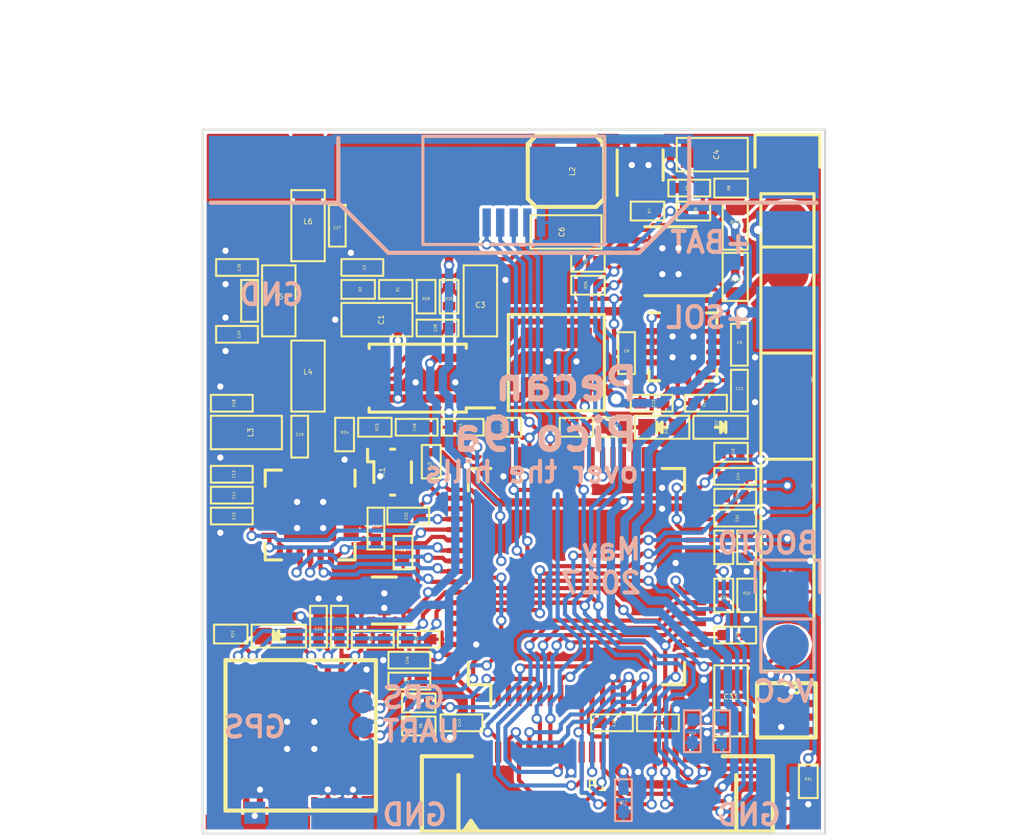
<source format=kicad_pcb>
(kicad_pcb (version 4) (host pcbnew 4.0.2+dfsg1-stable)
  (layers (0 F.Cu signal) (31 B.Cu signal) (34 B.Paste user) (35 F.Paste user) (36 B.SilkS user hide) (37 F.SilkS user) (38 B.Mask user) (39 F.Mask user) (44 Edge.Cuts user))
  (net 0 "")
  (net 1 +1V8)
  (net 2 GND)
  (net 3 /CLOCK_26M)
  (net 4 +SOL)
  (net 5 "Net-(C2-Pad1)")
  (net 6 "Net-(C5-Pad2)")
  (net 7 +3V3)
  (net 8 VDDA)
  (net 9 +1V35)
  (net 10 "Net-(C16-Pad2)")
  (net 11 "Net-(C19-Pad1)")
  (net 12 "Net-(C19-Pad2)")
  (net 13 "Net-(C28-Pad2)")
  (net 14 "Net-(C32-Pad2)")
  (net 15 "Net-(IC1-Pad3)")
  (net 16 /RADIO_SDN)
  (net 17 /RADIO_GPIO1)
  (net 18 /SPI_SCK)
  (net 19 /SPI_MISO)
  (net 20 /SPI_MOSI)
  (net 21 /RADIO_CS)
  (net 22 /I2C_SDA)
  (net 23 /CAM_D6)
  (net 24 /CAM_D9)
  (net 25 /CAM_D8)
  (net 26 /SWD_NRST)
  (net 27 /ADC_VSOL)
  (net 28 /ADC_VBAT)
  (net 29 /GPS_RXD)
  (net 30 /GPS_TXD)
  (net 31 /IO_TXD)
  (net 32 /I2C_SCL)
  (net 33 /SWD_SWCLK)
  (net 34 /SWD_SWDIO)
  (net 35 /CAM_XCLK)
  (net 36 /CAM_D3)
  (net 37 /CAM_D2)
  (net 38 /CAM_D4)
  (net 39 /CAM_D5)
  (net 40 /CAM_D7)
  (net 41 +BATT)
  (net 42 "Net-(D7-Pad1)")
  (net 43 "Net-(IC2-Pad1)")
  (net 44 /CAM_EN)
  (net 45 "Net-(IC6-Pad1)")
  (net 46 /GPS_RESET)
  (net 47 /USB_D-)
  (net 48 /USB_D+)
  (net 49 "Net-(C28-Pad1)")
  (net 50 /ADC_VUSB)
  (net 51 "Net-(W6-Pad1)")
  (net 52 /BOOT0)
  (net 53 /V_BOOST)
  (net 54 /USB_VUSB)
  (net 55 /BATT_CONN)
  (net 56 "Net-(C24-Pad1)")
  (net 57 /VCC_GPS)
  (net 58 VDD)
  (net 59 "Net-(C25-Pad2)")
  (net 60 "Net-(C27-Pad2)")
  (net 61 "Net-(C51-Pad2)")
  (net 62 "Net-(R23-Pad2)")
  (net 63 "Net-(IC6-Pad31)")
  (net 64 /IO_LED2)
  (net 65 /IO_LED3)
  (net 66 /GPS_EN)
  (net 67 /CAM_RESET)
  (net 68 /CAM_VSYNC)
  (net 69 /CAM_PCLK)
  (net 70 "Net-(D3-Pad1)")
  (net 71 "Net-(D2-Pad1)")
  (net 72 /RADIO_GPIO0)
  (net 73 /USB_ID)
  (net 74 /SENSE_SOL)
  (module stm32f7:LED_0603 (layer F.Cu) (at 50.75 115.15)
    (fp_text reference D7 (at 0.2 0.2 90) (layer F.SilkS) (effects (font (size 0.127 0.127) (thickness 0.01875))))
    (fp_text value red)
    (pad 2 smd rect (at 0.7493 0 180) (size 0.79756 0.79756) (layers F.Cu F.Paste F.Mask) (net 57 /VCC_GPS))
    (pad 1 smd rect (at -0.7493 0 180) (size 0.79756 0.79756) (layers F.Cu F.Paste F.Mask) (net 42 "Net-(D7-Pad1)"))
  )
  (module stm32f7:FFC1x24_0.5mm (layer F.Cu) (at 66 120.7)
    (fp_text reference P1 (at 0 1.6) (layer F.SilkS) (effects (font (size 0.5 0.5) (thickness 0.075))))
    (fp_text value CONN_01X25 hide)
    (pad 1 smd rect (at -5.75 0) (size 0.3 1) (layers F.Cu F.Paste F.Mask))
    (pad 2 smd rect (at -5.25 0) (size 0.3 1) (layers F.Cu F.Paste F.Mask))
    (pad 3 smd rect (at -4.75 0) (size 0.3 1) (layers F.Cu F.Paste F.Mask) (net 38 /CAM_D4))
    (pad 4 smd rect (at -4.25 0) (size 0.3 1) (layers F.Cu F.Paste F.Mask) (net 36 /CAM_D3))
    (pad 5 smd rect (at -3.75 0) (size 0.3 1) (layers F.Cu F.Paste F.Mask) (net 39 /CAM_D5))
    (pad 6 smd rect (at -3.25 0) (size 0.3 1) (layers F.Cu F.Paste F.Mask) (net 37 /CAM_D2))
    (pad 7 smd rect (at -2.75 0) (size 0.3 1) (layers F.Cu F.Paste F.Mask) (net 23 /CAM_D6))
    (pad 8 smd rect (at -2.25 0) (size 0.3 1) (layers F.Cu F.Paste F.Mask) (net 69 /CAM_PCLK))
    (pad 9 smd rect (at -1.75 0) (size 0.3 1) (layers F.Cu F.Paste F.Mask) (net 40 /CAM_D7))
    (pad 10 smd rect (at -1.25 0) (size 0.3 1) (layers F.Cu F.Paste F.Mask) (net 2 GND))
    (pad 11 smd rect (at -0.75 0) (size 0.3 1) (layers F.Cu F.Paste F.Mask) (net 25 /CAM_D8))
    (pad 12 smd rect (at -0.25 0) (size 0.3 1) (layers F.Cu F.Paste F.Mask) (net 35 /CAM_XCLK))
    (pad 13 smd rect (at 0.25 0) (size 0.3 1) (layers F.Cu F.Paste F.Mask) (net 24 /CAM_D9))
    (pad 14 smd rect (at 0.75 0) (size 0.3 1) (layers F.Cu F.Paste F.Mask) (net 9 +1V35))
    (pad 15 smd rect (at 1.25 0) (size 0.3 1) (layers F.Cu F.Paste F.Mask) (net 9 +1V35))
    (pad 16 smd rect (at 1.75 0) (size 0.3 1) (layers F.Cu F.Paste F.Mask))
    (pad 17 smd rect (at 2.25 0) (size 0.3 1) (layers F.Cu F.Paste F.Mask) (net 2 GND))
    (pad 18 smd rect (at 2.75 0) (size 0.3 1) (layers F.Cu F.Paste F.Mask) (net 68 /CAM_VSYNC))
    (pad 19 smd rect (at 3.25 0) (size 0.3 1) (layers F.Cu F.Paste F.Mask) (net 67 /CAM_RESET))
    (pad 20 smd rect (at 3.75 0) (size 0.3 1) (layers F.Cu F.Paste F.Mask) (net 32 /I2C_SCL))
    (pad 21 smd rect (at 4.25 0) (size 0.3 1) (layers F.Cu F.Paste F.Mask) (net 8 VDDA))
    (pad 22 smd rect (at 4.75 0) (size 0.3 1) (layers F.Cu F.Paste F.Mask) (net 22 /I2C_SDA))
    (pad 23 smd rect (at 5.25 0) (size 0.3 1) (layers F.Cu F.Paste F.Mask) (net 2 GND))
    (pad 24 smd rect (at 5.75 0) (size 0.3 1) (layers F.Cu F.Paste F.Mask))
    (pad 25 smd rect (at -8.05 2.7) (size 2 1.3) (layers F.Cu F.Paste F.Mask) (net 2 GND))
    (pad 25 smd rect (at 8.05 2.7) (size 2 1.3) (layers F.Cu F.Paste F.Mask) (net 2 GND))
  )
  (module stm32f7:EVA7M (layer F.Cu) (at 51.8 119.9 90)
    (fp_text reference IC6 hide)
    (fp_text value EVA-7M)
    (pad 1 smd rect (at -3.15 -2.6 90) (size 0.4 0.3) (layers F.Cu F.Paste F.Mask) (net 45 "Net-(IC6-Pad1)"))
    (pad 2 smd rect (at -3.15 -1.95 90) (size 0.4 0.3) (layers F.Cu F.Paste F.Mask) (net 2 GND))
    (pad 3 smd rect (at -3.15 -1.3 90) (size 0.4 0.3) (layers F.Cu F.Paste F.Mask))
    (pad 4 smd rect (at -3.15 -0.65 90) (size 0.4 0.3) (layers F.Cu F.Paste F.Mask))
    (pad 5 smd rect (at -3.15 0 90) (size 0.4 0.3) (layers F.Cu F.Paste F.Mask))
    (pad 6 smd rect (at -3.15 0.65 90) (size 0.4 0.3) (layers F.Cu F.Paste F.Mask))
    (pad 7 smd rect (at -3.15 1.3 90) (size 0.4 0.3) (layers F.Cu F.Paste F.Mask) (net 2 GND))
    (pad 8 smd rect (at -3.15 1.95 90) (size 0.4 0.3) (layers F.Cu F.Paste F.Mask))
    (pad 9 smd rect (at -3.15 2.6 90) (size 0.4 0.3) (layers F.Cu F.Paste F.Mask) (net 2 GND))
    (pad 11 smd rect (at -1.95 3.15 90) (size 0.3 0.4) (layers F.Cu F.Paste F.Mask))
    (pad 12 smd rect (at -1.3 3.15 90) (size 0.3 0.4) (layers F.Cu F.Paste F.Mask))
    (pad 13 smd rect (at -0.65 3.15 90) (size 0.3 0.4) (layers F.Cu F.Paste F.Mask))
    (pad 14 smd rect (at 0 3.15 90) (size 0.3 0.4) (layers F.Cu F.Paste F.Mask) (net 46 /GPS_RESET))
    (pad 15 smd rect (at 0.65 3.15 90) (size 0.3 0.4) (layers F.Cu F.Paste F.Mask) (net 30 /GPS_TXD))
    (pad 16 smd rect (at 1.3 3.15 90) (size 0.3 0.4) (layers F.Cu F.Paste F.Mask) (net 29 /GPS_RXD))
    (pad 17 smd rect (at 1.95 3.15 90) (size 0.3 0.4) (layers F.Cu F.Paste F.Mask))
    (pad 18 smd rect (at 2.6 3.15 90) (size 0.3 0.4) (layers F.Cu F.Paste F.Mask) (net 2 GND))
    (pad 19 smd rect (at 3.15 2.6 90) (size 0.4 0.3) (layers F.Cu F.Paste F.Mask) (net 57 /VCC_GPS))
    (pad 10 smd rect (at -2.6 3.15 90) (size 0.3 0.4) (layers F.Cu F.Paste F.Mask))
    (pad 20 smd rect (at 3.15 1.95 90) (size 0.4 0.3) (layers F.Cu F.Paste F.Mask) (net 57 /VCC_GPS))
    (pad 21 smd rect (at 3.15 1.3 90) (size 0.4 0.3) (layers F.Cu F.Paste F.Mask) (net 1 +1V8))
    (pad 22 smd rect (at 3.15 0.65 90) (size 0.4 0.3) (layers F.Cu F.Paste F.Mask))
    (pad 23 smd rect (at 3.15 0 90) (size 0.4 0.3) (layers F.Cu F.Paste F.Mask))
    (pad 24 smd rect (at 3.15 -0.65 90) (size 0.4 0.3) (layers F.Cu F.Paste F.Mask))
    (pad 25 smd rect (at 3.15 -1.3 90) (size 0.4 0.3) (layers F.Cu F.Paste F.Mask))
    (pad 26 smd rect (at 3.15 -1.95 90) (size 0.4 0.3) (layers F.Cu F.Paste F.Mask))
    (pad 27 smd rect (at 3.15 -2.6 90) (size 0.4 0.3) (layers F.Cu F.Paste F.Mask))
    (pad 28 smd rect (at 2.6 -3.15 90) (size 0.3 0.4) (layers F.Cu F.Paste F.Mask))
    (pad 29 smd rect (at 1.95 -3.15 90) (size 0.3 0.4) (layers F.Cu F.Paste F.Mask) (net 32 /I2C_SCL))
    (pad 30 smd rect (at 1.3 -3.15 90) (size 0.3 0.4) (layers F.Cu F.Paste F.Mask) (net 22 /I2C_SDA))
    (pad 31 smd rect (at 0.65 -3.15 90) (size 0.3 0.4) (layers F.Cu F.Paste F.Mask) (net 63 "Net-(IC6-Pad31)"))
    (pad 32 smd rect (at 0 -3.15 90) (size 0.3 0.4) (layers F.Cu F.Paste F.Mask))
    (pad 33 smd rect (at -0.65 -3.15 90) (size 0.3 0.4) (layers F.Cu F.Paste F.Mask))
    (pad 34 smd rect (at -1.3 -3.15 90) (size 0.3 0.4) (layers F.Cu F.Paste F.Mask))
    (pad 35 smd rect (at -1.95 -3.15 90) (size 0.3 0.4) (layers F.Cu F.Paste F.Mask))
    (pad 36 smd rect (at -2.6 -3.15 90) (size 0.3 0.4) (layers F.Cu F.Paste F.Mask))
    (pad 37 smd rect (at 0 0 90) (size 0.5 0.5) (layers F.Cu F.Paste F.Mask) (net 2 GND))
    (pad 37 smd rect (at -1.3 0 90) (size 0.5 0.5) (layers F.Cu F.Paste F.Mask) (net 2 GND))
    (pad 37 smd rect (at 0 -1.3 90) (size 0.5 0.5) (layers F.Cu F.Paste F.Mask) (net 2 GND))
    (pad 37 smd rect (at -1.3 -1.3 90) (size 0.5 0.5) (layers F.Cu F.Paste F.Mask) (net 2 GND))
    (pad 37 smd rect (at 0 1.3 90) (size 0.5 0.5) (layers F.Cu F.Paste F.Mask) (net 2 GND))
    (pad 37 smd rect (at -1.3 1.3 90) (size 0.5 0.5) (layers F.Cu F.Paste F.Mask) (net 2 GND))
    (pad 37 smd rect (at 1.3 1.3 90) (size 0.5 0.5) (layers F.Cu F.Paste F.Mask) (net 2 GND))
  )
  (module stm32f7:C_0402 (layer F.Cu) (at 72.6 115.1 180)
    (fp_text reference C35 (at -0.1 0 270) (layer F.SilkS) (effects (font (size 0.127 0.127) (thickness 0.01875))))
    (fp_text value 100n)
    (pad 1 smd rect (at -0.55 0 180) (size 0.6 0.5) (layers F.Cu F.Paste F.Mask) (net 2 GND))
    (pad 2 smd rect (at 0.55 0 180) (size 0.6 0.5) (layers F.Cu F.Paste F.Mask) (net 1 +1V8))
  )
  (module stm32f7:R_0402 (layer F.Cu) (at 54.55 98.55 180)
    (fp_text reference R2 (at -0.1 0 270) (layer F.SilkS) (effects (font (size 0.127 0.127) (thickness 0.01875))))
    (fp_text value 100k)
    (pad 1 smd rect (at -0.45 0 180) (size 0.4 0.6) (layers F.Cu F.Paste F.Mask) (net 5 "Net-(C2-Pad1)"))
    (pad 2 smd rect (at 0.45 0 180) (size 0.4 0.6) (layers F.Cu F.Paste F.Mask) (net 2 GND))
  )
  (module Housings_DFN_QFN:QFN-16-1EP_3x3mm_Pitch0.5mm (layer F.Cu) (at 70.1 101.3)
    (fp_text reference IC3 hide)
    (fp_text value ADP322ACPZ-115-R7 hide)
    (pad 1 smd oval (at -1.475 -0.75) (size 0.75 0.3) (layers F.Cu F.Paste F.Mask) (net 58 VDD))
    (pad 2 smd oval (at -1.475 -0.25) (size 0.75 0.3) (layers F.Cu F.Paste F.Mask) (net 58 VDD))
    (pad 3 smd oval (at -1.475 0.25) (size 0.75 0.3) (layers F.Cu F.Paste F.Mask) (net 58 VDD))
    (pad 4 smd oval (at -1.475 0.75) (size 0.75 0.3) (layers F.Cu F.Paste F.Mask))
    (pad 5 smd oval (at -0.75 1.475 90) (size 0.75 0.3) (layers F.Cu F.Paste F.Mask) (net 7 +3V3))
    (pad 6 smd oval (at -0.25 1.475 90) (size 0.75 0.3) (layers F.Cu F.Paste F.Mask) (net 8 VDDA))
    (pad 7 smd oval (at 0.25 1.475 90) (size 0.75 0.3) (layers F.Cu F.Paste F.Mask))
    (pad 8 smd oval (at 0.75 1.475 90) (size 0.75 0.3) (layers F.Cu F.Paste F.Mask) (net 9 +1V35))
    (pad 9 smd oval (at 1.475 0.75) (size 0.75 0.3) (layers F.Cu F.Paste F.Mask))
    (pad 10 smd oval (at 1.475 0.25) (size 0.75 0.3) (layers F.Cu F.Paste F.Mask) (net 58 VDD))
    (pad 11 smd oval (at 1.475 -0.25) (size 0.75 0.3) (layers F.Cu F.Paste F.Mask))
    (pad 12 smd oval (at 1.475 -0.75) (size 0.75 0.3) (layers F.Cu F.Paste F.Mask) (net 2 GND))
    (pad 13 smd oval (at 0.75 -1.475 90) (size 0.75 0.3) (layers F.Cu F.Paste F.Mask))
    (pad 14 smd oval (at 0.25 -1.475 90) (size 0.75 0.3) (layers F.Cu F.Paste F.Mask))
    (pad 15 smd oval (at -0.25 -1.475 90) (size 0.75 0.3) (layers F.Cu F.Paste F.Mask) (net 44 /CAM_EN))
    (pad 16 smd oval (at -0.75 -1.475 90) (size 0.75 0.3) (layers F.Cu F.Paste F.Mask) (net 44 /CAM_EN))
    (pad 17 smd rect (at 0.45 0.45) (size 0.9 0.9) (layers F.Cu F.Paste F.Mask) (net 2 GND))
    (pad 17 smd rect (at 0.45 -0.45) (size 0.9 0.9) (layers F.Cu F.Paste F.Mask) (net 2 GND))
    (pad 17 smd rect (at -0.45 0.45) (size 0.9 0.9) (layers F.Cu F.Paste F.Mask) (net 2 GND))
    (pad 17 smd rect (at -0.45 -0.45) (size 0.9 0.9) (layers F.Cu F.Paste F.Mask) (net 2 GND))
  )
  (module stm32f7:C_0402 (layer F.Cu) (at 67.4 101.6 270)
    (fp_text reference C8 (at -0.1 0 360) (layer F.SilkS) (effects (font (size 0.127 0.127) (thickness 0.01875))))
    (fp_text value 2u2)
    (pad 1 smd rect (at -0.55 0 270) (size 0.6 0.5) (layers F.Cu F.Paste F.Mask) (net 58 VDD))
    (pad 2 smd rect (at 0.55 0 270) (size 0.6 0.5) (layers F.Cu F.Paste F.Mask) (net 2 GND))
  )
  (module stm32f7:tcxo (layer F.Cu) (at 56.2 107.3 270)
    (fp_text reference X1 (at 0 0.5 270) (layer F.SilkS) (effects (font (size 0.25 0.25) (thickness 0.0375))))
    (fp_text value KT2016K26000BCW18ZAS)
    (pad 3 smd rect (at 0.9 -0.6 270) (size 0.6 0.8) (layers F.Cu F.Paste F.Mask) (net 3 /CLOCK_26M))
    (pad 2 smd rect (at 0.9 0.6 270) (size 0.6 0.8) (layers F.Cu F.Paste F.Mask) (net 2 GND))
    (pad 4 smd rect (at -0.9 -0.6 270) (size 0.6 0.8) (layers F.Cu F.Paste F.Mask) (net 1 +1V8))
    (pad 1 smd rect (at -0.9 0.6 270) (size 0.6 0.8) (layers F.Cu F.Paste F.Mask) (net 62 "Net-(R23-Pad2)"))
  )
  (module stm32f7:USB_Micro-B_SMD (layer B.Cu) (at 62 93.8)
    (fp_text reference P3 hide)
    (fp_text value "ZX62-B-5PA(33)" hide)
    (pad 1 smd rect (at -1.3 1.55 270) (size 1.35 0.4) (layers B.Cu B.Paste B.Mask) (net 54 /USB_VUSB))
    (pad 2 smd rect (at -0.65 1.55 270) (size 1.35 0.4) (layers B.Cu B.Paste B.Mask) (net 47 /USB_D-))
    (pad 3 smd rect (at 0 1.55 270) (size 1.35 0.4) (layers B.Cu B.Paste B.Mask) (net 48 /USB_D+))
    (pad 4 smd rect (at 0.65 1.55 270) (size 1.35 0.4) (layers B.Cu B.Paste B.Mask) (net 73 /USB_ID))
    (pad 5 smd rect (at 1.3 1.55 270) (size 1.35 0.4) (layers B.Cu B.Paste B.Mask) (net 2 GND))
    (pad 6 smd rect (at 3.1 1.425) (size 2.1 1.6) (layers B.Cu B.Paste B.Mask) (net 2 GND))
    (pad 6 smd rect (at -3.1 1.425) (size 2.1 1.6) (layers B.Cu B.Paste B.Mask) (net 2 GND))
    (pad 6 smd rect (at -1.2 -1.125) (size 1.9 1.9) (layers B.Cu B.Paste B.Mask) (net 2 GND))
    (pad 6 smd rect (at 1.2 -1.125) (size 1.9 1.9) (layers B.Cu B.Paste B.Mask) (net 2 GND))
    (pad 6 smd rect (at -4 -1.125) (size 1.8 1.9) (layers B.Cu B.Paste B.Mask) (net 2 GND))
    (pad 6 smd rect (at 4 -1.125) (size 1.8 1.9) (layers B.Cu B.Paste B.Mask) (net 2 GND))
  )
  (module stm32f7:C_0805 (layer F.Cu) (at 72.4 118.25 270)
    (fp_text reference C31 (at -0.2 0 360) (layer F.SilkS) (effects (font (size 0.25 0.25) (thickness 0.0375))))
    (fp_text value 22u)
    (pad 1 smd rect (at -1 0 270) (size 1 1.25) (layers F.Cu F.Paste F.Mask) (net 2 GND))
    (pad 2 smd rect (at 1 0 270) (size 1 1.25) (layers F.Cu F.Paste F.Mask) (net 8 VDDA))
  )
  (module stm32f7:R_0402 (layer F.Cu) (at 57.8 98.9 90)
    (fp_text reference R29 (at -0.1 0 180) (layer F.SilkS) (effects (font (size 0.127 0.127) (thickness 0.01875))))
    (fp_text value 1k)
    (pad 1 smd rect (at -0.45 0 90) (size 0.4 0.6) (layers F.Cu F.Paste F.Mask) (net 49 "Net-(C28-Pad1)"))
    (pad 2 smd rect (at 0.45 0 90) (size 0.4 0.6) (layers F.Cu F.Paste F.Mask) (net 41 +BATT))
  )
  (module Housings_DFN_QFN:QFN-20-1EP_4x4mm_Pitch0.5mm (layer F.Cu) (at 52.25 109.35 270)
    (fp_text reference IC4 hide)
    (fp_text value Si4063-B1B-FM hide)
    (pad 1 smd rect (at -1.965 -1 270) (size 0.73 0.3) (layers F.Cu F.Paste F.Mask) (net 16 /RADIO_SDN))
    (pad 2 smd rect (at -1.965 -0.5 270) (size 0.73 0.3) (layers F.Cu F.Paste F.Mask))
    (pad 3 smd rect (at -1.965 0 270) (size 0.73 0.3) (layers F.Cu F.Paste F.Mask))
    (pad 4 smd rect (at -1.965 0.5 270) (size 0.73 0.3) (layers F.Cu F.Paste F.Mask) (net 12 "Net-(C19-Pad2)"))
    (pad 5 smd rect (at -1.965 1 270) (size 0.73 0.3) (layers F.Cu F.Paste F.Mask))
    (pad 6 smd rect (at -1 1.965) (size 0.73 0.3) (layers F.Cu F.Paste F.Mask) (net 1 +1V8))
    (pad 7 smd rect (at -0.5 1.965) (size 0.73 0.3) (layers F.Cu F.Paste F.Mask))
    (pad 8 smd rect (at 0 1.965) (size 0.73 0.3) (layers F.Cu F.Paste F.Mask) (net 1 +1V8))
    (pad 9 smd rect (at 0.5 1.965) (size 0.73 0.3) (layers F.Cu F.Paste F.Mask) (net 72 /RADIO_GPIO0))
    (pad 10 smd rect (at 1 1.965) (size 0.73 0.3) (layers F.Cu F.Paste F.Mask) (net 17 /RADIO_GPIO1))
    (pad 11 smd rect (at 1.965 1 270) (size 0.73 0.3) (layers F.Cu F.Paste F.Mask))
    (pad 12 smd rect (at 1.965 0.5 270) (size 0.73 0.3) (layers F.Cu F.Paste F.Mask) (net 18 /SPI_SCK))
    (pad 13 smd rect (at 1.965 0 270) (size 0.73 0.3) (layers F.Cu F.Paste F.Mask) (net 19 /SPI_MISO))
    (pad 14 smd rect (at 1.965 -0.5 270) (size 0.73 0.3) (layers F.Cu F.Paste F.Mask) (net 20 /SPI_MOSI))
    (pad 15 smd rect (at 1.965 -1 270) (size 0.73 0.3) (layers F.Cu F.Paste F.Mask) (net 21 /RADIO_CS))
    (pad 16 smd rect (at 1 -1.965) (size 0.73 0.3) (layers F.Cu F.Paste F.Mask))
    (pad 17 smd rect (at 0.5 -1.965) (size 0.73 0.3) (layers F.Cu F.Paste F.Mask) (net 10 "Net-(C16-Pad2)"))
    (pad 18 smd rect (at 0 -1.965) (size 0.73 0.3) (layers F.Cu F.Paste F.Mask) (net 2 GND))
    (pad 19 smd rect (at -0.5 -1.965) (size 0.73 0.3) (layers F.Cu F.Paste F.Mask))
    (pad 20 smd rect (at -1 -1.965) (size 0.73 0.3) (layers F.Cu F.Paste F.Mask))
    (pad 21 smd rect (at 0.625 0.625 270) (size 1.25 1.25) (layers F.Cu F.Paste F.Mask) (net 2 GND))
    (pad 21 smd rect (at 0.625 -0.625 270) (size 1.25 1.25) (layers F.Cu F.Paste F.Mask) (net 2 GND))
    (pad 21 smd rect (at -0.625 0.625 270) (size 1.25 1.25) (layers F.Cu F.Paste F.Mask) (net 2 GND))
    (pad 21 smd rect (at -0.625 -0.625 270) (size 1.25 1.25) (layers F.Cu F.Paste F.Mask) (net 2 GND))
  )
  (module stm32f7:C_0402 (layer F.Cu) (at 52.65 114.7 90)
    (fp_text reference C23 (at -0.1 0 180) (layer F.SilkS) (effects (font (size 0.127 0.127) (thickness 0.01875))))
    (fp_text value 100n)
    (pad 1 smd rect (at -0.55 0 90) (size 0.6 0.5) (layers F.Cu F.Paste F.Mask) (net 1 +1V8))
    (pad 2 smd rect (at 0.55 0 90) (size 0.6 0.5) (layers F.Cu F.Paste F.Mask) (net 2 GND))
  )
  (module stm32f7:R_0402 (layer F.Cu) (at 53.9 105.5 270)
    (fp_text reference R24 (at -0.1 0 360) (layer F.SilkS) (effects (font (size 0.127 0.127) (thickness 0.01875))))
    (fp_text value 100k)
    (pad 1 smd rect (at -0.45 0 270) (size 0.4 0.6) (layers F.Cu F.Paste F.Mask) (net 62 "Net-(R23-Pad2)"))
    (pad 2 smd rect (at 0.45 0 270) (size 0.4 0.6) (layers F.Cu F.Paste F.Mask) (net 2 GND))
  )
  (module stm32f7:R_0603 (layer F.Cu) (at 72.6 95.5 270)
    (fp_text reference R22 (at -0.15 0 540) (layer F.SilkS) (effects (font (size 0.166 0.166) (thickness 0.025))))
    (fp_text value 0R1)
    (pad 1 smd rect (at -0.75 0 270) (size 0.5 0.9) (layers F.Cu F.Paste F.Mask) (net 41 +BATT))
    (pad 2 smd rect (at 0.75 0 270) (size 0.5 0.9) (layers F.Cu F.Paste F.Mask) (net 58 VDD))
  )
  (module stm32f7:PAD_6x3 (layer B.Cu) (at 50.4 96.3)
    (fp_text reference W10 hide)
    (fp_text value Pad hide)
    (pad 1 smd rect (at 0 0) (size 6 3) (layers B.Cu B.Mask) (net 2 GND))
  )
  (module stm32f7:C_0402 (layer F.Cu) (at 57.45 115.3)
    (fp_text reference C29 (at -0.1 0 90) (layer F.SilkS) (effects (font (size 0.127 0.127) (thickness 0.01875))))
    (fp_text value 100n)
    (pad 1 smd rect (at -0.55 0) (size 0.6 0.5) (layers F.Cu F.Paste F.Mask) (net 58 VDD))
    (pad 2 smd rect (at 0.55 0) (size 0.6 0.5) (layers F.Cu F.Paste F.Mask) (net 2 GND))
  )
  (module Housings_SSOP:TSSOP-8_4.4x3mm_Pitch0.65mm (layer F.Cu) (at 57.4 102.8 180)
    (fp_text reference IC1 hide)
    (fp_text value SPV1040T hide)
    (pad 1 smd rect (at -2.95 -0.975 180) (size 1.45 0.45) (layers F.Cu F.Paste F.Mask) (net 74 /SENSE_SOL))
    (pad 2 smd rect (at -2.95 -0.325 180) (size 1.45 0.45) (layers F.Cu F.Paste F.Mask) (net 2 GND))
    (pad 3 smd rect (at -2.95 0.325 180) (size 1.45 0.45) (layers F.Cu F.Paste F.Mask) (net 15 "Net-(IC1-Pad3)"))
    (pad 4 smd rect (at -2.95 0.975 180) (size 1.45 0.45) (layers F.Cu F.Paste F.Mask) (net 58 VDD))
    (pad 5 smd rect (at 2.95 0.975 180) (size 1.45 0.45) (layers F.Cu F.Paste F.Mask) (net 5 "Net-(C2-Pad1)"))
    (pad 6 smd rect (at 2.95 0.325 180) (size 1.45 0.45) (layers F.Cu F.Paste F.Mask) (net 49 "Net-(C28-Pad1)"))
    (pad 7 smd rect (at 2.95 -0.325 180) (size 1.45 0.45) (layers F.Cu F.Paste F.Mask) (net 13 "Net-(C28-Pad2)"))
    (pad 8 smd rect (at 2.95 -0.975 180) (size 1.45 0.45) (layers F.Cu F.Paste F.Mask) (net 74 /SENSE_SOL))
  )
  (module stm32f7:C_0402 (layer F.Cu) (at 56.95 109.4)
    (fp_text reference C32 (at -0.1 0 90) (layer F.SilkS) (effects (font (size 0.127 0.127) (thickness 0.01875))))
    (fp_text value 10n)
    (pad 1 smd rect (at -0.55 0) (size 0.6 0.5) (layers F.Cu F.Paste F.Mask) (net 3 /CLOCK_26M))
    (pad 2 smd rect (at 0.55 0) (size 0.6 0.5) (layers F.Cu F.Paste F.Mask) (net 14 "Net-(C32-Pad2)"))
  )
  (module stm32f7:BME280 (layer F.Cu) (at 75.05 118.7)
    (fp_text reference IC9 hide)
    (fp_text value BME280 hide)
    (pad 8 smd rect (at -1.025 -0.975) (size 0.5 0.35) (layers F.Cu F.Paste F.Mask) (net 1 +1V8))
    (pad 7 smd rect (at -1.025 -0.325) (size 0.5 0.35) (layers F.Cu F.Paste F.Mask) (net 2 GND))
    (pad 6 smd rect (at -1.025 0.325) (size 0.5 0.35) (layers F.Cu F.Paste F.Mask) (net 1 +1V8))
    (pad 5 smd rect (at -1.025 0.975) (size 0.5 0.35) (layers F.Cu F.Paste F.Mask) (net 1 +1V8))
    (pad 1 smd rect (at 1.025 -0.975) (size 0.5 0.35) (layers F.Cu F.Paste F.Mask) (net 2 GND))
    (pad 2 smd rect (at 1.025 -0.325) (size 0.5 0.35) (layers F.Cu F.Paste F.Mask) (net 1 +1V8))
    (pad 3 smd rect (at 1.025 0.325) (size 0.5 0.35) (layers F.Cu F.Paste F.Mask) (net 22 /I2C_SDA))
    (pad 4 smd rect (at 1.025 0.975) (size 0.5 0.35) (layers F.Cu F.Paste F.Mask) (net 32 /I2C_SCL))
  )
  (module stm32f7:R_0402 (layer F.Cu) (at 58.05 106.8 90)
    (fp_text reference R17 (at -0.1 0 180) (layer F.SilkS) (effects (font (size 0.127 0.127) (thickness 0.01875))))
    (fp_text value 100k)
    (pad 1 smd rect (at -0.45 0 90) (size 0.4 0.6) (layers F.Cu F.Paste F.Mask) (net 16 /RADIO_SDN))
    (pad 2 smd rect (at 0.45 0 90) (size 0.4 0.6) (layers F.Cu F.Paste F.Mask) (net 1 +1V8))
  )
  (module stm32f7:R_0402 (layer F.Cu) (at 72.4 93.7)
    (fp_text reference R8 (at -0.1 0 90) (layer F.SilkS) (effects (font (size 0.127 0.127) (thickness 0.01875))))
    (fp_text value 249k)
    (pad 1 smd rect (at -0.45 0) (size 0.4 0.6) (layers F.Cu F.Paste F.Mask) (net 6 "Net-(C5-Pad2)"))
    (pad 2 smd rect (at 0.45 0) (size 0.4 0.6) (layers F.Cu F.Paste F.Mask) (net 2 GND))
  )
  (module stm32f7:C_0402 (layer F.Cu) (at 70.4 93.7)
    (fp_text reference C5 (at -0.1 0 90) (layer F.SilkS) (effects (font (size 0.127 0.127) (thickness 0.01875))))
    (fp_text value 22p)
    (pad 1 smd rect (at -0.55 0) (size 0.6 0.5) (layers F.Cu F.Paste F.Mask) (net 1 +1V8))
    (pad 2 smd rect (at 0.55 0) (size 0.6 0.5) (layers F.Cu F.Paste F.Mask) (net 6 "Net-(C5-Pad2)"))
  )
  (module stm32f7:PAD_6x3 (layer B.Cu) (at 73.6 92.7 180)
    (fp_text reference W6 hide)
    (fp_text value Pad hide)
    (pad 1 smd rect (at 0 0 180) (size 6 3) (layers B.Cu B.Mask) (net 51 "Net-(W6-Pad1)"))
  )
  (module stm32f7:C_0805 (layer F.Cu) (at 55.45 100 180)
    (fp_text reference C1 (at -0.2 0 270) (layer F.SilkS) (effects (font (size 0.25 0.25) (thickness 0.0375))))
    (fp_text value 22u)
    (pad 1 smd rect (at -1 0 180) (size 1 1.25) (layers F.Cu F.Paste F.Mask) (net 74 /SENSE_SOL))
    (pad 2 smd rect (at 1 0 180) (size 1 1.25) (layers F.Cu F.Paste F.Mask) (net 2 GND))
  )
  (module Housings_DFN_QFN:DFN-10-1EP_3x3mm_Pitch0.5mm (layer F.Cu) (at 69.5 97.2 180)
    (fp_text reference IC7 hide)
    (fp_text value PAC1720-1-AIA-TR hide)
    (pad 1 smd rect (at -1.55 -1 180) (size 0.65 0.3) (layers F.Cu F.Paste F.Mask) (net 4 +SOL))
    (pad 2 smd rect (at -1.55 -0.5 180) (size 0.65 0.3) (layers F.Cu F.Paste F.Mask) (net 74 /SENSE_SOL))
    (pad 3 smd rect (at -1.55 0 180) (size 0.65 0.3) (layers F.Cu F.Paste F.Mask) (net 58 VDD))
    (pad 4 smd rect (at -1.55 0.5 180) (size 0.65 0.3) (layers F.Cu F.Paste F.Mask) (net 41 +BATT))
    (pad 5 smd rect (at -1.55 1 180) (size 0.65 0.3) (layers F.Cu F.Paste F.Mask) (net 2 GND))
    (pad 6 smd rect (at 1.55 1 180) (size 0.65 0.3) (layers F.Cu F.Paste F.Mask) (net 2 GND))
    (pad 7 smd rect (at 1.55 0.5 180) (size 0.65 0.3) (layers F.Cu F.Paste F.Mask))
    (pad 8 smd rect (at 1.55 0 180) (size 0.65 0.3) (layers F.Cu F.Paste F.Mask) (net 22 /I2C_SDA))
    (pad 9 smd rect (at 1.55 -0.5 180) (size 0.65 0.3) (layers F.Cu F.Paste F.Mask) (net 32 /I2C_SCL))
    (pad 10 smd rect (at 1.55 -1 180) (size 0.65 0.3) (layers F.Cu F.Paste F.Mask) (net 7 +3V3))
    (pad 11 smd rect (at 0.3875 0.62 180) (size 0.775 1.24) (layers F.Cu F.Paste F.Mask) (net 2 GND))
    (pad 11 smd rect (at 0.3875 -0.62 180) (size 0.775 1.24) (layers F.Cu F.Paste F.Mask) (net 2 GND))
    (pad 11 smd rect (at -0.3875 0.62 180) (size 0.775 1.24) (layers F.Cu F.Paste F.Mask) (net 2 GND))
    (pad 11 smd rect (at -0.3875 -0.62 180) (size 0.775 1.24) (layers F.Cu F.Paste F.Mask) (net 2 GND))
  )
  (module stm32f7:C_0402 (layer F.Cu) (at 58.35 100.4)
    (fp_text reference C28 (at -0.1 0 90) (layer F.SilkS) (effects (font (size 0.127 0.127) (thickness 0.01875))))
    (fp_text value 1u)
    (pad 1 smd rect (at -0.55 0) (size 0.6 0.5) (layers F.Cu F.Paste F.Mask) (net 49 "Net-(C28-Pad1)"))
    (pad 2 smd rect (at 0.55 0) (size 0.6 0.5) (layers F.Cu F.Paste F.Mask) (net 13 "Net-(C28-Pad2)"))
  )
  (module stm32f7:R_0402 (layer F.Cu) (at 58.9 98.9 90)
    (fp_text reference R30 (at -0.1 0 180) (layer F.SilkS) (effects (font (size 0.127 0.127) (thickness 0.01875))))
    (fp_text value 1k)
    (pad 1 smd rect (at -0.45 0 90) (size 0.4 0.6) (layers F.Cu F.Paste F.Mask) (net 13 "Net-(C28-Pad2)"))
    (pad 2 smd rect (at 0.45 0 90) (size 0.4 0.6) (layers F.Cu F.Paste F.Mask) (net 58 VDD))
  )
  (module stm32f7:C_0402 (layer F.Cu) (at 48.5 108.4 180)
    (fp_text reference C14 (at -0.1 0 270) (layer F.SilkS) (effects (font (size 0.127 0.127) (thickness 0.01875))))
    (fp_text value 100n)
    (pad 1 smd rect (at -0.55 0 180) (size 0.6 0.5) (layers F.Cu F.Paste F.Mask) (net 1 +1V8))
    (pad 2 smd rect (at 0.55 0 180) (size 0.6 0.5) (layers F.Cu F.Paste F.Mask) (net 2 GND))
  )
  (module stm32f7:C_0402 (layer F.Cu) (at 66.7 119.3 180)
    (fp_text reference C38 (at -0.1 0 270) (layer F.SilkS) (effects (font (size 0.127 0.127) (thickness 0.01875))))
    (fp_text value 10n)
    (pad 1 smd rect (at -0.55 0 180) (size 0.6 0.5) (layers F.Cu F.Paste F.Mask) (net 1 +1V8))
    (pad 2 smd rect (at 0.55 0 180) (size 0.6 0.5) (layers F.Cu F.Paste F.Mask) (net 2 GND))
  )
  (module stm32f7:R_0402 (layer F.Cu) (at 65.55 98.35)
    (fp_text reference R25 (at -0.1 0 90) (layer F.SilkS) (effects (font (size 0.127 0.127) (thickness 0.01875))))
    (fp_text value 4k7)
    (pad 1 smd rect (at -0.45 0) (size 0.4 0.6) (layers F.Cu F.Paste F.Mask) (net 7 +3V3))
    (pad 2 smd rect (at 0.45 0) (size 0.4 0.6) (layers F.Cu F.Paste F.Mask) (net 32 /I2C_SCL))
  )
  (module stm32f7:R_0402 (layer F.Cu) (at 66.8 105.15 180)
    (fp_text reference R11 (at -0.1 0 270) (layer F.SilkS) (effects (font (size 0.127 0.127) (thickness 0.01875))))
    (fp_text value 1k5)
    (pad 1 smd rect (at -0.45 0 180) (size 0.4 0.6) (layers F.Cu F.Paste F.Mask) (net 70 "Net-(D3-Pad1)"))
    (pad 2 smd rect (at 0.45 0 180) (size 0.4 0.6) (layers F.Cu F.Paste F.Mask) (net 65 /IO_LED3))
  )
  (module stm32f7:C_0402 (layer F.Cu) (at 57.35 105.15)
    (fp_text reference C48 (at -0.1 0 90) (layer F.SilkS) (effects (font (size 0.127 0.127) (thickness 0.01875))))
    (fp_text value 100n)
    (pad 1 smd rect (at -0.55 0) (size 0.6 0.5) (layers F.Cu F.Paste F.Mask) (net 1 +1V8))
    (pad 2 smd rect (at 0.55 0) (size 0.6 0.5) (layers F.Cu F.Paste F.Mask) (net 2 GND))
  )
  (module stm32f7:R_0402 (layer F.Cu) (at 48.45 115.05 180)
    (fp_text reference R21 (at -0.1 0 270) (layer F.SilkS) (effects (font (size 0.127 0.127) (thickness 0.01875))))
    (fp_text value 1k5)
    (pad 1 smd rect (at -0.45 0 180) (size 0.4 0.6) (layers F.Cu F.Paste F.Mask) (net 42 "Net-(D7-Pad1)"))
    (pad 2 smd rect (at 0.45 0 180) (size 0.4 0.6) (layers F.Cu F.Paste F.Mask) (net 63 "Net-(IC6-Pad31)"))
  )
  (module stm32f7:R_0402 (layer F.Cu) (at 65.55 97.25)
    (fp_text reference R26 (at -0.1 0 90) (layer F.SilkS) (effects (font (size 0.127 0.127) (thickness 0.01875))))
    (fp_text value 4k7)
    (pad 1 smd rect (at -0.45 0) (size 0.4 0.6) (layers F.Cu F.Paste F.Mask) (net 7 +3V3))
    (pad 2 smd rect (at 0.45 0) (size 0.4 0.6) (layers F.Cu F.Paste F.Mask) (net 22 /I2C_SDA))
  )
  (module Housings_DFN_QFN:DFN-6-1EP_2x2mm_Pitch0.65mm (layer F.Cu) (at 68.05 92.6 90)
    (fp_text reference IC2 hide)
    (fp_text value TPS62260DRVR hide)
    (pad 1 smd rect (at -1.05 -0.65 90) (size 0.65 0.35) (layers F.Cu F.Paste F.Mask) (net 43 "Net-(IC2-Pad1)"))
    (pad 2 smd rect (at -1.05 0 90) (size 0.65 0.35) (layers F.Cu F.Paste F.Mask) (net 2 GND))
    (pad 3 smd rect (at -1.05 0.65 90) (size 0.65 0.35) (layers F.Cu F.Paste F.Mask) (net 6 "Net-(C5-Pad2)"))
    (pad 4 smd rect (at 1.05 0.65 90) (size 0.65 0.35) (layers F.Cu F.Paste F.Mask) (net 58 VDD))
    (pad 5 smd rect (at 1.05 0 90) (size 0.65 0.35) (layers F.Cu F.Paste F.Mask) (net 58 VDD))
    (pad 6 smd rect (at 1.05 -0.65 90) (size 0.65 0.35) (layers F.Cu F.Paste F.Mask) (net 2 GND))
    (pad 7 smd rect (at 0 0.4 90) (size 1 0.8) (layers F.Cu F.Paste F.Mask) (net 2 GND))
    (pad 7 smd rect (at 0 -0.4 90) (size 1 0.8) (layers F.Cu F.Paste F.Mask) (net 2 GND))
  )
  (module stm32f7:C_0402 (layer F.Cu) (at 54.75 97.5 180)
    (fp_text reference C2 (at -0.1 0 270) (layer F.SilkS) (effects (font (size 0.127 0.127) (thickness 0.01875))))
    (fp_text value 1n)
    (pad 1 smd rect (at -0.55 0 180) (size 0.6 0.5) (layers F.Cu F.Paste F.Mask) (net 5 "Net-(C2-Pad1)"))
    (pad 2 smd rect (at 0.55 0 180) (size 0.6 0.5) (layers F.Cu F.Paste F.Mask) (net 2 GND))
  )
  (module stm32f7:C_0805 (layer F.Cu) (at 71.5 92.1 180)
    (fp_text reference C4 (at -0.2 0 270) (layer F.SilkS) (effects (font (size 0.25 0.25) (thickness 0.0375))))
    (fp_text value 10u)
    (pad 1 smd rect (at -1 0 180) (size 1 1.25) (layers F.Cu F.Paste F.Mask) (net 2 GND))
    (pad 2 smd rect (at 1 0 180) (size 1 1.25) (layers F.Cu F.Paste F.Mask) (net 58 VDD))
  )
  (module stm32f7:C_0805 (layer F.Cu) (at 64.5 95.8)
    (fp_text reference C6 (at -0.2 0 90) (layer F.SilkS) (effects (font (size 0.25 0.25) (thickness 0.0375))))
    (fp_text value 10u)
    (pad 1 smd rect (at -1 0) (size 1 1.25) (layers F.Cu F.Paste F.Mask) (net 1 +1V8))
    (pad 2 smd rect (at 1 0) (size 1 1.25) (layers F.Cu F.Paste F.Mask) (net 2 GND))
  )
  (module stm32f7:C_0402 (layer F.Cu) (at 72.8 101.2 270)
    (fp_text reference C9 (at -0.1 0 360) (layer F.SilkS) (effects (font (size 0.127 0.127) (thickness 0.01875))))
    (fp_text value 2u2)
    (pad 1 smd rect (at -0.55 0 270) (size 0.6 0.5) (layers F.Cu F.Paste F.Mask) (net 58 VDD))
    (pad 2 smd rect (at 0.55 0 270) (size 0.6 0.5) (layers F.Cu F.Paste F.Mask) (net 2 GND))
  )
  (module stm32f7:C_0402 (layer F.Cu) (at 68.6 104 180)
    (fp_text reference C10 (at -0.1 0 270) (layer F.SilkS) (effects (font (size 0.127 0.127) (thickness 0.01875))))
    (fp_text value 2u2)
    (pad 1 smd rect (at -0.55 0 180) (size 0.6 0.5) (layers F.Cu F.Paste F.Mask) (net 7 +3V3))
    (pad 2 smd rect (at 0.55 0 180) (size 0.6 0.5) (layers F.Cu F.Paste F.Mask) (net 2 GND))
  )
  (module stm32f7:C_0402 (layer F.Cu) (at 71.2 104)
    (fp_text reference C11 (at -0.1 0 90) (layer F.SilkS) (effects (font (size 0.127 0.127) (thickness 0.01875))))
    (fp_text value 2u2)
    (pad 1 smd rect (at -0.55 0) (size 0.6 0.5) (layers F.Cu F.Paste F.Mask) (net 8 VDDA))
    (pad 2 smd rect (at 0.55 0) (size 0.6 0.5) (layers F.Cu F.Paste F.Mask) (net 2 GND))
  )
  (module stm32f7:C_0402 (layer F.Cu) (at 72.8 103.4 270)
    (fp_text reference C12 (at -0.1 0 360) (layer F.SilkS) (effects (font (size 0.127 0.127) (thickness 0.01875))))
    (fp_text value 2u2)
    (pad 1 smd rect (at -0.55 0 270) (size 0.6 0.5) (layers F.Cu F.Paste F.Mask) (net 9 +1V35))
    (pad 2 smd rect (at 0.55 0 270) (size 0.6 0.5) (layers F.Cu F.Paste F.Mask) (net 2 GND))
  )
  (module stm32f7:C_0402 (layer F.Cu) (at 48.5 107.4 180)
    (fp_text reference C13 (at -0.1 0 270) (layer F.SilkS) (effects (font (size 0.127 0.127) (thickness 0.01875))))
    (fp_text value 2u2)
    (pad 1 smd rect (at -0.55 0 180) (size 0.6 0.5) (layers F.Cu F.Paste F.Mask) (net 1 +1V8))
    (pad 2 smd rect (at 0.55 0 180) (size 0.6 0.5) (layers F.Cu F.Paste F.Mask) (net 2 GND))
  )
  (module stm32f7:C_0402 (layer F.Cu) (at 48.5 109.4 180)
    (fp_text reference C15 (at -0.1 0 270) (layer F.SilkS) (effects (font (size 0.127 0.127) (thickness 0.01875))))
    (fp_text value 100p)
    (pad 1 smd rect (at -0.55 0 180) (size 0.6 0.5) (layers F.Cu F.Paste F.Mask) (net 1 +1V8))
    (pad 2 smd rect (at 0.55 0 180) (size 0.6 0.5) (layers F.Cu F.Paste F.Mask) (net 2 GND))
  )
  (module stm32f7:C_0402 (layer F.Cu) (at 55.4 110 270)
    (fp_text reference C16 (at -0.1 0 360) (layer F.SilkS) (effects (font (size 0.127 0.127) (thickness 0.01875))))
    (fp_text value 100p)
    (pad 1 smd rect (at -0.55 0 270) (size 0.6 0.5) (layers F.Cu F.Paste F.Mask) (net 3 /CLOCK_26M))
    (pad 2 smd rect (at 0.55 0 270) (size 0.6 0.5) (layers F.Cu F.Paste F.Mask) (net 10 "Net-(C16-Pad2)"))
  )
  (module stm32f7:C_0402 (layer F.Cu) (at 48.5 104 180)
    (fp_text reference C18 (at -0.1 0 270) (layer F.SilkS) (effects (font (size 0.127 0.127) (thickness 0.01875))))
    (fp_text value 470p)
    (pad 1 smd rect (at -0.55 0 180) (size 0.6 0.5) (layers F.Cu F.Paste F.Mask) (net 1 +1V8))
    (pad 2 smd rect (at 0.55 0 180) (size 0.6 0.5) (layers F.Cu F.Paste F.Mask) (net 2 GND))
  )
  (module stm32f7:C_0402 (layer F.Cu) (at 51.75 105.6 270)
    (fp_text reference C19 (at -0.1 0 360) (layer F.SilkS) (effects (font (size 0.127 0.127) (thickness 0.01875))))
    (fp_text value 470p)
    (pad 1 smd rect (at -0.55 0 270) (size 0.6 0.5) (layers F.Cu F.Paste F.Mask) (net 11 "Net-(C19-Pad1)"))
    (pad 2 smd rect (at 0.55 0 270) (size 0.6 0.5) (layers F.Cu F.Paste F.Mask) (net 12 "Net-(C19-Pad2)"))
  )
  (module stm32f7:C_0402 (layer F.Cu) (at 53.65 114.7 90)
    (fp_text reference C20 (at -0.1 0 180) (layer F.SilkS) (effects (font (size 0.127 0.127) (thickness 0.01875))))
    (fp_text value 100n)
    (pad 1 smd rect (at -0.55 0 90) (size 0.6 0.5) (layers F.Cu F.Paste F.Mask) (net 57 /VCC_GPS))
    (pad 2 smd rect (at 0.55 0 90) (size 0.6 0.5) (layers F.Cu F.Paste F.Mask) (net 2 GND))
  )
  (module stm32f7:C_0402 (layer B.Cu) (at 67.25 123 90)
    (fp_text reference C30 (at -0.1 0 360) (layer B.SilkS) (effects (font (size 0.127 0.127) (thickness 0.01875)) (justify mirror)))
    (fp_text value 100n)
    (pad 1 smd rect (at -0.55 0 90) (size 0.6 0.5) (layers B.Cu B.Paste B.Mask) (net 2 GND))
    (pad 2 smd rect (at 0.55 0 90) (size 0.6 0.5) (layers B.Cu B.Paste B.Mask) (net 9 +1V35))
  )
  (module stm32f7:C_0402 (layer B.Cu) (at 70.55 119.7 90)
    (fp_text reference C33 (at -0.1 0 360) (layer B.SilkS) (effects (font (size 0.127 0.127) (thickness 0.01875)) (justify mirror)))
    (fp_text value 100n)
    (pad 1 smd rect (at -0.55 0 90) (size 0.6 0.5) (layers B.Cu B.Paste B.Mask) (net 2 GND))
    (pad 2 smd rect (at 0.55 0 90) (size 0.6 0.5) (layers B.Cu B.Paste B.Mask) (net 8 VDDA))
  )
  (module stm32f7:C_0402 (layer B.Cu) (at 71.95 119.7 90)
    (fp_text reference C34 (at -0.1 0 360) (layer B.SilkS) (effects (font (size 0.127 0.127) (thickness 0.01875)) (justify mirror)))
    (fp_text value 100p)
    (pad 1 smd rect (at -0.55 0 90) (size 0.6 0.5) (layers B.Cu B.Paste B.Mask) (net 2 GND))
    (pad 2 smd rect (at 0.55 0 90) (size 0.6 0.5) (layers B.Cu B.Paste B.Mask) (net 8 VDDA))
  )
  (module stm32f7:C_0402 (layer F.Cu) (at 68.9 119.3)
    (fp_text reference C37 (at -0.1 0 90) (layer F.SilkS) (effects (font (size 0.127 0.127) (thickness 0.01875))))
    (fp_text value 2u2)
    (pad 1 smd rect (at -0.55 0) (size 0.6 0.5) (layers F.Cu F.Paste F.Mask) (net 1 +1V8))
    (pad 2 smd rect (at 0.55 0) (size 0.6 0.5) (layers F.Cu F.Paste F.Mask) (net 2 GND))
  )
  (module stm32f7:C_0402 (layer F.Cu) (at 72.6 108.5 180)
    (fp_text reference C40 (at -0.1 0 270) (layer F.SilkS) (effects (font (size 0.127 0.127) (thickness 0.01875))))
    (fp_text value 2u2)
    (pad 1 smd rect (at -0.55 0 180) (size 0.6 0.5) (layers F.Cu F.Paste F.Mask) (net 2 GND))
    (pad 2 smd rect (at 0.55 0 180) (size 0.6 0.5) (layers F.Cu F.Paste F.Mask) (net 1 +1V8))
  )
  (module stm32f7:C_0402 (layer F.Cu) (at 59.5 119.3)
    (fp_text reference C43 (at -0.1 0 90) (layer F.SilkS) (effects (font (size 0.127 0.127) (thickness 0.01875))))
    (fp_text value 100n)
    (pad 1 smd rect (at -0.55 0) (size 0.6 0.5) (layers F.Cu F.Paste F.Mask) (net 2 GND))
    (pad 2 smd rect (at 0.55 0) (size 0.6 0.5) (layers F.Cu F.Paste F.Mask) (net 1 +1V8))
  )
  (module stm32f7:C_0402 (layer F.Cu) (at 72.6 107.5 180)
    (fp_text reference C44 (at -0.140001 0 270) (layer F.SilkS) (effects (font (size 0.127 0.127) (thickness 0.01875))))
    (fp_text value 100n)
    (pad 1 smd rect (at -0.55 0 180) (size 0.6 0.5) (layers F.Cu F.Paste F.Mask) (net 2 GND))
    (pad 2 smd rect (at 0.55 0 180) (size 0.6 0.5) (layers F.Cu F.Paste F.Mask) (net 1 +1V8))
  )
  (module stm32f7:C_0402 (layer F.Cu) (at 59.55 105.15)
    (fp_text reference C45 (at -0.1 0 90) (layer F.SilkS) (effects (font (size 0.127 0.127) (thickness 0.01875))))
    (fp_text value 100n)
    (pad 1 smd rect (at -0.55 0) (size 0.6 0.5) (layers F.Cu F.Paste F.Mask) (net 2 GND))
    (pad 2 smd rect (at 0.55 0) (size 0.6 0.5) (layers F.Cu F.Paste F.Mask) (net 1 +1V8))
  )
  (module stm32f7:C_0402 (layer F.Cu) (at 57 116.3)
    (fp_text reference C46 (at -0.1 0 90) (layer F.SilkS) (effects (font (size 0.127 0.127) (thickness 0.01875))))
    (fp_text value 100n)
    (pad 1 smd rect (at -0.55 0) (size 0.6 0.5) (layers F.Cu F.Paste F.Mask) (net 2 GND))
    (pad 2 smd rect (at 0.55 0) (size 0.6 0.5) (layers F.Cu F.Paste F.Mask) (net 1 +1V8))
  )
  (module stm32f7:LED_0603 (layer F.Cu) (at 71.9 105.15 180)
    (fp_text reference D2 (at 0.2 0.2 270) (layer F.SilkS) (effects (font (size 0.127 0.127) (thickness 0.01875))))
    (fp_text value blue)
    (pad 2 smd rect (at 0.7493 0) (size 0.79756 0.79756) (layers F.Cu F.Paste F.Mask) (net 7 +3V3))
    (pad 1 smd rect (at -0.7493 0) (size 0.79756 0.79756) (layers F.Cu F.Paste F.Mask) (net 71 "Net-(D2-Pad1)"))
  )
  (module stm32f7:LED_0603 (layer F.Cu) (at 69.1007 105.15)
    (fp_text reference D3 (at 0.2 0.2 90) (layer F.SilkS) (effects (font (size 0.127 0.127) (thickness 0.01875))))
    (fp_text value green)
    (pad 2 smd rect (at 0.7493 0 180) (size 0.79756 0.79756) (layers F.Cu F.Paste F.Mask) (net 7 +3V3))
    (pad 1 smd rect (at -0.7493 0 180) (size 0.79756 0.79756) (layers F.Cu F.Paste F.Mask) (net 70 "Net-(D3-Pad1)"))
  )
  (module stm32f7:R_0402 (layer F.Cu) (at 56.35 98.55 180)
    (fp_text reference R1 (at -0.1 0 270) (layer F.SilkS) (effects (font (size 0.127 0.127) (thickness 0.01875))))
    (fp_text value 220k)
    (pad 1 smd rect (at -0.45 0 180) (size 0.4 0.6) (layers F.Cu F.Paste F.Mask) (net 58 VDD))
    (pad 2 smd rect (at 0.45 0 180) (size 0.4 0.6) (layers F.Cu F.Paste F.Mask) (net 5 "Net-(C2-Pad1)"))
  )
  (module stm32f7:R_0402 (layer F.Cu) (at 73.15 110.9 270)
    (fp_text reference R3 (at -0.1 0 360) (layer F.SilkS) (effects (font (size 0.127 0.127) (thickness 0.01875))))
    (fp_text value 22k)
    (pad 1 smd rect (at -0.45 0 270) (size 0.4 0.6) (layers F.Cu F.Paste F.Mask) (net 4 +SOL))
    (pad 2 smd rect (at 0.45 0 270) (size 0.4 0.6) (layers F.Cu F.Paste F.Mask) (net 27 /ADC_VSOL))
  )
  (module stm32f7:R_0402 (layer F.Cu) (at 72.05 110.9 90)
    (fp_text reference R4 (at -0.1 0 180) (layer F.SilkS) (effects (font (size 0.127 0.127) (thickness 0.01875))))
    (fp_text value 10k)
    (pad 1 smd rect (at -0.45 0 90) (size 0.4 0.6) (layers F.Cu F.Paste F.Mask) (net 27 /ADC_VSOL))
    (pad 2 smd rect (at 0.45 0 90) (size 0.4 0.6) (layers F.Cu F.Paste F.Mask) (net 2 GND))
  )
  (module stm32f7:R_0402 (layer F.Cu) (at 57.45 119.45 180)
    (fp_text reference R6 (at -0.1 0 270) (layer F.SilkS) (effects (font (size 0.127 0.127) (thickness 0.01875))))
    (fp_text value 10k)
    (pad 1 smd rect (at -0.45 0 180) (size 0.4 0.6) (layers F.Cu F.Paste F.Mask) (net 28 /ADC_VBAT))
    (pad 2 smd rect (at 0.45 0 180) (size 0.4 0.6) (layers F.Cu F.Paste F.Mask) (net 2 GND))
  )
  (module stm32f7:R_0402 (layer F.Cu) (at 68.4 94.8 180)
    (fp_text reference R7 (at -0.1 0 270) (layer F.SilkS) (effects (font (size 0.127 0.127) (thickness 0.01875))))
    (fp_text value 510k)
    (pad 1 smd rect (at -0.45 0 180) (size 0.4 0.6) (layers F.Cu F.Paste F.Mask) (net 1 +1V8))
    (pad 2 smd rect (at 0.45 0 180) (size 0.4 0.6) (layers F.Cu F.Paste F.Mask) (net 6 "Net-(C5-Pad2)"))
  )
  (module stm32f7:R_0603 (layer F.Cu) (at 72.6 97.95 90)
    (fp_text reference R18 (at -0.15 0 180) (layer F.SilkS) (effects (font (size 0.166 0.166) (thickness 0.025))))
    (fp_text value 0R1)
    (pad 1 smd rect (at -0.75 0 90) (size 0.5 0.9) (layers F.Cu F.Paste F.Mask) (net 4 +SOL))
    (pad 2 smd rect (at 0.75 0 90) (size 0.5 0.9) (layers F.Cu F.Paste F.Mask) (net 74 /SENSE_SOL))
  )
  (module stm32f7:C_0805 (layer F.Cu) (at 60.4 99.1 90)
    (fp_text reference C3 (at -0.2 0 180) (layer F.SilkS) (effects (font (size 0.25 0.25) (thickness 0.0375))))
    (fp_text value 10u)
    (pad 1 smd rect (at -1 0 90) (size 1 1.25) (layers F.Cu F.Paste F.Mask) (net 58 VDD))
    (pad 2 smd rect (at 1 0 90) (size 1 1.25) (layers F.Cu F.Paste F.Mask) (net 2 GND))
  )
  (module stm32f7:R_0402 (layer F.Cu) (at 55.35 105.15 180)
    (fp_text reference R23 (at -0.1 0 270) (layer F.SilkS) (effects (font (size 0.127 0.127) (thickness 0.01875))))
    (fp_text value 100k)
    (pad 1 smd rect (at -0.45 0 180) (size 0.4 0.6) (layers F.Cu F.Paste F.Mask) (net 1 +1V8))
    (pad 2 smd rect (at 0.45 0 180) (size 0.4 0.6) (layers F.Cu F.Paste F.Mask) (net 62 "Net-(R23-Pad2)"))
  )
  (module stm32f7:LPS3015 (layer F.Cu) (at 64.5 92.9 180)
    (fp_text reference L2 (at -0.3 0 270) (layer F.SilkS) (effects (font (size 0.25 0.25) (thickness 0.0375))))
    (fp_text value LPS3015-222)
    (pad 1 smd rect (at -1.27 0 180) (size 0.762 2.54) (layers F.Cu F.Paste F.Mask) (net 43 "Net-(IC2-Pad1)"))
    (pad 2 smd rect (at 1.27 0 180) (size 0.762 2.54) (layers F.Cu F.Paste F.Mask) (net 1 +1V8))
    (pad 1 smd rect (at -0.9525 -1.397 180) (size 0.889 0.254) (layers F.Cu F.Paste F.Mask) (net 43 "Net-(IC2-Pad1)"))
    (pad 1 smd rect (at -0.9525 1.397 180) (size 0.889 0.254) (layers F.Cu F.Paste F.Mask) (net 43 "Net-(IC2-Pad1)"))
    (pad 2 smd rect (at 0.9525 -1.397 180) (size 0.889 0.254) (layers F.Cu F.Paste F.Mask) (net 1 +1V8))
    (pad 2 smd rect (at 0.9525 1.397 180) (size 0.889 0.254) (layers F.Cu F.Paste F.Mask) (net 1 +1V8))
    (pad 1 smd rect (at -0.6985 1.04775 180) (size 0.381 0.4445) (layers F.Cu F.Paste F.Mask) (net 43 "Net-(IC2-Pad1)"))
    (pad 2 smd rect (at 0.6985 1.04775 180) (size 0.381 0.4445) (layers F.Cu F.Paste F.Mask) (net 1 +1V8))
    (pad 2 smd rect (at 0.6985 -1.04775 180) (size 0.381 0.4445) (layers F.Cu F.Paste F.Mask) (net 1 +1V8))
    (pad 1 smd rect (at -0.6985 -1.04775 180) (size 0.381 0.4445) (layers F.Cu F.Paste F.Mask) (net 43 "Net-(IC2-Pad1)"))
    (pad 1 smd rect (at -1.397 1.27 225) (size 0.359156 0.359156) (layers F.Cu F.Paste F.Mask) (net 43 "Net-(IC2-Pad1)"))
    (pad 1 smd rect (at -1.397 -1.27 225) (size 0.359156 0.359156) (layers F.Cu F.Paste F.Mask) (net 43 "Net-(IC2-Pad1)"))
    (pad 2 smd rect (at 1.397 -1.27 225) (size 0.359156 0.359156) (layers F.Cu F.Paste F.Mask) (net 1 +1V8))
    (pad 2 smd rect (at 1.397 1.27 225) (size 0.359156 0.359156) (layers F.Cu F.Paste F.Mask) (net 1 +1V8))
    (pad 1 smd rect (at -0.889 0.8255 225) (size 0.538481 0.538481) (layers F.Cu F.Paste F.Mask) (net 43 "Net-(IC2-Pad1)"))
    (pad 1 smd rect (at -0.889 -0.8255 225) (size 0.538481 0.538481) (layers F.Cu F.Paste F.Mask) (net 43 "Net-(IC2-Pad1)"))
    (pad 2 smd rect (at 0.889 -0.8255 225) (size 0.538481 0.538481) (layers F.Cu F.Paste F.Mask) (net 1 +1V8))
    (pad 2 smd rect (at 0.889 0.8255 225) (size 0.538481 0.538481) (layers F.Cu F.Paste F.Mask) (net 1 +1V8))
  )
  (module stm32f7:R_0402 (layer F.Cu) (at 73.15 113.2 270)
    (fp_text reference R32 (at -0.1 0 360) (layer F.SilkS) (effects (font (size 0.127 0.127) (thickness 0.01875))))
    (fp_text value 10k)
    (pad 1 smd rect (at -0.45 0 270) (size 0.4 0.6) (layers F.Cu F.Paste F.Mask) (net 50 /ADC_VUSB))
    (pad 2 smd rect (at 0.45 0 270) (size 0.4 0.6) (layers F.Cu F.Paste F.Mask) (net 2 GND))
  )
  (module stm32f7:R_0402 (layer F.Cu) (at 72.05 113.2 90)
    (fp_text reference R33 (at -0.1 0 180) (layer F.SilkS) (effects (font (size 0.127 0.127) (thickness 0.01875))))
    (fp_text value 22k)
    (pad 1 smd rect (at -0.45 0 90) (size 0.4 0.6) (layers F.Cu F.Paste F.Mask) (net 54 /USB_VUSB))
    (pad 2 smd rect (at 0.45 0 90) (size 0.4 0.6) (layers F.Cu F.Paste F.Mask) (net 50 /ADC_VUSB))
  )
  (module stm32f7:PAD_6x3 (layer B.Cu) (at 50.4 92.7)
    (fp_text reference W8 hide)
    (fp_text value Pad hide)
    (pad 1 smd rect (at 0 0) (size 6 3) (layers B.Cu B.Mask) (net 51 "Net-(W6-Pad1)"))
  )
  (module stm32f7:PAD_3x3 (layer B.Cu) (at 75.1 99.9 180)
    (fp_text reference W7 hide)
    (fp_text value Pad hide)
    (pad 1 smd rect (at 0 0 180) (size 3 3) (layers B.Cu B.Mask) (net 4 +SOL))
  )
  (module stm32f7:R_0402 (layer F.Cu) (at 57.45 118.35)
    (fp_text reference R5 (at -0.1 0 90) (layer F.SilkS) (effects (font (size 0.127 0.127) (thickness 0.01875))))
    (fp_text value 22k)
    (pad 1 smd rect (at -0.45 0) (size 0.4 0.6) (layers F.Cu F.Paste F.Mask) (net 58 VDD))
    (pad 2 smd rect (at 0.45 0) (size 0.4 0.6) (layers F.Cu F.Paste F.Mask) (net 28 /ADC_VBAT))
  )
  (module stm32f7:Pin_Header_Straight_1x02_SMD (layer B.Cu) (at 75.1 113.06 180)
    (fp_text reference P5 hide)
    (fp_text value CONN_01X02 hide)
    (pad 1 smd rect (at 0 0 180) (size 2.032 2.032) (layers B.Cu B.Mask) (net 52 /BOOT0))
    (pad 2 smd oval (at 0 -2.54 180) (size 2.032 2.032) (layers B.Cu B.Mask) (net 1 +1V8))
  )
  (module Oddities:Dummy_Empty (layer F.Cu) (at 44.6 92.7)
    (fp_text reference REF** hide)
    (fp_text value Solar)
  )
  (module Oddities:Dummy_Empty (layer F.Cu) (at 39.6 92.7)
    (fp_text reference REF** hide)
    (fp_text value Solar)
  )
  (module Oddities:Dummy_Empty (layer F.Cu) (at 79.1 92.7)
    (fp_text reference REF** hide)
    (fp_text value Solar)
  )
  (module Oddities:Dummy_Empty (layer F.Cu) (at 84.1 92.7)
    (fp_text reference REF** hide)
    (fp_text value Solar)
  )
  (module stm32f7:R_0402 (layer F.Cu) (at 72.4 106.35 180)
    (fp_text reference R10 (at -0.1 0 270) (layer F.SilkS) (effects (font (size 0.127 0.127) (thickness 0.01875))))
    (fp_text value 1k5)
    (pad 1 smd rect (at -0.45 0 180) (size 0.4 0.6) (layers F.Cu F.Paste F.Mask) (net 71 "Net-(D2-Pad1)"))
    (pad 2 smd rect (at 0.45 0 180) (size 0.4 0.6) (layers F.Cu F.Paste F.Mask) (net 64 /IO_LED2))
  )
  (module stm32f7:R_0402 (layer F.Cu) (at 61.55 105.15)
    (fp_text reference R35 (at -0.1 0 90) (layer F.SilkS) (effects (font (size 0.127 0.127) (thickness 0.01875))))
    (fp_text value 1k5)
    (pad 1 smd rect (at -0.45 0) (size 0.4 0.6) (layers F.Cu F.Paste F.Mask) (net 1 +1V8))
    (pad 2 smd rect (at 0.45 0) (size 0.4 0.6) (layers F.Cu F.Paste F.Mask) (net 48 /USB_D+))
  )
  (module stm32f7:R_0402 (layer F.Cu) (at 70.6 94.8 180)
    (fp_text reference R36 (at -0.1 0 270) (layer F.SilkS) (effects (font (size 0.127 0.127) (thickness 0.01875))))
    (fp_text value 249k)
    (pad 1 smd rect (at -0.45 0 180) (size 0.4 0.6) (layers F.Cu F.Paste F.Mask) (net 6 "Net-(C5-Pad2)"))
    (pad 2 smd rect (at 0.45 0 180) (size 0.4 0.6) (layers F.Cu F.Paste F.Mask) (net 53 /V_BOOST))
  )
  (module stm32f7:R_0402 (layer F.Cu) (at 76.1 122.1 270)
    (fp_text reference R31 (at -0.1 0 360) (layer F.SilkS) (effects (font (size 0.127 0.127) (thickness 0.01875))))
    (fp_text value 100k)
    (pad 1 smd rect (at -0.45 0 270) (size 0.4 0.6) (layers F.Cu F.Paste F.Mask) (net 52 /BOOT0))
    (pad 2 smd rect (at 0.45 0 270) (size 0.4 0.6) (layers F.Cu F.Paste F.Mask) (net 2 GND))
  )
  (module stm32f7:C_0402 (layer F.Cu) (at 49.35 99.1 90)
    (fp_text reference C25 (at -0.1 0 180) (layer F.SilkS) (effects (font (size 0.127 0.127) (thickness 0.01875))))
    (fp_text value 3.3p)
    (pad 1 smd rect (at -0.55 0 90) (size 0.6 0.5) (layers F.Cu F.Paste F.Mask) (net 56 "Net-(C24-Pad1)"))
    (pad 2 smd rect (at 0.55 0 90) (size 0.6 0.5) (layers F.Cu F.Paste F.Mask) (net 59 "Net-(C25-Pad2)"))
  )
  (module stm32f7:C_0402 (layer F.Cu) (at 48.75 97.5 180)
    (fp_text reference C26 (at -0.1 0 270) (layer F.SilkS) (effects (font (size 0.127 0.127) (thickness 0.01875))))
    (fp_text value 22p)
    (pad 1 smd rect (at -0.55 0 180) (size 0.6 0.5) (layers F.Cu F.Paste F.Mask) (net 59 "Net-(C25-Pad2)"))
    (pad 2 smd rect (at 0.55 0 180) (size 0.6 0.5) (layers F.Cu F.Paste F.Mask) (net 2 GND))
  )
  (module stm32f7:C_0402 (layer F.Cu) (at 53.55 95.5 90)
    (fp_text reference C27 (at -0.1 0 180) (layer F.SilkS) (effects (font (size 0.127 0.127) (thickness 0.01875))))
    (fp_text value 3.3p)
    (pad 1 smd rect (at -0.55 0 90) (size 0.6 0.5) (layers F.Cu F.Paste F.Mask) (net 59 "Net-(C25-Pad2)"))
    (pad 2 smd rect (at 0.55 0 90) (size 0.6 0.5) (layers F.Cu F.Paste F.Mask) (net 60 "Net-(C27-Pad2)"))
  )
  (module stm32f7:C_0805 (layer F.Cu) (at 49.2 105.4 180)
    (fp_text reference L3 (at -0.2 0 270) (layer F.SilkS) (effects (font (size 0.25 0.25) (thickness 0.0375))))
    (fp_text value 470n)
    (pad 1 smd rect (at -1 0 180) (size 1 1.25) (layers F.Cu F.Paste F.Mask) (net 12 "Net-(C19-Pad2)"))
    (pad 2 smd rect (at 1 0 180) (size 1 1.25) (layers F.Cu F.Paste F.Mask) (net 1 +1V8))
  )
  (module stm32f7:C_0805 (layer F.Cu) (at 52.15 102.7 270)
    (fp_text reference L4 (at -0.2 0 360) (layer F.SilkS) (effects (font (size 0.25 0.25) (thickness 0.0375))))
    (fp_text value 56n)
    (pad 1 smd rect (at -1 0 270) (size 1 1.25) (layers F.Cu F.Paste F.Mask) (net 56 "Net-(C24-Pad1)"))
    (pad 2 smd rect (at 1 0 270) (size 1 1.25) (layers F.Cu F.Paste F.Mask) (net 11 "Net-(C19-Pad1)"))
  )
  (module stm32f7:C_0805 (layer F.Cu) (at 50.75 99.1 270)
    (fp_text reference L5 (at -0.2 0 360) (layer F.SilkS) (effects (font (size 0.25 0.25) (thickness 0.0375))))
    (fp_text value 82n)
    (pad 1 smd rect (at -1 0 270) (size 1 1.25) (layers F.Cu F.Paste F.Mask) (net 59 "Net-(C25-Pad2)"))
    (pad 2 smd rect (at 1 0 270) (size 1 1.25) (layers F.Cu F.Paste F.Mask) (net 56 "Net-(C24-Pad1)"))
  )
  (module stm32f7:C_0805 (layer F.Cu) (at 52.15 95.5 270)
    (fp_text reference L6 (at -0.2 0 360) (layer F.SilkS) (effects (font (size 0.25 0.25) (thickness 0.0375))))
    (fp_text value 56n)
    (pad 1 smd rect (at -1 0 270) (size 1 1.25) (layers F.Cu F.Paste F.Mask) (net 60 "Net-(C27-Pad2)"))
    (pad 2 smd rect (at 1 0 270) (size 1 1.25) (layers F.Cu F.Paste F.Mask) (net 59 "Net-(C25-Pad2)"))
  )
  (module stm32f7:C_0402 (layer F.Cu) (at 48.75 100.7 180)
    (fp_text reference C24 (at -0.1 0 270) (layer F.SilkS) (effects (font (size 0.127 0.127) (thickness 0.01875))))
    (fp_text value 22p)
    (pad 1 smd rect (at -0.55 0 180) (size 0.6 0.5) (layers F.Cu F.Paste F.Mask) (net 56 "Net-(C24-Pad1)"))
    (pad 2 smd rect (at 0.55 0 180) (size 0.6 0.5) (layers F.Cu F.Paste F.Mask) (net 2 GND))
  )
  (module stm32f7:PAD_3x1.5 (layer F.Cu) (at 52.15 92.35 90)
    (fp_text reference W1 hide)
    (fp_text value Testpad)
    (pad 1 smd rect (at 0 0 90) (size 2.5 1.5) (layers F.Cu F.Mask) (net 60 "Net-(C27-Pad2)"))
  )
  (module Housings_DFN_QFN:DFN-6-1EP_2x2mm_Pitch0.5mm (layer F.Cu) (at 55.8 113.445 180)
    (fp_text reference IC8 hide)
    (fp_text value LDLN015PU33R hide)
    (pad 1 smd rect (at -0.925 -0.5 180) (size 0.7 0.25) (layers F.Cu F.Paste F.Mask) (net 58 VDD))
    (pad 2 smd rect (at -0.925 0 180) (size 0.7 0.25) (layers F.Cu F.Paste F.Mask))
    (pad 3 smd rect (at -0.925 0.5 180) (size 0.7 0.25) (layers F.Cu F.Paste F.Mask) (net 66 /GPS_EN))
    (pad 4 smd rect (at 0.925 0.5 180) (size 0.7 0.25) (layers F.Cu F.Paste F.Mask) (net 2 GND))
    (pad 5 smd rect (at 0.925 0 180) (size 0.7 0.25) (layers F.Cu F.Paste F.Mask))
    (pad 6 smd rect (at 0.925 -0.5 180) (size 0.7 0.25) (layers F.Cu F.Paste F.Mask) (net 57 /VCC_GPS))
    (pad 7 smd rect (at 0 0.355 180) (size 0.61 0.71) (layers F.Cu F.Paste F.Mask) (net 2 GND))
    (pad 7 smd rect (at 0 -0.355 180) (size 0.61 0.71) (layers F.Cu F.Paste F.Mask) (net 2 GND))
  )
  (module stm32f7:IPX_2mm (layer B.Cu) (at 49.6 122.075 270)
    (fp_text reference P6 hide)
    (fp_text value "IPX 2mm" hide)
    (pad 2 smd rect (at 0 1.475 270) (size 2.2 1.05) (layers B.Cu B.Paste B.Mask) (net 2 GND))
    (pad 2 smd rect (at 0 -1.475 270) (size 2.2 1.05) (layers B.Cu B.Paste B.Mask) (net 2 GND))
    (pad 1 smd rect (at 1.525 0 270) (size 1.05 1) (layers B.Cu B.Paste B.Mask) (net 45 "Net-(IC6-Pad1)"))
  )
  (module stm32f7:IPX_2mm (layer F.Cu) (at 49 93.4)
    (fp_text reference P4 hide)
    (fp_text value "IPX 2mm")
    (pad 2 smd rect (at 0 -1.475) (size 2.2 1.05) (layers F.Cu F.Paste F.Mask) (net 2 GND))
    (pad 2 smd rect (at 0 1.475) (size 2.2 1.05) (layers F.Cu F.Paste F.Mask) (net 2 GND))
    (pad 1 smd rect (at 1.525 0) (size 1.05 1) (layers F.Cu F.Paste F.Mask) (net 60 "Net-(C27-Pad2)"))
  )
  (module stm32f7:XAL4040 (layer F.Cu) (at 64.03647 102.054206 270)
    (fp_text reference L1 hide)
    (fp_text value XAL4040-103)
    (pad 1 smd rect (at -1.185 0 270) (size 0.98 3.4) (layers F.Cu F.Paste F.Mask) (net 15 "Net-(IC1-Pad3)"))
    (pad 2 smd rect (at 1.185 0 270) (size 0.98 3.4) (layers F.Cu F.Paste F.Mask) (net 74 /SENSE_SOL))
  )
  (module stm32f7:C_0402 (layer F.Cu) (at 72.6 109.5 180)
    (fp_text reference C51 (at -0.1 0 270) (layer F.SilkS) (effects (font (size 0.127 0.127) (thickness 0.01875))))
    (fp_text value 2u2)
    (pad 1 smd rect (at -0.55 0 180) (size 0.6 0.5) (layers F.Cu F.Paste F.Mask) (net 2 GND))
    (pad 2 smd rect (at 0.55 0 180) (size 0.6 0.5) (layers F.Cu F.Paste F.Mask) (net 61 "Net-(C51-Pad2)"))
  )
  (module stm32f7:C_0402 (layer F.Cu) (at 57 117.3)
    (fp_text reference C39 (at -0.1 0 90) (layer F.SilkS) (effects (font (size 0.127 0.127) (thickness 0.01875))))
    (fp_text value 2u2)
    (pad 1 smd rect (at -0.55 0) (size 0.6 0.5) (layers F.Cu F.Paste F.Mask) (net 2 GND))
    (pad 2 smd rect (at 0.55 0) (size 0.6 0.5) (layers F.Cu F.Paste F.Mask) (net 1 +1V8))
  )
  (module stm32f7:C_0402 (layer F.Cu) (at 55.25 115.3)
    (fp_text reference C22 (at -0.1 0 90) (layer F.SilkS) (effects (font (size 0.127 0.127) (thickness 0.01875))))
    (fp_text value 2u2)
    (pad 1 smd rect (at -0.55 0) (size 0.6 0.5) (layers F.Cu F.Paste F.Mask) (net 57 /VCC_GPS))
    (pad 2 smd rect (at 0.55 0) (size 0.6 0.5) (layers F.Cu F.Paste F.Mask) (net 2 GND))
  )
  (module stm32f7:PAD_3x3 (layer B.Cu) (at 75.1 96.3)
    (fp_text reference W11 hide)
    (fp_text value Pad hide)
    (pad 1 smd rect (at 0 0) (size 3 3) (layers B.Cu B.Mask) (net 55 /BATT_CONN))
  )
  (module stm32f7:R_0402 (layer F.Cu) (at 65 105.15 180)
    (fp_text reference R14 (at -0.1 0 270) (layer F.SilkS) (effects (font (size 0.127 0.127) (thickness 0.01875))))
    (fp_text value 100k)
    (pad 1 smd rect (at -0.45 0 180) (size 0.4 0.6) (layers F.Cu F.Paste F.Mask) (net 44 /CAM_EN))
    (pad 2 smd rect (at 0.45 0 180) (size 0.4 0.6) (layers F.Cu F.Paste F.Mask) (net 2 GND))
  )
  (module Housings_QFP:LQFP-64_10x10mm_Pitch0.5mm (layer F.Cu) (at 65 112.3 90)
    (fp_text reference IC5 hide)
    (fp_text value STM32F413xG hide)
    (pad 1 smd rect (at -5.7 -3.75 90) (size 1 0.25) (layers F.Cu F.Paste F.Mask) (net 1 +1V8))
    (pad 2 smd rect (at -5.7 -3.25 90) (size 1 0.25) (layers F.Cu F.Paste F.Mask) (net 46 /GPS_RESET))
    (pad 3 smd rect (at -5.7 -2.75 90) (size 1 0.25) (layers F.Cu F.Paste F.Mask))
    (pad 4 smd rect (at -5.7 -2.25 90) (size 1 0.25) (layers F.Cu F.Paste F.Mask))
    (pad 5 smd rect (at -5.7 -1.75 90) (size 1 0.25) (layers F.Cu F.Paste F.Mask) (net 14 "Net-(C32-Pad2)"))
    (pad 6 smd rect (at -5.7 -1.25 90) (size 1 0.25) (layers F.Cu F.Paste F.Mask))
    (pad 7 smd rect (at -5.7 -0.75 90) (size 1 0.25) (layers F.Cu F.Paste F.Mask) (net 26 /SWD_NRST))
    (pad 8 smd rect (at -5.7 -0.25 90) (size 1 0.25) (layers F.Cu F.Paste F.Mask))
    (pad 9 smd rect (at -5.7 0.25 90) (size 1 0.25) (layers F.Cu F.Paste F.Mask) (net 68 /CAM_VSYNC))
    (pad 10 smd rect (at -5.7 0.75 90) (size 1 0.25) (layers F.Cu F.Paste F.Mask))
    (pad 11 smd rect (at -5.7 1.25 90) (size 1 0.25) (layers F.Cu F.Paste F.Mask) (net 28 /ADC_VBAT))
    (pad 12 smd rect (at -5.7 1.75 90) (size 1 0.25) (layers F.Cu F.Paste F.Mask) (net 2 GND))
    (pad 13 smd rect (at -5.7 2.25 90) (size 1 0.25) (layers F.Cu F.Paste F.Mask) (net 1 +1V8))
    (pad 14 smd rect (at -5.7 2.75 90) (size 1 0.25) (layers F.Cu F.Paste F.Mask) (net 37 /CAM_D2))
    (pad 15 smd rect (at -5.7 3.25 90) (size 1 0.25) (layers F.Cu F.Paste F.Mask) (net 36 /CAM_D3))
    (pad 16 smd rect (at -5.7 3.75 90) (size 1 0.25) (layers F.Cu F.Paste F.Mask) (net 38 /CAM_D4))
    (pad 17 smd rect (at -3.75 5.7 180) (size 1 0.25) (layers F.Cu F.Paste F.Mask) (net 39 /CAM_D5))
    (pad 18 smd rect (at -3.25 5.7 180) (size 1 0.25) (layers F.Cu F.Paste F.Mask) (net 2 GND))
    (pad 19 smd rect (at -2.75 5.7 180) (size 1 0.25) (layers F.Cu F.Paste F.Mask) (net 1 +1V8))
    (pad 20 smd rect (at -2.25 5.7 180) (size 1 0.25) (layers F.Cu F.Paste F.Mask) (net 23 /CAM_D6))
    (pad 21 smd rect (at -1.75 5.7 180) (size 1 0.25) (layers F.Cu F.Paste F.Mask) (net 40 /CAM_D7))
    (pad 22 smd rect (at -1.25 5.7 180) (size 1 0.25) (layers F.Cu F.Paste F.Mask) (net 25 /CAM_D8))
    (pad 23 smd rect (at -0.75 5.7 180) (size 1 0.25) (layers F.Cu F.Paste F.Mask) (net 24 /CAM_D9))
    (pad 24 smd rect (at -0.25 5.7 180) (size 1 0.25) (layers F.Cu F.Paste F.Mask) (net 50 /ADC_VUSB))
    (pad 25 smd rect (at 0.25 5.7 180) (size 1 0.25) (layers F.Cu F.Paste F.Mask) (net 67 /CAM_RESET))
    (pad 26 smd rect (at 0.75 5.7 180) (size 1 0.25) (layers F.Cu F.Paste F.Mask))
    (pad 27 smd rect (at 1.25 5.7 180) (size 1 0.25) (layers F.Cu F.Paste F.Mask) (net 27 /ADC_VSOL))
    (pad 28 smd rect (at 1.75 5.7 180) (size 1 0.25) (layers F.Cu F.Paste F.Mask))
    (pad 29 smd rect (at 2.25 5.7 180) (size 1 0.25) (layers F.Cu F.Paste F.Mask) (net 31 /IO_TXD))
    (pad 30 smd rect (at 2.75 5.7 180) (size 1 0.25) (layers F.Cu F.Paste F.Mask) (net 61 "Net-(C51-Pad2)"))
    (pad 31 smd rect (at 3.25 5.7 180) (size 1 0.25) (layers F.Cu F.Paste F.Mask) (net 2 GND))
    (pad 32 smd rect (at 3.75 5.7 180) (size 1 0.25) (layers F.Cu F.Paste F.Mask) (net 1 +1V8))
    (pad 33 smd rect (at 5.7 3.75 90) (size 1 0.25) (layers F.Cu F.Paste F.Mask) (net 64 /IO_LED2))
    (pad 34 smd rect (at 5.7 3.25 90) (size 1 0.25) (layers F.Cu F.Paste F.Mask))
    (pad 35 smd rect (at 5.7 2.75 90) (size 1 0.25) (layers F.Cu F.Paste F.Mask))
    (pad 36 smd rect (at 5.7 2.25 90) (size 1 0.25) (layers F.Cu F.Paste F.Mask) (net 65 /IO_LED3))
    (pad 37 smd rect (at 5.7 1.75 90) (size 1 0.25) (layers F.Cu F.Paste F.Mask) (net 69 /CAM_PCLK))
    (pad 38 smd rect (at 5.7 1.25 90) (size 1 0.25) (layers F.Cu F.Paste F.Mask) (net 53 /V_BOOST))
    (pad 39 smd rect (at 5.7 0.75 90) (size 1 0.25) (layers F.Cu F.Paste F.Mask))
    (pad 40 smd rect (at 5.7 0.25 90) (size 1 0.25) (layers F.Cu F.Paste F.Mask) (net 44 /CAM_EN))
    (pad 41 smd rect (at 5.7 -0.25 90) (size 1 0.25) (layers F.Cu F.Paste F.Mask) (net 35 /CAM_XCLK))
    (pad 42 smd rect (at 5.7 -0.75 90) (size 1 0.25) (layers F.Cu F.Paste F.Mask) (net 54 /USB_VUSB))
    (pad 43 smd rect (at 5.7 -1.25 90) (size 1 0.25) (layers F.Cu F.Paste F.Mask) (net 73 /USB_ID))
    (pad 44 smd rect (at 5.7 -1.75 90) (size 1 0.25) (layers F.Cu F.Paste F.Mask) (net 47 /USB_D-))
    (pad 45 smd rect (at 5.7 -2.25 90) (size 1 0.25) (layers F.Cu F.Paste F.Mask) (net 48 /USB_D+))
    (pad 46 smd rect (at 5.7 -2.75 90) (size 1 0.25) (layers F.Cu F.Paste F.Mask) (net 34 /SWD_SWDIO))
    (pad 47 smd rect (at 5.7 -3.25 90) (size 1 0.25) (layers F.Cu F.Paste F.Mask) (net 2 GND))
    (pad 48 smd rect (at 5.7 -3.75 90) (size 1 0.25) (layers F.Cu F.Paste F.Mask) (net 1 +1V8))
    (pad 49 smd rect (at 3.75 -5.7 180) (size 1 0.25) (layers F.Cu F.Paste F.Mask) (net 33 /SWD_SWCLK))
    (pad 50 smd rect (at 3.25 -5.7 180) (size 1 0.25) (layers F.Cu F.Paste F.Mask) (net 16 /RADIO_SDN))
    (pad 51 smd rect (at 2.75 -5.7 180) (size 1 0.25) (layers F.Cu F.Paste F.Mask) (net 72 /RADIO_GPIO0))
    (pad 52 smd rect (at 2.25 -5.7 180) (size 1 0.25) (layers F.Cu F.Paste F.Mask) (net 17 /RADIO_GPIO1))
    (pad 53 smd rect (at 1.75 -5.7 180) (size 1 0.25) (layers F.Cu F.Paste F.Mask) (net 66 /GPS_EN))
    (pad 54 smd rect (at 1.25 -5.7 180) (size 1 0.25) (layers F.Cu F.Paste F.Mask) (net 21 /RADIO_CS))
    (pad 55 smd rect (at 0.75 -5.7 180) (size 1 0.25) (layers F.Cu F.Paste F.Mask) (net 18 /SPI_SCK))
    (pad 56 smd rect (at 0.25 -5.7 180) (size 1 0.25) (layers F.Cu F.Paste F.Mask) (net 19 /SPI_MISO))
    (pad 57 smd rect (at -0.25 -5.7 180) (size 1 0.25) (layers F.Cu F.Paste F.Mask) (net 20 /SPI_MOSI))
    (pad 58 smd rect (at -0.75 -5.7 180) (size 1 0.25) (layers F.Cu F.Paste F.Mask) (net 32 /I2C_SCL))
    (pad 59 smd rect (at -1.25 -5.7 180) (size 1 0.25) (layers F.Cu F.Paste F.Mask) (net 22 /I2C_SDA))
    (pad 60 smd rect (at -1.75 -5.7 180) (size 1 0.25) (layers F.Cu F.Paste F.Mask) (net 52 /BOOT0))
    (pad 61 smd rect (at -2.25 -5.7 180) (size 1 0.25) (layers F.Cu F.Paste F.Mask) (net 29 /GPS_RXD))
    (pad 62 smd rect (at -2.75 -5.7 180) (size 1 0.25) (layers F.Cu F.Paste F.Mask) (net 30 /GPS_TXD))
    (pad 63 smd rect (at -3.25 -5.7 180) (size 1 0.25) (layers F.Cu F.Paste F.Mask) (net 2 GND))
    (pad 64 smd rect (at -3.75 -5.7 180) (size 1 0.25) (layers F.Cu F.Paste F.Mask) (net 1 +1V8))
  )
  (module stm32f7:Pin_Header_Straight_1x10 (layer F.Cu) (at 75.1 92.7)
    (fp_text reference P2 hide)
    (fp_text value CONN_01X10 hide)
    (pad 1 smd rect (at 0 0) (size 2.032 1.7272) (layers F.Cu F.Mask) (net 41 +BATT))
    (pad 2 smd oval (at 0 2.54) (size 2.032 1.7272) (layers F.Cu F.Mask) (net 55 /BATT_CONN))
    (pad 3 smd oval (at 0 5.08) (size 2.032 1.7272) (layers F.Cu F.Mask) (net 4 +SOL))
    (pad 4 smd oval (at 0 7.62) (size 2.032 1.7272) (layers F.Cu F.Mask) (net 2 GND))
    (pad 5 smd oval (at 0 10.16) (size 2.032 1.7272) (layers F.Cu F.Mask) (net 31 /IO_TXD))
    (pad 6 smd oval (at 0 12.7) (size 2.032 1.7272) (layers F.Cu F.Mask) (net 2 GND))
    (pad 7 smd oval (at 0 15.24) (size 2.032 1.7272) (layers F.Cu F.Mask) (net 26 /SWD_NRST))
    (pad 8 smd oval (at 0 17.78) (size 2.032 1.7272) (layers F.Cu F.Mask) (net 34 /SWD_SWDIO))
    (pad 9 smd oval (at 0 20.32) (size 2.032 1.7272) (layers F.Cu F.Mask) (net 2 GND))
    (pad 10 smd oval (at 0 22.86) (size 2.032 1.7272) (layers F.Cu F.Mask) (net 33 /SWD_SWCLK))
  )
  (module stm32f7:PAD_3x1.5 (layer B.Cu) (at 75.95 122.9 90)
    (fp_text reference W2 hide)
    (fp_text value Testpad hide)
    (pad 1 smd rect (at 0 0 90) (size 3 1.5) (layers B.Cu B.Mask) (net 2 GND))
  )
  (module stm32f7:PAD_3x1.5 (layer B.Cu) (at 53.8 123.65)
    (fp_text reference W3 hide)
    (fp_text value Testpad hide)
    (pad 1 smd rect (at 0 0) (size 3 1.5) (layers B.Cu B.Mask) (net 2 GND))
  )
  (module stm32f7:Testpad (layer B.Cu) (at 54.75 118.35)
    (fp_text reference W4 hide)
    (fp_text value Testpad hide)
    (pad 1 smd circle (at 0 0) (size 1 1) (layers B.Cu B.Mask) (net 29 /GPS_RXD))
  )
  (module stm32f7:Testpad (layer B.Cu) (at 54.75 119.5)
    (fp_text reference W5 hide)
    (fp_text value Testpad hide)
    (pad 1 smd circle (at 0 0) (size 1 1) (layers B.Cu B.Mask) (net 30 /GPS_TXD))
  )
  (module stm32f7:PAD_3x1.5 (layer F.Cu) (at 49.75 124.05)
    (fp_text reference W9 hide)
    (fp_text value Testpad hide)
    (pad 1 smd rect (at 0 0) (size 5 0.7) (layers F.Cu F.Mask) (net 45 "Net-(IC6-Pad1)"))
  )
  (module stm32f7:R_0402 (layer F.Cu) (at 56.7 111.15 270)
    (fp_text reference R9 (at -0.1 0 360) (layer F.SilkS) (effects (font (size 0.127 0.127) (thickness 0.01875))))
    (fp_text value 100k)
    (pad 1 smd rect (at -0.45 0 270) (size 0.4 0.6) (layers F.Cu F.Paste F.Mask) (net 66 /GPS_EN))
    (pad 2 smd rect (at 0.45 0 270) (size 0.4 0.6) (layers F.Cu F.Paste F.Mask) (net 2 GND))
  )
  (gr_text "Pecan\nPico 9a" (at 68.1 104.3) (layer B.SilkS) (effects (font (size 1.5 1.5) (thickness 0.3)) (justify left mirror)))
  (gr_text GND (at 74.9 123.7) (layer B.SilkS) (effects (font (size 1 1) (thickness 0.2)) (justify left mirror)))
  (gr_text GND (at 55.6 123.7) (layer B.SilkS) (effects (font (size 1 1) (thickness 0.2)) (justify right mirror)))
  (gr_text "GPS\nUART" (at 55.6 118.9) (layer B.SilkS) (effects (font (size 1 1) (thickness 0.2)) (justify right mirror)))
  (gr_text GPS (at 49.6 119.5) (layer B.SilkS) (effects (font (size 1 1) (thickness 0.2)) (justify mirror)))
  (gr_text "May\n2017" (at 68.2 111.8) (layer B.SilkS) (effects (font (size 1 1) (thickness 0.2)) (justify left mirror)))
  (gr_text VCC (at 76.5 117.8) (layer B.SilkS) (effects (font (size 1 1) (thickness 0.2)) (justify left mirror)))
  (gr_line (start 76.9 90.9) (end 47.1 90.9) (layer Edge.Cuts) (width 0.1))
  (gr_line (start 47.1 124.6) (end 76.9 124.6) (layer Edge.Cuts) (width 0.1))
  (gr_line (start 53.6 94.4) (end 56 96.8) (layer B.SilkS) (width 0.2))
  (gr_line (start 70.4 94.4) (end 68 96.8) (layer B.SilkS) (width 0.2))
  (gr_line (start 56 96.8) (end 68 96.8) (layer B.SilkS) (width 0.2))
  (gr_line (start 47.1 124.6) (end 47.1 90.9) (layer Edge.Cuts) (width 0.1))
  (gr_line (start 76.327 106.68) (end 73.8505 106.68) (layer F.SilkS) (width 0.15))
  (gr_line (start 76.327 101.6) (end 73.8505 101.6) (layer F.SilkS) (width 0.15))
  (gr_line (start 76.327 96.52) (end 73.8505 96.52) (layer F.SilkS) (width 0.15))
  (gr_text GND (at 50.4 98.8) (layer B.SilkS) (effects (font (size 1 1) (thickness 0.2)) (justify mirror)))
  (gr_line (start 76.9 90.9) (end 76.9 124.6) (layer Edge.Cuts) (width 0.1))
  (gr_text "over the hills" (at 68.1 107.3) (layer B.SilkS) (effects (font (size 1 1) (thickness 0.2)) (justify left mirror)))
  (gr_line (start 70.4 94.4) (end 70.4 91.3) (layer B.SilkS) (width 0.2))
  (gr_line (start 70.4 94.4) (end 76.5 94.4) (layer B.SilkS) (width 0.2))
  (gr_line (start 53.6 94.4) (end 53.6 91.3) (layer B.SilkS) (width 0.2))
  (gr_line (start 53.6 94.4) (end 47.5 94.4) (layer B.SilkS) (width 0.2))
  (gr_text +SOL (at 73.5 99.9) (layer B.SilkS) (effects (font (size 1 1) (thickness 0.2)) (justify left mirror)))
  (gr_text +BAT (at 73.5 96.3) (layer B.SilkS) (effects (font (size 1 1) (thickness 0.2)) (justify left mirror)))
  (gr_text BOOT0 (at 76.7 110.7) (layer B.SilkS) (effects (font (size 1 1) (thickness 0.2)) (justify left mirror)))
  (segment (start 61.35 108.9) (end 60.249001 107.799001) (width 0.2) (layer B.Cu) (net 0))
  (segment (start 60.249001 107.799001) (end 60.249001 106.100999) (width 0.2) (layer B.Cu) (net 0))
  (segment (start 60.249001 106.100999) (end 60.25 106.1) (width 0.2) (layer B.Cu) (net 0))
  (segment (start 61.35 108.9) (end 61.35 111.5) (width 0.2) (layer B.Cu) (net 0))
  (via (at 61.4 111.55) (size 0.5) (drill 0.3) (layers F.Cu B.Cu) (net 0))
  (segment (start 61.35 111.5) (end 61.4 111.55) (width 0.2) (layer B.Cu) (net 0))
  (via (at 61.35 109.4) (size 0.5) (drill 0.3) (layers F.Cu B.Cu) (net 0))
  (via (at 60.25 106.1) (size 0.5) (drill 0.3) (layers F.Cu B.Cu) (net 0))
  (segment (start 64.15 101.6) (end 64.15 104.15) (width 0.2) (layer B.Cu) (net 0))
  (segment (start 64.15 104.15) (end 65.6 105.6) (width 0.2) (layer B.Cu) (net 0))
  (segment (start 65.6 105.6) (end 65.6 107.5) (width 0.2) (layer B.Cu) (net 0))
  (segment (start 65.75 107.35) (end 65.75 106.6) (width 0.2) (layer F.Cu) (net 0))
  (segment (start 65.6 107.5) (end 65.75 107.35) (width 0.2) (layer F.Cu) (net 0))
  (via (at 65.6 107.5) (size 0.5) (drill 0.3) (layers F.Cu B.Cu) (net 0))
  (segment (start 65.75 118) (end 65.75 118.694988) (width 0.2) (layer F.Cu) (net 0))
  (segment (start 65.75 118.694988) (end 65.599999 118.844989) (width 0.2) (layer F.Cu) (net 0))
  (segment (start 65.599999 118.844989) (end 65.599999 119.750001) (width 0.2) (layer F.Cu) (net 0))
  (segment (start 65.599999 119.750001) (end 65.799997 119.949999) (width 0.2) (layer F.Cu) (net 0))
  (segment (start 65.799997 119.949999) (end 67.600001 119.949999) (width 0.2) (layer F.Cu) (net 0))
  (segment (start 67.600001 119.949999) (end 67.75 120.099998) (width 0.2) (layer F.Cu) (net 0))
  (segment (start 67.75 120.099998) (end 67.75 120.7) (width 0.2) (layer F.Cu) (net 0))
  (segment (start 49.05 109.6) (end 48.65 110) (width 0.4) (layer F.Cu) (net 1))
  (segment (start 48.65 110) (end 48.65 113.45) (width 0.4) (layer F.Cu) (net 1))
  (segment (start 48.65 113.45) (end 49.4 114.2) (width 0.4) (layer F.Cu) (net 1))
  (segment (start 49.4 114.2) (end 51.8 114.2) (width 0.4) (layer F.Cu) (net 1))
  (segment (start 53.25 114.45) (end 52.05 114.45) (width 0.4) (layer B.Cu) (net 1))
  (segment (start 52.05 114.45) (end 51.8 114.2) (width 0.4) (layer B.Cu) (net 1))
  (segment (start 58.9 113.650001) (end 57.663478 113.65) (width 0.4) (layer B.Cu) (net 1))
  (segment (start 57.663478 113.65) (end 56.863478 114.45) (width 0.4) (layer B.Cu) (net 1))
  (segment (start 56.863478 114.45) (end 53.25 114.45) (width 0.4) (layer B.Cu) (net 1))
  (segment (start 53.25 114.45) (end 53.24901 114.45099) (width 0.4) (layer B.Cu) (net 1))
  (segment (start 54.4 115.600999) (end 53.599001 115.600999) (width 0.2) (layer B.Cu) (net 1))
  (segment (start 53.599001 115.600999) (end 53.1 116.1) (width 0.2) (layer B.Cu) (net 1))
  (segment (start 54.4 115.600999) (end 57.900999 115.600999) (width 0.2) (layer B.Cu) (net 1))
  (segment (start 57.900999 115.600999) (end 58.4 116.1) (width 0.2) (layer B.Cu) (net 1))
  (segment (start 54.4 115.600999) (end 54.599001 115.600999) (width 0.2) (layer B.Cu) (net 1))
  (segment (start 53.1 115.8) (end 52.65 115.35) (width 0.2) (layer F.Cu) (net 1))
  (segment (start 52.65 115.35) (end 52.65 115.25) (width 0.2) (layer F.Cu) (net 1))
  (segment (start 53.1 116.1) (end 53.1 115.8) (width 0.2) (layer F.Cu) (net 1))
  (segment (start 63.5 95.8) (end 63.5 94.24925) (width 0.4) (layer F.Cu) (net 1))
  (segment (start 63.5 94.24925) (end 63.8015 93.94775) (width 0.2) (layer F.Cu) (net 1))
  (segment (start 63.103 94.17) (end 62.973 94.3) (width 0.4) (layer F.Cu) (net 1))
  (segment (start 64.3 108.75) (end 67.2 108.75) (width 0.4) (layer F.Cu) (net 1))
  (segment (start 64.3 108.75) (end 61.203572 108.75) (width 0.4) (layer F.Cu) (net 1))
  (segment (start 61.203572 108.75) (end 60.754571 108.300999) (width 0.4) (layer F.Cu) (net 1))
  (segment (start 61.1 105.15) (end 60.1 105.15) (width 0.2) (layer F.Cu) (net 1))
  (segment (start 61.25 105.85) (end 61.1 105.7) (width 0.2) (layer F.Cu) (net 1))
  (segment (start 61.1 105.7) (end 61.1 105.15) (width 0.2) (layer F.Cu) (net 1))
  (segment (start 61.25 106.6) (end 61.25 105.85) (width 0.2) (layer F.Cu) (net 1))
  (segment (start 58.05 106.35) (end 56.85 106.35) (width 0.2) (layer F.Cu) (net 1))
  (segment (start 56.85 106.35) (end 56.8 106.4) (width 0.2) (layer F.Cu) (net 1))
  (segment (start 56.8 105.15) (end 55.8 105.15) (width 0.2) (layer F.Cu) (net 1))
  (segment (start 56.8 106.4) (end 56.8 105.15) (width 0.2) (layer F.Cu) (net 1))
  (segment (start 49.05 109.4) (end 49.05 109.6) (width 0.2) (layer F.Cu) (net 1))
  (segment (start 59.75 107) (end 60.4 107) (width 0.2) (layer F.Cu) (net 1))
  (segment (start 61.25 106.6) (end 60.8 106.6) (width 0.2) (layer F.Cu) (net 1))
  (segment (start 60.8 106.6) (end 60.4 107) (width 0.2) (layer F.Cu) (net 1))
  (segment (start 59.75 107) (end 59.75 107.296428) (width 0.4) (layer F.Cu) (net 1))
  (segment (start 59.75 107.296428) (end 60.754571 108.300999) (width 0.4) (layer F.Cu) (net 1))
  (segment (start 67.2 108.75) (end 67.25 108.7) (width 0.4) (layer F.Cu) (net 1))
  (segment (start 69.25 115.6) (end 68.55 114.9) (width 0.4) (layer B.Cu) (net 1))
  (segment (start 68.55 114.9) (end 67.363478 114.9) (width 0.4) (layer B.Cu) (net 1))
  (segment (start 67.363478 114.9) (end 66.65 114.186522) (width 0.4) (layer B.Cu) (net 1))
  (segment (start 66.65 114.186522) (end 66.65 109.3) (width 0.4) (layer B.Cu) (net 1))
  (segment (start 66.65 109.3) (end 67.25 108.7) (width 0.4) (layer B.Cu) (net 1))
  (segment (start 70.7 115.05) (end 69.8 115.05) (width 0.2) (layer F.Cu) (net 1))
  (segment (start 69.8 115.05) (end 69.25 115.6) (width 0.2) (layer F.Cu) (net 1))
  (segment (start 69.24901 118.2) (end 69.24901 115.60099) (width 0.2) (layer F.Cu) (net 1))
  (segment (start 69.24901 115.60099) (end 69.25 115.6) (width 0.2) (layer F.Cu) (net 1))
  (segment (start 58.899001 115.4) (end 58.899001 115.600999) (width 0.4) (layer B.Cu) (net 1))
  (segment (start 58.899001 115.600999) (end 58.4 116.1) (width 0.4) (layer B.Cu) (net 1))
  (segment (start 57.55 117.3) (end 57.55 116.3) (width 0.2) (layer F.Cu) (net 1))
  (segment (start 57.55 116.3) (end 58.2 116.3) (width 0.2) (layer F.Cu) (net 1))
  (segment (start 58.2 116.3) (end 58.4 116.1) (width 0.2) (layer F.Cu) (net 1))
  (via (at 58.4 116.1) (size 0.5) (drill 0.3) (layers F.Cu B.Cu) (net 1))
  (segment (start 59.6 117.488522) (end 60.111478 118) (width 0.2) (layer F.Cu) (net 1))
  (segment (start 59.3 116.05) (end 59.3 117.188522) (width 0.2) (layer F.Cu) (net 1))
  (segment (start 59.3 117.188522) (end 59.6 117.488522) (width 0.2) (layer F.Cu) (net 1))
  (segment (start 59.3 116.05) (end 58.45 116.05) (width 0.2) (layer F.Cu) (net 1))
  (segment (start 58.45 116.05) (end 58.4 116.1) (width 0.2) (layer F.Cu) (net 1))
  (segment (start 58.899001 115.4) (end 58.899001 113.651) (width 0.4) (layer B.Cu) (net 1))
  (segment (start 58.900009 104.4) (end 58.900009 106.15) (width 0.4) (layer B.Cu) (net 1))
  (segment (start 58.900009 106.15) (end 59.750011 107.000002) (width 0.4) (layer B.Cu) (net 1))
  (segment (start 59.750011 107.000002) (end 59.750011 112.276406) (width 0.4) (layer B.Cu) (net 1))
  (segment (start 58.9 113.126417) (end 58.9 113.650001) (width 0.4) (layer B.Cu) (net 1))
  (segment (start 59.750011 112.276406) (end 58.9 113.126417) (width 0.4) (layer B.Cu) (net 1))
  (segment (start 58.899001 113.651) (end 58.9 113.650001) (width 0.4) (layer B.Cu) (net 1))
  (segment (start 73.176798 118.4) (end 73.801798 119.025) (width 0.2) (layer F.Cu) (net 1))
  (segment (start 69.298011 118.150999) (end 70.1 118.150999) (width 0.2) (layer F.Cu) (net 1))
  (segment (start 73.176798 118.4) (end 70.349001 118.4) (width 0.2) (layer F.Cu) (net 1))
  (segment (start 70.349001 118.4) (end 70.1 118.150999) (width 0.2) (layer F.Cu) (net 1))
  (segment (start 69.24901 118.2) (end 69.298011 118.150999) (width 0.2) (layer F.Cu) (net 1))
  (segment (start 73.801798 119.025) (end 74.025 119.025) (width 0.2) (layer F.Cu) (net 1))
  (segment (start 69.24901 118.574192) (end 69.24901 118.2) (width 0.2) (layer F.Cu) (net 1))
  (segment (start 75.1 117.15) (end 75.1 115.6) (width 0.2) (layer B.Cu) (net 1))
  (segment (start 74.025 117.725) (end 74.525 117.725) (width 0.2) (layer F.Cu) (net 1))
  (segment (start 74.525 117.725) (end 74.6 117.65) (width 0.2) (layer F.Cu) (net 1))
  (segment (start 74.6 118.8) (end 74.6 118.4) (width 0.2) (layer F.Cu) (net 1))
  (segment (start 74.6 118.4) (end 74.6 117.65) (width 0.2) (layer F.Cu) (net 1))
  (segment (start 76.075 118.375) (end 74.625 118.375) (width 0.2) (layer F.Cu) (net 1))
  (segment (start 74.625 118.375) (end 74.6 118.4) (width 0.2) (layer F.Cu) (net 1))
  (segment (start 74.6 117.65) (end 75.1 117.15) (width 0.2) (layer F.Cu) (net 1))
  (via (at 75.1 117.15) (size 0.5) (drill 0.3) (layers F.Cu B.Cu) (net 1))
  (segment (start 68.35 119.3) (end 68.849001 118.800999) (width 0.2) (layer F.Cu) (net 1))
  (segment (start 68.849001 118.800999) (end 69.022203 118.800999) (width 0.2) (layer F.Cu) (net 1))
  (segment (start 69.022203 118.800999) (end 69.24901 118.574192) (width 0.2) (layer F.Cu) (net 1))
  (segment (start 67.25 119.3) (end 68.35 119.3) (width 0.2) (layer F.Cu) (net 1))
  (segment (start 67.25 118) (end 67.25 119.3) (width 0.2) (layer F.Cu) (net 1))
  (segment (start 74.375 119.025) (end 74.6 118.8) (width 0.2) (layer F.Cu) (net 1))
  (segment (start 74.025 119.025) (end 74.375 119.025) (width 0.2) (layer F.Cu) (net 1))
  (segment (start 74.025 119.675) (end 74.025 119.025) (width 0.2) (layer F.Cu) (net 1))
  (segment (start 60.05 119.3) (end 60.05 118.061478) (width 0.2) (layer F.Cu) (net 1))
  (segment (start 60.05 118.061478) (end 60.111478 118) (width 0.2) (layer F.Cu) (net 1))
  (segment (start 61.25 118) (end 60.111478 118) (width 0.2) (layer F.Cu) (net 1))
  (segment (start 58.900009 104.4) (end 58.900009 103.688011) (width 0.4) (layer B.Cu) (net 1))
  (segment (start 58.900009 103.688011) (end 58.599999 103.388001) (width 0.4) (layer B.Cu) (net 1))
  (segment (start 58.599999 103.388001) (end 58.599999 102.500001) (width 0.4) (layer B.Cu) (net 1))
  (segment (start 58.599999 102.500001) (end 58.9 102.2) (width 0.4) (layer B.Cu) (net 1))
  (segment (start 58.9 102.2) (end 58.9 97.4) (width 0.4) (layer B.Cu) (net 1))
  (via (at 69.25 115.6) (size 0.5) (drill 0.3) (layers F.Cu B.Cu) (net 1))
  (segment (start 69.85 93.7) (end 68.85 94.7) (width 0.2) (layer F.Cu) (net 1))
  (segment (start 68.85 94.7) (end 68.85 94.8) (width 0.2) (layer F.Cu) (net 1))
  (segment (start 68.85 94.8) (end 68.299999 95.350001) (width 0.2) (layer F.Cu) (net 1))
  (segment (start 68.299999 95.350001) (end 67.450001 95.350001) (width 0.2) (layer F.Cu) (net 1))
  (segment (start 67.450001 95.350001) (end 66.84999 94.74999) (width 0.2) (layer F.Cu) (net 1))
  (segment (start 66.84999 94.74999) (end 66.54999 94.74999) (width 0.2) (layer F.Cu) (net 1))
  (segment (start 66.54999 94.74999) (end 66.549939 94.749939) (width 0.2) (layer F.Cu) (net 1))
  (segment (start 66.549939 94.749939) (end 64.249939 94.749939) (width 0.2) (layer F.Cu) (net 1))
  (segment (start 64.249939 94.749939) (end 63.8015 94.3015) (width 0.2) (layer F.Cu) (net 1))
  (segment (start 63.8015 94.3015) (end 63.8015 93.94775) (width 0.2) (layer F.Cu) (net 1))
  (segment (start 58.75 116.05) (end 59.3 116.05) (width 0.2) (layer F.Cu) (net 1))
  (segment (start 59.75 107) (end 59.4 107) (width 0.2) (layer F.Cu) (net 1))
  (segment (start 58.6 106.35) (end 59.25 107) (width 0.2) (layer F.Cu) (net 1))
  (segment (start 59.25 107) (end 59.4 107) (width 0.2) (layer F.Cu) (net 1))
  (segment (start 58.05 106.35) (end 58.6 106.35) (width 0.2) (layer F.Cu) (net 1))
  (segment (start 58.9 97.4) (end 58.9 95.1) (width 0.4) (layer F.Cu) (net 1))
  (segment (start 58.9 95.1) (end 59.7 94.3) (width 0.4) (layer F.Cu) (net 1))
  (segment (start 59.7 94.3) (end 62.973 94.3) (width 0.4) (layer F.Cu) (net 1))
  (segment (start 70.7 108.55) (end 67.4 108.55) (width 0.2) (layer F.Cu) (net 1))
  (segment (start 67.4 108.55) (end 67.25 108.7) (width 0.2) (layer F.Cu) (net 1))
  (via (at 51.8 114.2) (size 0.5) (drill 0.3) (layers F.Cu B.Cu) (net 1))
  (segment (start 70.7 115.05) (end 72 115.05) (width 0.2) (layer F.Cu) (net 1))
  (segment (start 72 115.05) (end 72.05 115.1) (width 0.2) (layer F.Cu) (net 1))
  (segment (start 70.7 108.55) (end 72 108.55) (width 0.2) (layer F.Cu) (net 1))
  (segment (start 72 108.55) (end 72.05 108.5) (width 0.2) (layer F.Cu) (net 1))
  (segment (start 72.05 107.5) (end 72.05 108.5) (width 0.2) (layer F.Cu) (net 1))
  (via (at 58.900009 104.4) (size 0.5) (drill 0.3) (layers F.Cu B.Cu) (net 1))
  (via (at 58.9 97.4) (size 0.5) (drill 0.3) (layers F.Cu B.Cu) (net 1))
  (via (at 59.75 107) (size 0.5) (drill 0.3) (layers F.Cu B.Cu) (net 1))
  (segment (start 58.9 116.05) (end 59.3 116.05) (width 0.2) (layer F.Cu) (net 1))
  (via (at 67.25 108.7) (size 0.5) (drill 0.3) (layers F.Cu B.Cu) (net 1))
  (segment (start 49.05 104.45) (end 48.2 105.3) (width 0.2) (layer F.Cu) (net 1))
  (segment (start 48.2 105.3) (end 48.2 105.4) (width 0.2) (layer F.Cu) (net 1))
  (segment (start 49.05 104) (end 49.05 104.45) (width 0.2) (layer F.Cu) (net 1))
  (segment (start 49.05 106.45) (end 48.2 105.6) (width 0.4) (layer F.Cu) (net 1))
  (segment (start 48.2 105.6) (end 48.2 105.4) (width 0.4) (layer F.Cu) (net 1))
  (segment (start 49.05 107.2) (end 49.05 106.45) (width 0.4) (layer F.Cu) (net 1))
  (via (at 53.1 116.1) (size 0.5) (drill 0.3) (layers F.Cu B.Cu) (net 1))
  (segment (start 49.05 108.2) (end 49.05 107.2) (width 0.4) (layer F.Cu) (net 1))
  (segment (start 49.05 108.2) (end 49.05 109.2) (width 0.4) (layer F.Cu) (net 1))
  (segment (start 50.285 108.35) (end 49.2 108.35) (width 0.2) (layer F.Cu) (net 1))
  (segment (start 49.2 108.35) (end 49.05 108.2) (width 0.2) (layer F.Cu) (net 1))
  (segment (start 50.285 109.35) (end 49.2 109.35) (width 0.2) (layer F.Cu) (net 1))
  (segment (start 49.2 109.35) (end 49.05 109.2) (width 0.2) (layer F.Cu) (net 1))
  (segment (start 61.75 106.6) (end 61.75 107.25) (width 0.2) (layer F.Cu) (net 2))
  (segment (start 61.75 107.25) (end 61.5 107.5) (width 0.2) (layer F.Cu) (net 2))
  (segment (start 53.9 106.7) (end 53.9 105.95) (width 0.2) (layer F.Cu) (net 2))
  (via (at 61.5 107.5) (size 0.5) (drill 0.3) (layers F.Cu B.Cu) (net 2))
  (segment (start 76.2 111.55) (end 76.2 111.92) (width 0.2) (layer F.Cu) (net 2))
  (segment (start 76.2 111.92) (end 75.1 113.02) (width 0.2) (layer F.Cu) (net 2))
  (via (at 76.2 111.55) (size 0.5) (drill 0.3) (layers F.Cu B.Cu) (net 2))
  (segment (start 69.1 109.05) (end 69.1 111) (width 0.2) (layer F.Cu) (net 2))
  (segment (start 69.1 111) (end 69.75 111.65) (width 0.2) (layer F.Cu) (net 2))
  (via (at 69.75 111.65) (size 0.5) (drill 0.3) (layers F.Cu B.Cu) (net 2))
  (segment (start 69.1 109.05) (end 69.1 108.05099) (width 0.2) (layer B.Cu) (net 2))
  (segment (start 70.7 109.05) (end 69.1 109.05) (width 0.2) (layer F.Cu) (net 2))
  (via (at 69.1 108.05099) (size 0.5) (drill 0.3) (layers F.Cu B.Cu) (net 2))
  (segment (start 60.2 115.54901) (end 60.250991 115.600001) (width 0.2) (layer B.Cu) (net 2))
  (via (at 73.15 114.35) (size 0.5) (drill 0.3) (layers F.Cu B.Cu) (net 2))
  (segment (start 64.75 120.7) (end 64.75 121.65) (width 0.2) (layer F.Cu) (net 2))
  (via (at 64.75 121.65) (size 0.5) (drill 0.3) (layers F.Cu B.Cu) (net 2))
  (segment (start 72.4 117.25) (end 71.1 117.25) (width 0.2) (layer F.Cu) (net 2))
  (via (at 71.1 117.25) (size 0.5) (drill 0.3) (layers F.Cu B.Cu) (net 2))
  (segment (start 72.8 101.75) (end 73.5 101.75) (width 0.2) (layer F.Cu) (net 2))
  (segment (start 73.5 101.75) (end 73.55 101.8) (width 0.2) (layer F.Cu) (net 2))
  (segment (start 54.2 97.5) (end 54.2 96.8) (width 0.2) (layer F.Cu) (net 2))
  (via (at 54.2 96.8) (size 0.5) (drill 0.3) (layers F.Cu B.Cu) (net 2))
  (segment (start 54.45 100) (end 53.45 100) (width 0.2) (layer F.Cu) (net 2))
  (via (at 53.45 100) (size 0.5) (drill 0.3) (layers F.Cu B.Cu) (net 2))
  (segment (start 61.2 98.1) (end 61.6 98.1) (width 0.2) (layer F.Cu) (net 2))
  (segment (start 63.5 102) (end 65 102) (width 0.4) (layer F.Cu) (net 2))
  (via (at 65 102) (size 0.5) (drill 0.3) (layers F.Cu B.Cu) (net 2))
  (segment (start 60.35 103.125) (end 61.4302 103.125) (width 0.4) (layer F.Cu) (net 2))
  (segment (start 61.4302 103.125) (end 62.5552 102) (width 0.4) (layer F.Cu) (net 2))
  (segment (start 62.5552 102) (end 63.5 102) (width 0.4) (layer F.Cu) (net 2))
  (via (at 63.65 102) (size 0.5) (drill 0.3) (layers F.Cu B.Cu) (net 2))
  (segment (start 67.4 102.15) (end 67.4 103) (width 0.2) (layer F.Cu) (net 2))
  (via (at 67.4 103) (size 0.5) (drill 0.3) (layers F.Cu B.Cu) (net 2))
  (segment (start 58.95 119.3) (end 58.95 120) (width 0.2) (layer F.Cu) (net 2))
  (via (at 58.95 120) (size 0.5) (drill 0.3) (layers F.Cu B.Cu) (net 2))
  (segment (start 56.45 116.3) (end 55.75 116.3) (width 0.2) (layer F.Cu) (net 2))
  (via (at 55.75 116.3) (size 0.5) (drill 0.3) (layers F.Cu B.Cu) (net 2))
  (segment (start 59.3 115.55) (end 60.19901 115.55) (width 0.2) (layer F.Cu) (net 2))
  (segment (start 60.19901 115.55) (end 60.2 115.54901) (width 0.2) (layer F.Cu) (net 2))
  (via (at 60.2 115.54901) (size 0.5) (drill 0.3) (layers F.Cu B.Cu) (net 2))
  (segment (start 73.645372 118.375) (end 72.520372 117.25) (width 0.2) (layer F.Cu) (net 2))
  (segment (start 72.520372 117.25) (end 72.4 117.25) (width 0.2) (layer F.Cu) (net 2))
  (segment (start 74.025 118.375) (end 73.645372 118.375) (width 0.2) (layer F.Cu) (net 2))
  (segment (start 75.3 117.8) (end 75.3 119) (width 0.2) (layer B.Cu) (net 2))
  (segment (start 75.3 119) (end 74.8 119.5) (width 0.2) (layer B.Cu) (net 2))
  (via (at 74.8 119.5) (size 0.5) (drill 0.3) (layers F.Cu B.Cu) (net 2))
  (segment (start 76.1 122.55) (end 76.1 123.2) (width 0.2) (layer F.Cu) (net 2))
  (via (at 76.1 123.2) (size 0.5) (drill 0.3) (layers F.Cu B.Cu) (net 2))
  (segment (start 72.4 117.25) (end 74.05 117.25) (width 0.2) (layer F.Cu) (net 2))
  (segment (start 74.05 117.25) (end 74.3 117) (width 0.2) (layer F.Cu) (net 2))
  (via (at 74.3 117) (size 0.5) (drill 0.3) (layers F.Cu B.Cu) (net 2))
  (segment (start 76.075 117.725) (end 75.375 117.725) (width 0.2) (layer F.Cu) (net 2))
  (via (at 75.3 117.8) (size 0.5) (drill 0.3) (layers F.Cu B.Cu) (net 2))
  (segment (start 75.375 117.725) (end 75.3 117.8) (width 0.2) (layer F.Cu) (net 2))
  (segment (start 69.45 119.3) (end 69.45 119) (width 0.2) (layer F.Cu) (net 2))
  (segment (start 69.45 119) (end 69.8 118.65) (width 0.2) (layer F.Cu) (net 2))
  (via (at 69.8 118.65) (size 0.5) (drill 0.3) (layers F.Cu B.Cu) (net 2))
  (segment (start 68.25 120.7) (end 68.25 121.261478) (width 0.2) (layer F.Cu) (net 2))
  (segment (start 68.25 121.261478) (end 67.95 121.561478) (width 0.2) (layer F.Cu) (net 2))
  (segment (start 67.95 121.561478) (end 67.95 121.65) (width 0.2) (layer F.Cu) (net 2))
  (segment (start 66.75 118) (end 66.75 117.1) (width 0.2) (layer F.Cu) (net 2))
  (via (at 66.75 117.1) (size 0.5) (drill 0.3) (layers F.Cu B.Cu) (net 2))
  (via (at 67.95 121.65) (size 0.5) (drill 0.3) (layers F.Cu B.Cu) (net 2))
  (segment (start 71.25 120.7) (end 71.25 119.80001) (width 0.2) (layer F.Cu) (net 2))
  (via (at 71.25 119.80001) (size 0.5) (drill 0.3) (layers F.Cu B.Cu) (net 2))
  (segment (start 75.1 113.02) (end 74.13 112.05) (width 0.2) (layer F.Cu) (net 2))
  (segment (start 74.13 112.05) (end 73.15 112.05) (width 0.2) (layer F.Cu) (net 2))
  (via (at 73.15 112.05) (size 0.5) (drill 0.3) (layers F.Cu B.Cu) (net 2))
  (segment (start 59.2 103) (end 57.3 103) (width 0.4) (layer F.Cu) (net 2))
  (via (at 57.3 103) (size 0.5) (drill 0.3) (layers F.Cu B.Cu) (net 2))
  (segment (start 60.35 103.125) (end 59.325 103.125) (width 0.4) (layer F.Cu) (net 2))
  (segment (start 59.325 103.125) (end 59.2 103) (width 0.4) (layer F.Cu) (net 2))
  (via (at 59.2 103) (size 0.5) (drill 0.3) (layers F.Cu B.Cu) (net 2))
  (segment (start 67.35 91.55) (end 67.35 92.35) (width 0.2) (layer F.Cu) (net 2))
  (segment (start 67.35 92.35) (end 67.6 92.6) (width 0.2) (layer F.Cu) (net 2))
  (segment (start 68.05 93.65) (end 68.05 93) (width 0.2) (layer F.Cu) (net 2))
  (segment (start 68.05 93) (end 68.45 92.6) (width 0.2) (layer F.Cu) (net 2))
  (via (at 67.65 92.6) (size 0.5) (drill 0.3) (layers F.Cu B.Cu) (net 2))
  (via (at 68.45 92.6) (size 0.5) (drill 0.3) (layers F.Cu B.Cu) (net 2))
  (segment (start 73.15 115.1) (end 73.15 114.35) (width 0.2) (layer F.Cu) (net 2))
  (via (at 69.1 109.05) (size 0.5) (drill 0.3) (layers F.Cu B.Cu) (net 2))
  (segment (start 60.4 98.1) (end 61.2 98.1) (width 0.2) (layer F.Cu) (net 2))
  (via (at 61.6 98.1) (size 0.5) (drill 0.3) (layers F.Cu B.Cu) (net 2))
  (segment (start 48.2 98.3) (end 48.2 97.5) (width 0.2) (layer F.Cu) (net 2))
  (segment (start 48.2 96.7) (end 48.2 97.5) (width 0.2) (layer F.Cu) (net 2))
  (segment (start 48.2 99.9) (end 48.2 100.7) (width 0.2) (layer F.Cu) (net 2))
  (segment (start 48.2 101.5) (end 48.2 100.7) (width 0.2) (layer F.Cu) (net 2))
  (via (at 53.9 106.7) (size 0.5) (drill 0.3) (layers F.Cu B.Cu) (net 2))
  (segment (start 55.6 108.2) (end 55.6 107.5) (width 0.2) (layer F.Cu) (net 2))
  (via (at 55.6 107.5) (size 0.5) (drill 0.3) (layers F.Cu B.Cu) (net 2))
  (segment (start 54.4 123.05) (end 54.4 122.6) (width 0.2) (layer F.Cu) (net 2))
  (segment (start 54.4 122.6) (end 54.3 122.5) (width 0.2) (layer F.Cu) (net 2))
  (via (at 54.3 122.5) (size 0.5) (drill 0.3) (layers F.Cu B.Cu) (net 2))
  (segment (start 53.1 123.05) (end 53.1 122.5) (width 0.2) (layer F.Cu) (net 2))
  (via (at 53.1 122.5) (size 0.5) (drill 0.3) (layers F.Cu B.Cu) (net 2))
  (segment (start 53.65 114.15) (end 53.65 113.35) (width 0.2) (layer F.Cu) (net 2))
  (via (at 53.65 113.35) (size 0.5) (drill 0.3) (layers F.Cu B.Cu) (net 2))
  (segment (start 52.65 114.15) (end 52.65 113.351736) (width 0.2) (layer F.Cu) (net 2))
  (segment (start 52.65 113.351736) (end 52.653979 113.347757) (width 0.2) (layer F.Cu) (net 2))
  (via (at 52.653979 113.347757) (size 0.5) (drill 0.3) (layers F.Cu B.Cu) (net 2))
  (via (at 55.8 113.8) (size 0.5) (drill 0.3) (layers F.Cu B.Cu) (net 2))
  (segment (start 55.8 113.09) (end 55.8 113.100051) (width 0.4) (layer F.Cu) (net 2))
  (via (at 55.8 113.100051) (size 0.5) (drill 0.3) (layers F.Cu B.Cu) (net 2))
  (via (at 52.875 108.725) (size 0.5) (drill 0.3) (layers F.Cu B.Cu) (net 2))
  (via (at 51.625 108.725) (size 0.5) (drill 0.3) (layers F.Cu B.Cu) (net 2))
  (via (at 51.625 109.975) (size 0.5) (drill 0.3) (layers F.Cu B.Cu) (net 2))
  (via (at 52.875 109.975) (size 0.5) (drill 0.3) (layers F.Cu B.Cu) (net 2))
  (via (at 69.8875 96.58) (size 0.5) (drill 0.3) (layers F.Cu B.Cu) (net 2))
  (via (at 69.8875 97.82) (size 0.5) (drill 0.3) (layers F.Cu B.Cu) (net 2))
  (via (at 69.1125 97.82) (size 0.5) (drill 0.3) (layers F.Cu B.Cu) (net 2))
  (via (at 69.1125 96.58) (size 0.5) (drill 0.3) (layers F.Cu B.Cu) (net 2))
  (via (at 70.6 101.8) (size 0.5) (drill 0.3) (layers F.Cu B.Cu) (net 2))
  (via (at 70.6 100.8) (size 0.5) (drill 0.3) (layers F.Cu B.Cu) (net 2))
  (via (at 69.6 100.8) (size 0.5) (drill 0.3) (layers F.Cu B.Cu) (net 2))
  (via (at 69.6 101.8) (size 0.5) (drill 0.3) (layers F.Cu B.Cu) (net 2))
  (via (at 73.55 101.8) (size 0.5) (drill 0.3) (layers F.Cu B.Cu) (net 2))
  (segment (start 72.8 103.95) (end 73.55 103.95) (width 0.2) (layer F.Cu) (net 2))
  (via (at 73.55 103.95) (size 0.5) (drill 0.3) (layers F.Cu B.Cu) (net 2))
  (segment (start 54.95 117.3) (end 54.95 116.75) (width 0.2) (layer F.Cu) (net 2))
  (via (at 54.95 116.75) (size 0.5) (drill 0.3) (layers F.Cu B.Cu) (net 2))
  (segment (start 47.95 104) (end 47.95 103.2) (width 0.2) (layer F.Cu) (net 2))
  (segment (start 47.95 109.4) (end 47.95 110.2) (width 0.2) (layer F.Cu) (net 2))
  (segment (start 47.95 106.6) (end 47.95 107.4) (width 0.2) (layer F.Cu) (net 2))
  (segment (start 66 92.6) (end 66 92.375) (width 0.2) (layer B.Cu) (net 2))
  (via (at 48.2 96.7) (size 0.5) (drill 0.3) (layers F.Cu B.Cu) (net 2))
  (via (at 48.2 99.9) (size 0.5) (drill 0.3) (layers F.Cu B.Cu) (net 2))
  (via (at 48.2 98.3) (size 0.5) (drill 0.3) (layers F.Cu B.Cu) (net 2))
  (via (at 48.2 101.5) (size 0.5) (drill 0.3) (layers F.Cu B.Cu) (net 2))
  (segment (start 49.85 123.05) (end 49.85 122.5) (width 0.2) (layer F.Cu) (net 2))
  (via (at 49.85 122.5) (size 0.5) (drill 0.3) (layers F.Cu B.Cu) (net 2))
  (via (at 47.95 103.2) (size 0.5) (drill 0.3) (layers F.Cu B.Cu) (net 2))
  (via (at 47.95 110.2) (size 0.5) (drill 0.3) (layers F.Cu B.Cu) (net 2))
  (via (at 47.95 106.6) (size 0.5) (drill 0.3) (layers F.Cu B.Cu) (net 2))
  (via (at 51.15 119.25) (size 0.5) (drill 0.3) (layers F.Cu B.Cu) (net 2))
  (via (at 52.45 119.25) (size 0.5) (drill 0.3) (layers F.Cu B.Cu) (net 2))
  (via (at 52.45 120.55) (size 0.5) (drill 0.3) (layers F.Cu B.Cu) (net 2))
  (via (at 51.15 120.55) (size 0.5) (drill 0.3) (layers F.Cu B.Cu) (net 2))
  (segment (start 71.575 100.55) (end 70.85 100.55) (width 0.2) (layer F.Cu) (net 2))
  (segment (start 70.85 100.55) (end 70.55 100.85) (width 0.2) (layer F.Cu) (net 2))
  (segment (start 54.215 109.35) (end 53.5 109.35) (width 0.2) (layer F.Cu) (net 2))
  (segment (start 53.5 109.35) (end 52.875 109.975) (width 0.2) (layer F.Cu) (net 2))
  (segment (start 50.5 119.9) (end 50.5 120.55) (width 0.2) (layer F.Cu) (net 2))
  (segment (start 50.5 120.55) (end 51.15 120.55) (width 0.2) (layer F.Cu) (net 2))
  (segment (start 52.45 119.25) (end 51.15 119.25) (width 0.2) (layer F.Cu) (net 2))
  (segment (start 52.45 120.55) (end 52.45 119.25) (width 0.2) (layer F.Cu) (net 2))
  (segment (start 51.15 120.55) (end 52.45 120.55) (width 0.2) (layer F.Cu) (net 2))
  (segment (start 51.625 108.725) (end 52.875 108.725) (width 0.2) (layer F.Cu) (net 2))
  (segment (start 51.625 109.975) (end 51.625 108.725) (width 0.2) (layer F.Cu) (net 2))
  (segment (start 52.875 109.975) (end 51.625 109.975) (width 0.2) (layer F.Cu) (net 2))
  (segment (start 50.4 97.1) (end 52.53755 97.1) (width 1) (layer B.Cu) (net 2))
  (segment (start 75.1 100.32) (end 75.1 100.9) (width 0.2) (layer F.Cu) (net 2))
  (segment (start 56.4 109.4) (end 56.4 108.6) (width 0.2) (layer F.Cu) (net 3))
  (segment (start 56.4 108.6) (end 56.8 108.2) (width 0.2) (layer F.Cu) (net 3))
  (segment (start 56.4 109.4) (end 55.45 109.4) (width 0.2) (layer F.Cu) (net 3))
  (segment (start 55.45 109.4) (end 55.4 109.45) (width 0.2) (layer F.Cu) (net 3))
  (segment (start 56.75 108.25) (end 56.8 108.2) (width 0.2) (layer F.Cu) (net 3))
  (segment (start 75.1 99.9) (end 74.149001 100.850999) (width 0.4) (layer B.Cu) (net 4))
  (segment (start 71.6 98.2) (end 71.05 98.2) (width 0.2) (layer F.Cu) (net 4))
  (segment (start 72.3 98.7) (end 71.8 98.2) (width 0.2) (layer F.Cu) (net 4))
  (segment (start 71.8 98.2) (end 71.6 98.2) (width 0.2) (layer F.Cu) (net 4))
  (segment (start 72.6 98.7) (end 72.3 98.7) (width 0.2) (layer F.Cu) (net 4))
  (segment (start 72.95 99.65) (end 74.85 99.65) (width 0.5) (layer B.Cu) (net 4))
  (segment (start 74.85 99.65) (end 75.1 99.9) (width 0.5) (layer B.Cu) (net 4))
  (segment (start 72.6 98.7) (end 73.3 98.7) (width 0.5) (layer F.Cu) (net 4))
  (segment (start 72.6 98.7) (end 72.95 99.05) (width 0.5) (layer F.Cu) (net 4))
  (segment (start 73.9 109.2) (end 76 109.2) (width 0.2) (layer B.Cu) (net 4))
  (segment (start 75.85 99.9) (end 75.1 99.9) (width 0.2) (layer B.Cu) (net 4))
  (segment (start 76 109.2) (end 76.5 108.7) (width 0.2) (layer B.Cu) (net 4))
  (segment (start 76.5 100.55) (end 75.85 99.9) (width 0.2) (layer B.Cu) (net 4))
  (segment (start 76.5 108.7) (end 76.5 100.55) (width 0.2) (layer B.Cu) (net 4))
  (segment (start 73.7 98.9) (end 73.9 98.9) (width 0.2) (layer B.Cu) (net 4))
  (segment (start 73.9 98.9) (end 75.1 100.1) (width 0.2) (layer B.Cu) (net 4))
  (segment (start 75.1 100.5) (end 74.9 100.5) (width 0.8) (layer B.Cu) (net 4))
  (segment (start 74.22 97.78) (end 73.4 98.6) (width 0.5) (layer F.Cu) (net 4))
  (segment (start 73.4 98.6) (end 72.95 99.05) (width 0.5) (layer F.Cu) (net 4))
  (segment (start 73.3 98.7) (end 73.4 98.6) (width 0.5) (layer F.Cu) (net 4))
  (segment (start 75.1 97.78) (end 74.22 97.78) (width 0.5) (layer F.Cu) (net 4))
  (segment (start 72.95 99.05) (end 72.95 99.65) (width 0.5) (layer F.Cu) (net 4))
  (via (at 72.95 99.65) (size 0.8) (drill 0.5) (layers F.Cu B.Cu) (net 4))
  (segment (start 73.75 109.95) (end 73.75 109.35) (width 0.2) (layer F.Cu) (net 4))
  (segment (start 73.75 109.35) (end 73.9 109.2) (width 0.2) (layer F.Cu) (net 4))
  (segment (start 73.75 109.95) (end 73.25 110.45) (width 0.2) (layer F.Cu) (net 4))
  (segment (start 73.25 110.45) (end 73.15 110.45) (width 0.2) (layer F.Cu) (net 4))
  (via (at 73.9 109.2) (size 0.5) (drill 0.3) (layers F.Cu B.Cu) (net 4))
  (segment (start 55 98.55) (end 55.3 98.55) (width 0.2) (layer F.Cu) (net 5))
  (segment (start 55.3 98.55) (end 55.45 98.55) (width 0.2) (layer F.Cu) (net 5))
  (segment (start 55.3 97.5) (end 55.3 98.55) (width 0.2) (layer F.Cu) (net 5))
  (segment (start 55.45 98.55) (end 55.45 101.65) (width 0.2) (layer F.Cu) (net 5))
  (segment (start 55.45 101.65) (end 55.275 101.825) (width 0.2) (layer F.Cu) (net 5))
  (segment (start 55.275 101.825) (end 54.45 101.825) (width 0.2) (layer F.Cu) (net 5))
  (segment (start 55.45 98.55) (end 55.9 98.55) (width 0.2) (layer F.Cu) (net 5))
  (segment (start 70.95 93.7) (end 70.449999 93.199999) (width 0.2) (layer F.Cu) (net 6))
  (segment (start 70.449999 93.199999) (end 69.351799 93.199999) (width 0.2) (layer F.Cu) (net 6))
  (segment (start 69.351799 93.199999) (end 68.901798 93.65) (width 0.2) (layer F.Cu) (net 6))
  (segment (start 68.901798 93.65) (end 68.7 93.65) (width 0.2) (layer F.Cu) (net 6))
  (segment (start 68.7 93.65) (end 68.7 94.1) (width 0.2) (layer F.Cu) (net 6))
  (segment (start 68.7 94.1) (end 68.5 94.3) (width 0.2) (layer F.Cu) (net 6))
  (segment (start 70.95 93.7) (end 71.95 93.7) (width 0.2) (layer F.Cu) (net 6))
  (segment (start 71.05 94.8) (end 71.05 93.8) (width 0.2) (layer F.Cu) (net 6))
  (segment (start 71.05 93.8) (end 70.95 93.7) (width 0.2) (layer F.Cu) (net 6))
  (segment (start 67.95 94.8) (end 67.95 94.45) (width 0.2) (layer F.Cu) (net 6))
  (segment (start 67.95 94.45) (end 68.1 94.3) (width 0.2) (layer F.Cu) (net 6))
  (segment (start 68.1 94.3) (end 68.5 94.3) (width 0.2) (layer F.Cu) (net 6))
  (segment (start 65.25 99) (end 65.1 98.85) (width 0.2) (layer F.Cu) (net 7))
  (segment (start 65.1 98.85) (end 65.1 98.35) (width 0.2) (layer F.Cu) (net 7))
  (segment (start 66.8 99) (end 65.25 99) (width 0.2) (layer F.Cu) (net 7))
  (segment (start 69.15 104.45) (end 69.85 105.15) (width 0.2) (layer F.Cu) (net 7))
  (segment (start 69.15 104) (end 69.15 104.45) (width 0.2) (layer F.Cu) (net 7))
  (segment (start 66.8 99) (end 67.15 99) (width 0.2) (layer F.Cu) (net 7))
  (segment (start 67.15 99) (end 67.95 98.2) (width 0.2) (layer F.Cu) (net 7))
  (segment (start 66.8 100.20001) (end 66.8 99) (width 0.2) (layer B.Cu) (net 7))
  (segment (start 66.8 100.20001) (end 66.8 101.450002) (width 0.2) (layer F.Cu) (net 7))
  (segment (start 67.8 101.6) (end 68 101.8) (width 0.2) (layer F.Cu) (net 7))
  (segment (start 66.8 101.450002) (end 66.949998 101.6) (width 0.2) (layer F.Cu) (net 7))
  (segment (start 68.384998 102.775) (end 69.35 102.775) (width 0.2) (layer F.Cu) (net 7))
  (segment (start 66.949998 101.6) (end 67.8 101.6) (width 0.2) (layer F.Cu) (net 7))
  (segment (start 68 101.8) (end 68 102.390002) (width 0.2) (layer F.Cu) (net 7))
  (segment (start 68 102.390002) (end 68.384998 102.775) (width 0.2) (layer F.Cu) (net 7))
  (via (at 66.8 100.20001) (size 0.5) (drill 0.3) (layers F.Cu B.Cu) (net 7))
  (segment (start 69.15 104) (end 69.15 103.65) (width 0.2) (layer F.Cu) (net 7))
  (via (at 66.8 99) (size 0.5) (drill 0.3) (layers F.Cu B.Cu) (net 7))
  (segment (start 69.15 103.65) (end 69.15 103.85) (width 0.2) (layer F.Cu) (net 7))
  (segment (start 69.15 103.65) (end 69.35 103.45) (width 0.2) (layer F.Cu) (net 7))
  (segment (start 69.35 103.45) (end 69.35 102.775) (width 0.2) (layer F.Cu) (net 7))
  (segment (start 70.05 105.15) (end 71.1507 105.15) (width 0.2) (layer F.Cu) (net 7))
  (segment (start 71.25 119.15) (end 71.699001 118.700999) (width 0.4) (layer B.Cu) (net 8))
  (segment (start 71.699001 118.700999) (end 71.699001 116.312479) (width 0.4) (layer B.Cu) (net 8))
  (segment (start 69.023517 113.999999) (end 68.284166 113.999999) (width 0.4) (layer B.Cu) (net 8))
  (segment (start 71.699001 116.312479) (end 71.386522 116) (width 0.4) (layer B.Cu) (net 8))
  (segment (start 71.386522 116) (end 71.023518 116) (width 0.4) (layer B.Cu) (net 8))
  (segment (start 71.023518 116) (end 69.023517 113.999999) (width 0.4) (layer B.Cu) (net 8))
  (segment (start 68.284166 113.999999) (end 67.300011 113.015844) (width 0.4) (layer B.Cu) (net 8))
  (segment (start 67.300011 109.587991) (end 67.9 108.988002) (width 0.4) (layer B.Cu) (net 8))
  (segment (start 67.300011 113.015844) (end 67.300011 109.587991) (width 0.4) (layer B.Cu) (net 8))
  (segment (start 67.9 108.988002) (end 67.9 106) (width 0.4) (layer B.Cu) (net 8))
  (segment (start 67.9 106) (end 69.9 104) (width 0.4) (layer B.Cu) (net 8))
  (segment (start 71.25 119.15) (end 70.55 119.15) (width 0.4) (layer B.Cu) (net 8))
  (segment (start 71.95 119.15) (end 71.25 119.15) (width 0.4) (layer B.Cu) (net 8))
  (segment (start 70.8 119.25) (end 71.15 119.25) (width 0.3) (layer F.Cu) (net 8))
  (segment (start 71.15 119.25) (end 71.25 119.15) (width 0.2) (layer F.Cu) (net 8))
  (segment (start 72.4 119.25) (end 71.35 119.25) (width 0.3) (layer F.Cu) (net 8))
  (segment (start 71.35 119.25) (end 71.25 119.15) (width 0.2) (layer F.Cu) (net 8))
  (segment (start 70.25 120.7) (end 70.25 119.8) (width 0.3) (layer F.Cu) (net 8))
  (segment (start 70.8 119.25) (end 70.25 119.8) (width 0.3) (layer F.Cu) (net 8))
  (via (at 71.25 119.15) (size 0.5) (drill 0.3) (layers F.Cu B.Cu) (net 8))
  (segment (start 69.9 104) (end 70.65 104) (width 0.2) (layer F.Cu) (net 8))
  (segment (start 69.85 102.775) (end 69.85 103.95) (width 0.2) (layer F.Cu) (net 8))
  (segment (start 69.85 103.95) (end 69.9 104) (width 0.2) (layer F.Cu) (net 8))
  (via (at 69.9 104) (size 0.5) (drill 0.3) (layers F.Cu B.Cu) (net 8))
  (segment (start 71.1 103.5) (end 71.7 102.9) (width 0.4) (layer B.Cu) (net 9))
  (segment (start 68.45 106.3) (end 70.6 104.15) (width 0.4) (layer B.Cu) (net 9))
  (segment (start 70.6 104.15) (end 70.6 104) (width 0.4) (layer B.Cu) (net 9))
  (segment (start 70.6 104) (end 71.1 103.5) (width 0.4) (layer B.Cu) (net 9))
  (segment (start 67.850021 112.788023) (end 67.850021 109.815811) (width 0.4) (layer B.Cu) (net 9))
  (segment (start 67.850021 109.815811) (end 68.45001 109.215822) (width 0.4) (layer B.Cu) (net 9))
  (segment (start 68.45001 109.215822) (end 68.45001 108.05001) (width 0.4) (layer B.Cu) (net 9))
  (segment (start 68.45001 108.05001) (end 68.45 108.05) (width 0.4) (layer B.Cu) (net 9))
  (segment (start 68.45 108.05) (end 68.45 106.3) (width 0.4) (layer B.Cu) (net 9))
  (segment (start 72.549001 118.7) (end 72.549001 120.1) (width 0.4) (layer B.Cu) (net 9))
  (segment (start 72.549001 120.1) (end 72.549001 121.800999) (width 0.4) (layer B.Cu) (net 9))
  (segment (start 72.549001 121.800999) (end 72 122.35) (width 0.4) (layer B.Cu) (net 9))
  (segment (start 67.850021 112.788023) (end 68.511987 113.449989) (width 0.4) (layer B.Cu) (net 9))
  (segment (start 68.511987 113.449989) (end 69.249923 113.449989) (width 0.4) (layer B.Cu) (net 9))
  (segment (start 72.248011 116.085072) (end 72.248011 118.39901) (width 0.4) (layer B.Cu) (net 9))
  (segment (start 69.249923 113.449989) (end 71.250924 115.45099) (width 0.4) (layer B.Cu) (net 9))
  (segment (start 71.250924 115.45099) (end 71.613929 115.45099) (width 0.4) (layer B.Cu) (net 9))
  (segment (start 71.613929 115.45099) (end 72.248011 116.085072) (width 0.4) (layer B.Cu) (net 9))
  (segment (start 72.248011 118.39901) (end 72.549001 118.7) (width 0.4) (layer B.Cu) (net 9))
  (segment (start 67.363478 121.95) (end 67.662479 122.249001) (width 0.4) (layer F.Cu) (net 9))
  (segment (start 67.662479 122.249001) (end 68.899001 122.249001) (width 0.4) (layer F.Cu) (net 9))
  (segment (start 68.899001 122.249001) (end 68.9 122.25) (width 0.4) (layer F.Cu) (net 9))
  (segment (start 68.9 122.25) (end 69.95 122.25) (width 0.4) (layer F.Cu) (net 9))
  (segment (start 69.95 122.25) (end 70.3 122.6) (width 0.4) (layer F.Cu) (net 9))
  (segment (start 70.3 122.6) (end 71.75 122.6) (width 0.4) (layer F.Cu) (net 9))
  (segment (start 71.75 122.6) (end 72 122.35) (width 0.4) (layer F.Cu) (net 9))
  (segment (start 67.25 122.45) (end 67.25 121.65) (width 0.4) (layer B.Cu) (net 9))
  (segment (start 67 121.586522) (end 67.363478 121.95) (width 0.4) (layer F.Cu) (net 9))
  (segment (start 67.25 121.65) (end 67.25 121.836522) (width 0.2) (layer F.Cu) (net 9))
  (segment (start 67.25 121.836522) (end 67.363478 121.95) (width 0.2) (layer F.Cu) (net 9))
  (segment (start 67.15 121.65) (end 67.063478 121.65) (width 0.2) (layer F.Cu) (net 9))
  (segment (start 67.063478 121.65) (end 67 121.586522) (width 0.2) (layer F.Cu) (net 9))
  (via (at 67.25 121.65) (size 0.5) (drill 0.3) (layers F.Cu B.Cu) (net 9))
  (segment (start 67 120.7) (end 67 121.586522) (width 0.4) (layer F.Cu) (net 9))
  (via (at 72 122.35) (size 0.5) (drill 0.3) (layers F.Cu B.Cu) (net 9))
  (segment (start 66.75 120.7) (end 67 120.7) (width 0.3) (layer F.Cu) (net 9))
  (segment (start 67 120.7) (end 67.25 120.7) (width 0.3) (layer F.Cu) (net 9))
  (segment (start 67.850021 112.788023) (end 67.850021 112.738023) (width 0.4) (layer B.Cu) (net 9))
  (segment (start 71.7 102.9) (end 72.75 102.9) (width 0.2) (layer F.Cu) (net 9))
  (segment (start 72.75 102.9) (end 72.8 102.85) (width 0.2) (layer F.Cu) (net 9))
  (via (at 71.7 102.9) (size 0.5) (drill 0.3) (layers F.Cu B.Cu) (net 9))
  (segment (start 70.85 102.775) (end 71.575 102.775) (width 0.2) (layer F.Cu) (net 9))
  (segment (start 71.575 102.775) (end 71.7 102.9) (width 0.2) (layer F.Cu) (net 9))
  (segment (start 54.215 109.85) (end 54.7 109.85) (width 0.2) (layer F.Cu) (net 10))
  (segment (start 54.7 109.85) (end 55.4 110.55) (width 0.2) (layer F.Cu) (net 10))
  (segment (start 51.75 105.05) (end 51.75 104.1) (width 0.3) (layer F.Cu) (net 11))
  (segment (start 51.75 104.1) (end 52.15 103.7) (width 0.3) (layer F.Cu) (net 11))
  (segment (start 51.75 106.15) (end 50.95 106.15) (width 0.3) (layer F.Cu) (net 12))
  (segment (start 50.95 106.15) (end 50.2 105.4) (width 0.3) (layer F.Cu) (net 12))
  (segment (start 51.75 107.385) (end 51.75 106.15) (width 0.3) (layer F.Cu) (net 12))
  (segment (start 55.6 102.82501) (end 56.37499 102.82501) (width 0.2) (layer F.Cu) (net 13))
  (segment (start 55.30001 103.125) (end 55.6 102.82501) (width 0.2) (layer F.Cu) (net 13))
  (segment (start 54.45 103.125) (end 55.30001 103.125) (width 0.2) (layer F.Cu) (net 13))
  (segment (start 56.37499 102.82501) (end 58.8 100.4) (width 0.2) (layer F.Cu) (net 13))
  (segment (start 58.8 100.4) (end 58.9 100.4) (width 0.2) (layer F.Cu) (net 13))
  (segment (start 58.9 100.4) (end 58.9 99.35) (width 0.2) (layer F.Cu) (net 13))
  (segment (start 61.397021 115.020361) (end 61.397021 116.580245) (width 0.2) (layer F.Cu) (net 14))
  (segment (start 61.397021 116.580245) (end 61.8 116.983224) (width 0.2) (layer F.Cu) (net 14))
  (segment (start 61.4 114.4) (end 61.39702 114.40298) (width 0.2) (layer F.Cu) (net 14))
  (segment (start 61.39702 114.40298) (end 61.397021 115.020361) (width 0.2) (layer F.Cu) (net 14))
  (segment (start 60.75 112.35) (end 61.4 112.35) (width 0.2) (layer F.Cu) (net 14))
  (segment (start 61.4 114.4) (end 61.4 112.35) (width 0.2) (layer B.Cu) (net 14))
  (segment (start 59.968576 108.15) (end 58.9 108.15) (width 0.2) (layer F.Cu) (net 14))
  (segment (start 60.75 112.35) (end 60.44901 112.04901) (width 0.2) (layer F.Cu) (net 14))
  (segment (start 60.44901 112.04901) (end 60.44901 108.630434) (width 0.2) (layer F.Cu) (net 14))
  (segment (start 60.44901 108.630434) (end 59.968576 108.15) (width 0.2) (layer F.Cu) (net 14))
  (segment (start 58.9 108.15) (end 58.6 107.85) (width 0.2) (layer F.Cu) (net 14))
  (segment (start 63.25 118) (end 63.25 117.426798) (width 0.2) (layer F.Cu) (net 14))
  (segment (start 63.023202 117.2) (end 62.016776 117.2) (width 0.2) (layer F.Cu) (net 14))
  (segment (start 63.25 117.426798) (end 63.023202 117.2) (width 0.2) (layer F.Cu) (net 14))
  (segment (start 62.016776 117.2) (end 61.8 116.983224) (width 0.2) (layer F.Cu) (net 14))
  (segment (start 57.5 109.4) (end 57.5 108.95) (width 0.2) (layer F.Cu) (net 14))
  (segment (start 57.5 108.95) (end 57.85 108.6) (width 0.2) (layer F.Cu) (net 14))
  (via (at 61.4 112.35) (size 0.5) (drill 0.3) (layers F.Cu B.Cu) (net 14))
  (segment (start 57.85 108.6) (end 58.6 107.85) (width 0.2) (layer B.Cu) (net 14))
  (via (at 58.6 107.85) (size 0.5) (drill 0.3) (layers F.Cu B.Cu) (net 14))
  (via (at 61.4 114.4) (size 0.5) (drill 0.3) (layers F.Cu B.Cu) (net 14))
  (via (at 57.85 108.6) (size 0.5) (drill 0.3) (layers F.Cu B.Cu) (net 14))
  (segment (start 61.5 101.9) (end 62.530794 100.869206) (width 0.4) (layer F.Cu) (net 15))
  (segment (start 62.530794 100.869206) (end 64.03647 100.869206) (width 0.4) (layer F.Cu) (net 15))
  (segment (start 61.5 102.253202) (end 61.5 101.9) (width 0.4) (layer F.Cu) (net 15))
  (segment (start 61.278202 102.475) (end 61.5 102.253202) (width 0.4) (layer F.Cu) (net 15))
  (segment (start 61.278202 102.475) (end 60.35 102.475) (width 0.4) (layer F.Cu) (net 15))
  (segment (start 53.25 107.385) (end 53.265 107.4) (width 0.2) (layer F.Cu) (net 16))
  (segment (start 56.3 107.25) (end 58.05 107.25) (width 0.2) (layer F.Cu) (net 16))
  (segment (start 53.265 107.4) (end 54.9 107.4) (width 0.2) (layer F.Cu) (net 16))
  (segment (start 54.9 107.4) (end 55.3 107) (width 0.2) (layer F.Cu) (net 16))
  (segment (start 55.3 107) (end 56.05 107) (width 0.2) (layer F.Cu) (net 16))
  (segment (start 56.05 107) (end 56.3 107.25) (width 0.2) (layer F.Cu) (net 16))
  (segment (start 58.05 107.25) (end 58.05 108.038522) (width 0.2) (layer F.Cu) (net 16))
  (segment (start 58.05 108.038522) (end 58.5 108.488522) (width 0.2) (layer F.Cu) (net 16))
  (segment (start 58.5 108.488522) (end 58.5 108.825002) (width 0.2) (layer F.Cu) (net 16))
  (segment (start 58.724998 109.05) (end 59.3 109.05) (width 0.2) (layer F.Cu) (net 16))
  (segment (start 58.5 108.825002) (end 58.724998 109.05) (width 0.2) (layer F.Cu) (net 16))
  (segment (start 50.3 110.9) (end 53.261478 110.9) (width 0.2) (layer B.Cu) (net 17))
  (segment (start 53.261478 110.9) (end 53.661478 110.5) (width 0.2) (layer B.Cu) (net 17))
  (segment (start 53.661478 110.5) (end 57.25 110.5) (width 0.2) (layer B.Cu) (net 17))
  (segment (start 57.25 110.5) (end 57.55 110.2) (width 0.2) (layer B.Cu) (net 17))
  (segment (start 59.3 110.05) (end 57.7 110.05) (width 0.2) (layer F.Cu) (net 17))
  (segment (start 57.7 110.05) (end 57.55 110.2) (width 0.2) (layer F.Cu) (net 17))
  (segment (start 50.3 110.9) (end 50.3 110.365) (width 0.2) (layer F.Cu) (net 17))
  (segment (start 50.3 110.365) (end 50.285 110.35) (width 0.2) (layer F.Cu) (net 17))
  (via (at 50.3 110.9) (size 0.5) (drill 0.3) (layers F.Cu B.Cu) (net 17))
  (via (at 57.55 110.2) (size 0.5) (drill 0.3) (layers F.Cu B.Cu) (net 17))
  (segment (start 57.9 111.4) (end 58.589854 111.4) (width 0.2) (layer F.Cu) (net 18))
  (segment (start 58.739854 111.55) (end 59.3 111.55) (width 0.2) (layer F.Cu) (net 18))
  (segment (start 58.589854 111.4) (end 58.739854 111.55) (width 0.2) (layer F.Cu) (net 18))
  (segment (start 51.599997 112.1) (end 51.599997 112.010001) (width 0.2) (layer B.Cu) (net 18))
  (segment (start 53.284979 111.249989) (end 53.534991 111.500001) (width 0.2) (layer B.Cu) (net 18))
  (segment (start 51.599997 112.010001) (end 52.360009 111.249989) (width 0.2) (layer B.Cu) (net 18))
  (segment (start 52.360009 111.249989) (end 53.284979 111.249989) (width 0.2) (layer B.Cu) (net 18))
  (segment (start 53.534991 111.500001) (end 54.140001 111.500001) (width 0.2) (layer B.Cu) (net 18))
  (segment (start 54.140001 111.500001) (end 54.289991 111.350011) (width 0.2) (layer B.Cu) (net 18))
  (segment (start 54.289991 111.350011) (end 57.850011 111.350011) (width 0.2) (layer B.Cu) (net 18))
  (segment (start 57.850011 111.350011) (end 57.9 111.4) (width 0.2) (layer B.Cu) (net 18))
  (via (at 57.9 111.4) (size 0.5) (drill 0.3) (layers F.Cu B.Cu) (net 18))
  (segment (start 51.75 111.315) (end 51.75 111.949997) (width 0.2) (layer F.Cu) (net 18))
  (segment (start 51.75 111.949997) (end 51.599997 112.1) (width 0.2) (layer F.Cu) (net 18))
  (via (at 51.599997 112.1) (size 0.5) (drill 0.3) (layers F.Cu B.Cu) (net 18))
  (segment (start 52.25 112.1) (end 52.25 112.009998) (width 0.2) (layer B.Cu) (net 19))
  (segment (start 57.35 111.7) (end 57.55 111.9) (width 0.2) (layer B.Cu) (net 19))
  (segment (start 52.25 112.009998) (end 52.659999 111.599999) (width 0.2) (layer B.Cu) (net 19))
  (segment (start 52.659999 111.599999) (end 53.140001 111.599999) (width 0.2) (layer B.Cu) (net 19))
  (segment (start 53.390013 111.850011) (end 54.349989 111.850011) (width 0.2) (layer B.Cu) (net 19))
  (segment (start 57.55 111.9) (end 58.35 111.9) (width 0.2) (layer B.Cu) (net 19))
  (segment (start 53.140001 111.599999) (end 53.390013 111.850011) (width 0.2) (layer B.Cu) (net 19))
  (segment (start 54.349989 111.850011) (end 54.5 111.7) (width 0.2) (layer B.Cu) (net 19))
  (segment (start 54.5 111.7) (end 57.35 111.7) (width 0.2) (layer B.Cu) (net 19))
  (segment (start 59.3 112.05) (end 58.5 112.05) (width 0.2) (layer F.Cu) (net 19))
  (segment (start 58.5 112.05) (end 58.35 111.9) (width 0.2) (layer F.Cu) (net 19))
  (via (at 58.35 111.9) (size 0.5) (drill 0.3) (layers F.Cu B.Cu) (net 19))
  (segment (start 52.25 111.315) (end 52.25 112.1) (width 0.2) (layer F.Cu) (net 19))
  (via (at 52.25 112.1) (size 0.5) (drill 0.3) (layers F.Cu B.Cu) (net 19))
  (segment (start 52.9 112.1) (end 53.145155 112.1) (width 0.2) (layer B.Cu) (net 20))
  (segment (start 54.494847 112.2) (end 54.594847 112.1) (width 0.2) (layer B.Cu) (net 20))
  (segment (start 53.145155 112.1) (end 53.245155 112.2) (width 0.2) (layer B.Cu) (net 20))
  (segment (start 53.245155 112.2) (end 54.494847 112.2) (width 0.2) (layer B.Cu) (net 20))
  (segment (start 54.594847 112.1) (end 54.6 112.1) (width 0.2) (layer B.Cu) (net 20))
  (segment (start 54.6 112.1) (end 54.65 112.05) (width 0.2) (layer B.Cu) (net 20))
  (segment (start 54.65 112.05) (end 54.650132 112.050132) (width 0.2) (layer B.Cu) (net 20))
  (segment (start 54.650132 112.050132) (end 57.205285 112.050132) (width 0.2) (layer B.Cu) (net 20))
  (segment (start 57.205285 112.050132) (end 57.555153 112.4) (width 0.2) (layer B.Cu) (net 20))
  (segment (start 57.656426 112.4) (end 57.9 112.4) (width 0.2) (layer B.Cu) (net 20))
  (segment (start 57.555153 112.4) (end 57.656426 112.4) (width 0.2) (layer B.Cu) (net 20))
  (segment (start 59.3 112.55) (end 58.05 112.55) (width 0.2) (layer F.Cu) (net 20))
  (segment (start 58.05 112.55) (end 57.9 112.4) (width 0.2) (layer F.Cu) (net 20))
  (via (at 57.9 112.4) (size 0.5) (drill 0.3) (layers F.Cu B.Cu) (net 20))
  (segment (start 52.75 111.315) (end 52.75 111.95) (width 0.2) (layer F.Cu) (net 20))
  (via (at 52.9 112.1) (size 0.5) (drill 0.3) (layers F.Cu B.Cu) (net 20))
  (segment (start 52.75 111.95) (end 52.9 112.1) (width 0.2) (layer F.Cu) (net 20))
  (segment (start 58.35 110.9) (end 54 110.9) (width 0.2) (layer B.Cu) (net 21))
  (segment (start 54 110.9) (end 53.9 111) (width 0.2) (layer B.Cu) (net 21))
  (segment (start 53.25 111.315) (end 53.585 111.315) (width 0.2) (layer F.Cu) (net 21))
  (segment (start 53.585 111.315) (end 53.9 111) (width 0.2) (layer F.Cu) (net 21))
  (segment (start 59.3 111.05) (end 58.5 111.05) (width 0.2) (layer F.Cu) (net 21))
  (segment (start 58.5 111.05) (end 58.35 110.9) (width 0.2) (layer F.Cu) (net 21))
  (via (at 58.35 110.9) (size 0.5) (drill 0.3) (layers F.Cu B.Cu) (net 21))
  (via (at 53.9 111) (size 0.5) (drill 0.3) (layers F.Cu B.Cu) (net 21))
  (segment (start 49.5 116.1) (end 50.348011 115.251989) (width 0.2) (layer B.Cu) (net 22))
  (segment (start 50.348011 115.251989) (end 55.248011 115.251989) (width 0.2) (layer B.Cu) (net 22))
  (segment (start 55.248011 115.251989) (end 55.25 115.25) (width 0.2) (layer B.Cu) (net 22))
  (segment (start 55.25 115.25) (end 57.688522 115.25) (width 0.2) (layer B.Cu) (net 22))
  (segment (start 57.688522 115.25) (end 58.3 114.638522) (width 0.2) (layer B.Cu) (net 22))
  (segment (start 58.3 114.638522) (end 58.3 114.55) (width 0.2) (layer B.Cu) (net 22))
  (segment (start 47.849991 116.311487) (end 48.560479 115.600999) (width 0.2) (layer F.Cu) (net 22))
  (segment (start 48.560479 115.600999) (end 49.039521 115.600999) (width 0.2) (layer F.Cu) (net 22))
  (segment (start 49.5 116.061478) (end 49.5 116.1) (width 0.2) (layer F.Cu) (net 22))
  (segment (start 49.039521 115.600999) (end 49.5 116.061478) (width 0.2) (layer F.Cu) (net 22))
  (segment (start 66 97.25) (end 66.35 97.25) (width 0.2) (layer F.Cu) (net 22))
  (segment (start 66.35 97.25) (end 66.8 97.7) (width 0.2) (layer F.Cu) (net 22))
  (segment (start 47.849991 116.311487) (end 47.849991 118.199991) (width 0.2) (layer F.Cu) (net 22))
  (segment (start 47.849991 118.199991) (end 48.25 118.6) (width 0.2) (layer F.Cu) (net 22))
  (segment (start 48.25 118.6) (end 48.65 118.6) (width 0.2) (layer F.Cu) (net 22))
  (segment (start 66.8 97.7) (end 66.709998 97.7) (width 0.2) (layer B.Cu) (net 22))
  (segment (start 66.256425 100.9) (end 66.267894 100.9) (width 0.2) (layer B.Cu) (net 22))
  (segment (start 66.709998 97.7) (end 65.899989 98.510009) (width 0.2) (layer B.Cu) (net 22))
  (segment (start 65.899989 98.510009) (end 65.899989 100.543564) (width 0.2) (layer B.Cu) (net 22))
  (segment (start 66.750004 107.96642) (end 65.94999 108.766434) (width 0.2) (layer B.Cu) (net 22))
  (segment (start 65.899989 100.543564) (end 66.256425 100.9) (width 0.2) (layer B.Cu) (net 22))
  (segment (start 66.267894 100.9) (end 66.45099 101.083096) (width 0.2) (layer B.Cu) (net 22))
  (segment (start 66.45099 101.083096) (end 66.45099 102.348999) (width 0.2) (layer B.Cu) (net 22))
  (segment (start 66.750004 105.306994) (end 66.750004 107.96642) (width 0.2) (layer B.Cu) (net 22))
  (segment (start 65.94999 108.766434) (end 65.94999 108.767848) (width 0.2) (layer B.Cu) (net 22))
  (segment (start 66.45099 102.348999) (end 65.899989 102.9) (width 0.2) (layer B.Cu) (net 22))
  (segment (start 65.899989 102.9) (end 65.899989 104.456979) (width 0.2) (layer B.Cu) (net 22))
  (segment (start 65.7 109.017838) (end 65.7 113.3) (width 0.2) (layer B.Cu) (net 22))
  (segment (start 65.899989 104.456979) (end 66.750004 105.306994) (width 0.2) (layer B.Cu) (net 22))
  (segment (start 65.94999 108.767848) (end 65.7 109.017838) (width 0.2) (layer B.Cu) (net 22))
  (segment (start 65.7 113.3) (end 65.4 113.6) (width 0.2) (layer B.Cu) (net 22))
  (segment (start 65.4 113.6) (end 65.4 113.7) (width 0.2) (layer B.Cu) (net 22))
  (segment (start 71.05 121.65) (end 71.05 121.690002) (width 0.2) (layer B.Cu) (net 22))
  (segment (start 70.110479 122.149001) (end 69.850999 121.889521) (width 0.2) (layer B.Cu) (net 22))
  (segment (start 70.249001 117.339521) (end 70.249001 116.860479) (width 0.2) (layer B.Cu) (net 22))
  (segment (start 71.05 121.690002) (end 70.591001 122.149001) (width 0.2) (layer B.Cu) (net 22))
  (segment (start 70.591001 122.149001) (end 70.110479 122.149001) (width 0.2) (layer B.Cu) (net 22))
  (segment (start 69.850999 121.889521) (end 69.850999 121.512477) (width 0.2) (layer B.Cu) (net 22))
  (segment (start 69.850999 121.512477) (end 68.95199 120.613468) (width 0.2) (layer B.Cu) (net 22))
  (segment (start 70.249001 116.860479) (end 70.051374 116.662852) (width 0.2) (layer B.Cu) (net 22))
  (segment (start 68.95199 118.12368) (end 69.476669 117.599001) (width 0.2) (layer B.Cu) (net 22))
  (segment (start 68.95199 120.613468) (end 68.95199 118.12368) (width 0.2) (layer B.Cu) (net 22))
  (segment (start 69.476669 117.599001) (end 69.989521 117.599001) (width 0.2) (layer B.Cu) (net 22))
  (segment (start 69.849384 116.44801) (end 68.830106 116.44801) (width 0.2) (layer B.Cu) (net 22))
  (segment (start 69.989521 117.599001) (end 70.249001 117.339521) (width 0.2) (layer B.Cu) (net 22))
  (segment (start 70.051374 116.662852) (end 70.051374 116.65) (width 0.2) (layer B.Cu) (net 22))
  (segment (start 70.051374 116.65) (end 69.849384 116.44801) (width 0.2) (layer B.Cu) (net 22))
  (segment (start 68.830106 116.44801) (end 68.083095 115.700999) (width 0.2) (layer B.Cu) (net 22))
  (segment (start 68.083095 115.700999) (end 67.035907 115.700999) (width 0.2) (layer B.Cu) (net 22))
  (segment (start 67.035907 115.700999) (end 65.4 114.065092) (width 0.2) (layer B.Cu) (net 22))
  (segment (start 65.4 114.065092) (end 65.4 113.7) (width 0.2) (layer B.Cu) (net 22))
  (segment (start 70.951798 121.5) (end 70.851798 121.4) (width 0.2) (layer F.Cu) (net 22))
  (segment (start 70.851798 121.4) (end 70.75 121.298202) (width 0.2) (layer F.Cu) (net 22))
  (segment (start 71.05 121.65) (end 71.05 121.598202) (width 0.2) (layer F.Cu) (net 22))
  (segment (start 71.05 121.598202) (end 70.851798 121.4) (width 0.2) (layer F.Cu) (net 22))
  (segment (start 64.30099 113.54901) (end 65.24901 113.54901) (width 0.2) (layer F.Cu) (net 22))
  (segment (start 65.24901 113.54901) (end 65.4 113.7) (width 0.2) (layer F.Cu) (net 22))
  (segment (start 60.3 113.55) (end 60.455012 113.55) (width 0.2) (layer F.Cu) (net 22))
  (segment (start 59.3 113.55) (end 60.3 113.55) (width 0.2) (layer F.Cu) (net 22))
  (segment (start 60.3 113.55) (end 64.3 113.55) (width 0.2) (layer F.Cu) (net 22))
  (segment (start 64.3 113.55) (end 64.30099 113.54901) (width 0.2) (layer F.Cu) (net 22))
  (segment (start 75.5 119.756426) (end 75.5 119.376798) (width 0.2) (layer F.Cu) (net 22))
  (segment (start 75.5 119.376798) (end 75.851798 119.025) (width 0.2) (layer F.Cu) (net 22))
  (segment (start 75.851798 119.025) (end 76.075 119.025) (width 0.2) (layer F.Cu) (net 22))
  (segment (start 73.756426 121.5) (end 75.5 119.756426) (width 0.2) (layer F.Cu) (net 22))
  (segment (start 72.7 121.5) (end 72.9 121.5) (width 0.2) (layer F.Cu) (net 22))
  (segment (start 72.256436 121.5) (end 72.7 121.5) (width 0.2) (layer F.Cu) (net 22))
  (segment (start 72.7 121.5) (end 73.756426 121.5) (width 0.2) (layer F.Cu) (net 22))
  (segment (start 72.9 121.5) (end 71.1 121.5) (width 0.2) (layer F.Cu) (net 22))
  (segment (start 71.1 121.5) (end 70.951798 121.5) (width 0.2) (layer F.Cu) (net 22))
  (segment (start 72.9 121.5) (end 73.2 121.5) (width 0.2) (layer F.Cu) (net 22))
  (segment (start 70.75 120.7) (end 70.75 121.298202) (width 0.2) (layer F.Cu) (net 22))
  (via (at 71.05 121.65) (size 0.5) (drill 0.3) (layers F.Cu B.Cu) (net 22))
  (segment (start 58.3 114.25) (end 58.3 114.55) (width 0.2) (layer F.Cu) (net 22))
  (segment (start 65.499001 113.799001) (end 65.4 113.7) (width 0.2) (layer B.Cu) (net 22))
  (segment (start 62.749225 113.550775) (end 65.250775 113.550775) (width 0.2) (layer F.Cu) (net 22))
  (segment (start 65.250775 113.550775) (end 65.4 113.7) (width 0.2) (layer F.Cu) (net 22))
  (segment (start 60.455012 113.55) (end 62.15 113.550775) (width 0.2) (layer F.Cu) (net 22))
  (segment (start 62.15 113.550775) (end 62.749225 113.550775) (width 0.2) (layer F.Cu) (net 22))
  (segment (start 62.749225 113.550775) (end 62.75 113.55) (width 0.2) (layer F.Cu) (net 22))
  (segment (start 66.8 97.7) (end 67.3 97.2) (width 0.2) (layer F.Cu) (net 22))
  (segment (start 67.3 97.2) (end 67.95 97.2) (width 0.2) (layer F.Cu) (net 22))
  (segment (start 59.3 113.55) (end 58.724998 113.55) (width 0.2) (layer F.Cu) (net 22))
  (segment (start 58.724998 113.55) (end 58.3 113.974998) (width 0.2) (layer F.Cu) (net 22))
  (segment (start 58.3 113.974998) (end 58.3 114.25) (width 0.2) (layer F.Cu) (net 22))
  (via (at 65.4 113.7) (size 0.5) (drill 0.3) (layers F.Cu B.Cu) (net 22))
  (via (at 66.8 97.7) (size 0.5) (drill 0.3) (layers F.Cu B.Cu) (net 22))
  (via (at 58.3 114.55) (size 0.5) (drill 0.3) (layers F.Cu B.Cu) (net 22))
  (via (at 49.5 116.1) (size 0.5) (drill 0.3) (layers F.Cu B.Cu) (net 22))
  (segment (start 63.85 116.15) (end 64.05 115.95) (width 0.2) (layer B.Cu) (net 23))
  (segment (start 64.05 115.95) (end 64.05 115.6) (width 0.2) (layer B.Cu) (net 23))
  (segment (start 63.1 119.1) (end 63.1 118.506466) (width 0.2) (layer B.Cu) (net 23))
  (segment (start 63.1 118.506466) (end 63.85 117.756466) (width 0.2) (layer B.Cu) (net 23))
  (segment (start 63.85 117.756466) (end 63.85 116.15) (width 0.2) (layer B.Cu) (net 23))
  (segment (start 70.7 114.55) (end 69.78355 114.55) (width 0.2) (layer F.Cu) (net 23))
  (segment (start 69.78355 114.55) (end 69.232551 115.100999) (width 0.2) (layer F.Cu) (net 23))
  (segment (start 69.232551 115.100999) (end 64.460479 115.100999) (width 0.2) (layer F.Cu) (net 23))
  (segment (start 64.460479 115.100999) (end 64.05 115.511478) (width 0.2) (layer F.Cu) (net 23))
  (segment (start 64.05 115.511478) (end 64.05 115.6) (width 0.2) (layer F.Cu) (net 23))
  (segment (start 63.25 120.7) (end 63.25 119.25) (width 0.2) (layer F.Cu) (net 23))
  (segment (start 63.25 119.25) (end 63.1 119.1) (width 0.2) (layer F.Cu) (net 23))
  (via (at 64.05 115.6) (size 0.5) (drill 0.3) (layers F.Cu B.Cu) (net 23))
  (via (at 63.1 119.1) (size 0.5) (drill 0.3) (layers F.Cu B.Cu) (net 23))
  (segment (start 69.75 112.5) (end 69.75 112.821496) (width 0.2) (layer B.Cu) (net 24))
  (segment (start 69.75 112.821496) (end 70.779503 113.850999) (width 0.2) (layer B.Cu) (net 24))
  (segment (start 70.779503 113.850999) (end 71.989521 113.850999) (width 0.2) (layer B.Cu) (net 24))
  (segment (start 71.989521 113.850999) (end 72.25 114.111478) (width 0.2) (layer B.Cu) (net 24))
  (segment (start 72.998011 122.251989) (end 72.3 122.95) (width 0.2) (layer B.Cu) (net 24))
  (segment (start 72.25 114.111478) (end 72.25 115.452065) (width 0.2) (layer B.Cu) (net 24))
  (segment (start 72.25 115.452065) (end 72.697021 115.899086) (width 0.2) (layer B.Cu) (net 24))
  (segment (start 72.697021 115.899086) (end 72.697021 118.213024) (width 0.2) (layer B.Cu) (net 24))
  (segment (start 72.697021 118.213024) (end 72.998011 118.514014) (width 0.2) (layer B.Cu) (net 24))
  (segment (start 72.998011 118.514014) (end 72.998011 122.251989) (width 0.2) (layer B.Cu) (net 24))
  (segment (start 66.25 120.7) (end 66.25 121.471518) (width 0.2) (layer F.Cu) (net 24))
  (segment (start 66.25 121.471518) (end 67.477492 122.69901) (width 0.2) (layer F.Cu) (net 24))
  (segment (start 67.477492 122.69901) (end 69.04901 122.69901) (width 0.2) (layer F.Cu) (net 24))
  (segment (start 69.04901 122.69901) (end 69.05 122.7) (width 0.2) (layer F.Cu) (net 24))
  (segment (start 69.05 122.7) (end 69.75 122.7) (width 0.2) (layer F.Cu) (net 24))
  (segment (start 69.75 122.7) (end 70.1 123.05) (width 0.2) (layer F.Cu) (net 24))
  (segment (start 70.1 123.05) (end 72.2 123.05) (width 0.2) (layer F.Cu) (net 24))
  (segment (start 72.2 123.05) (end 72.3 122.95) (width 0.2) (layer F.Cu) (net 24))
  (via (at 72.3 122.95) (size 0.5) (drill 0.3) (layers F.Cu B.Cu) (net 24))
  (segment (start 70.15 113.05) (end 69.75 112.65) (width 0.2) (layer F.Cu) (net 24))
  (segment (start 69.75 112.65) (end 69.75 112.5) (width 0.2) (layer F.Cu) (net 24))
  (via (at 69.75 112.5) (size 0.5) (drill 0.3) (layers F.Cu B.Cu) (net 24))
  (segment (start 70.15 113.05) (end 70.7 113.05) (width 0.2) (layer F.Cu) (net 24))
  (segment (start 62.75 115.6) (end 62.75 115.844948) (width 0.2) (layer B.Cu) (net 25))
  (segment (start 62.75 115.844948) (end 63.150009 116.244957) (width 0.2) (layer B.Cu) (net 25))
  (segment (start 63.150009 116.244957) (end 63.150009 117.467895) (width 0.2) (layer B.Cu) (net 25))
  (segment (start 63.150009 117.467895) (end 61.249001 119.368903) (width 0.2) (layer B.Cu) (net 25))
  (segment (start 61.249001 119.368903) (end 61.249001 120) (width 0.2) (layer B.Cu) (net 25))
  (segment (start 70.7 113.55) (end 69.794988 113.55) (width 0.2) (layer F.Cu) (net 25))
  (segment (start 68.942008 114.40298) (end 63.858498 114.40298) (width 0.2) (layer F.Cu) (net 25))
  (segment (start 69.794988 113.55) (end 68.942008 114.40298) (width 0.2) (layer F.Cu) (net 25))
  (segment (start 63.858498 114.40298) (end 62.75 115.511478) (width 0.2) (layer F.Cu) (net 25))
  (segment (start 62.75 115.511478) (end 62.75 115.6) (width 0.2) (layer F.Cu) (net 25))
  (segment (start 61.249001 120) (end 61.249001 120.131097) (width 0.2) (layer B.Cu) (net 25))
  (segment (start 61.8 122.3) (end 61.249001 121.749001) (width 0.2) (layer B.Cu) (net 25))
  (segment (start 61.249001 121.749001) (end 61.249001 120) (width 0.2) (layer B.Cu) (net 25))
  (segment (start 64.75 122.3) (end 61.8 122.3) (width 0.2) (layer B.Cu) (net 25))
  (segment (start 65.249001 122.050999) (end 65 122.3) (width 0.2) (layer F.Cu) (net 25))
  (segment (start 65 122.3) (end 64.75 122.3) (width 0.2) (layer F.Cu) (net 25))
  (via (at 64.75 122.3) (size 0.5) (drill 0.3) (layers F.Cu B.Cu) (net 25))
  (segment (start 65.25 120.7) (end 65.249001 120.700999) (width 0.2) (layer F.Cu) (net 25))
  (segment (start 65.249001 120.700999) (end 65.249001 122.050999) (width 0.2) (layer F.Cu) (net 25))
  (via (at 62.75 115.6) (size 0.5) (drill 0.3) (layers F.Cu B.Cu) (net 25))
  (segment (start 64.7 117.1) (end 65.549011 116.250989) (width 0.2) (layer B.Cu) (net 26))
  (segment (start 65.549011 115.201251) (end 64.45 114.10224) (width 0.2) (layer B.Cu) (net 26))
  (segment (start 65.549011 116.250989) (end 65.549011 115.201251) (width 0.2) (layer B.Cu) (net 26))
  (segment (start 64.45 114.10224) (end 64.45 113.417904) (width 0.2) (layer B.Cu) (net 26))
  (segment (start 64.45 113.417904) (end 64.85 113.017904) (width 0.2) (layer B.Cu) (net 26))
  (segment (start 64.85 113.017904) (end 64.85 111.3) (width 0.2) (layer B.Cu) (net 26))
  (segment (start 64.25 118) (end 64.25 117.25) (width 0.2) (layer F.Cu) (net 26))
  (segment (start 64.25 117.25) (end 64.4 117.1) (width 0.2) (layer F.Cu) (net 26))
  (segment (start 64.4 117.1) (end 64.7 117.1) (width 0.2) (layer F.Cu) (net 26))
  (segment (start 75.1 107.94) (end 73.26 107.94) (width 0.2) (layer B.Cu) (net 26))
  (segment (start 68.9 110.55) (end 68.45 110.55) (width 0.2) (layer B.Cu) (net 26))
  (segment (start 73.26 107.94) (end 71.001 110.199) (width 0.2) (layer B.Cu) (net 26))
  (segment (start 71.001 110.199) (end 70.8 110.199) (width 0.2) (layer B.Cu) (net 26))
  (segment (start 70.8 110.199) (end 69.25 110.2) (width 0.2) (layer B.Cu) (net 26))
  (segment (start 69.25 110.2) (end 68.9 110.55) (width 0.2) (layer B.Cu) (net 26))
  (segment (start 67.4 111.3) (end 64.85 111.3) (width 0.2) (layer F.Cu) (net 26))
  (via (at 75.1 107.94) (size 0.5) (drill 0.3) (layers F.Cu B.Cu) (net 26))
  (via (at 64.7 117.1) (size 0.5) (drill 0.3) (layers F.Cu B.Cu) (net 26))
  (via (at 64.85 111.3) (size 0.5) (drill 0.3) (layers F.Cu B.Cu) (net 26))
  (segment (start 67.4 111.3) (end 68.15 110.55) (width 0.2) (layer F.Cu) (net 26))
  (segment (start 68.15 110.55) (end 68.45 110.55) (width 0.2) (layer F.Cu) (net 26))
  (via (at 68.45 110.55) (size 0.5) (drill 0.3) (layers F.Cu B.Cu) (net 26))
  (segment (start 71.65 111.05) (end 71.95 111.35) (width 0.2) (layer F.Cu) (net 27))
  (segment (start 71.95 111.35) (end 72.05 111.35) (width 0.2) (layer F.Cu) (net 27))
  (segment (start 70.7 111.05) (end 71.65 111.05) (width 0.2) (layer F.Cu) (net 27))
  (segment (start 73.15 111.35) (end 72.05 111.35) (width 0.2) (layer F.Cu) (net 27))
  (segment (start 66.25 118) (end 66.25 116.861478) (width 0.2) (layer F.Cu) (net 28))
  (segment (start 66.25 116.861478) (end 65.988522 116.6) (width 0.2) (layer F.Cu) (net 28))
  (segment (start 65.988522 116.6) (end 62.4 116.6) (width 0.2) (layer F.Cu) (net 28))
  (segment (start 62.4 116.6) (end 62.3 116.7) (width 0.2) (layer F.Cu) (net 28))
  (segment (start 57.9 119.45) (end 57.9 118.65) (width 0.2) (layer F.Cu) (net 28))
  (segment (start 58.95 118.55) (end 58 118.55) (width 0.2) (layer F.Cu) (net 28))
  (segment (start 57.9 118.65) (end 57.9 118.35) (width 0.2) (layer F.Cu) (net 28))
  (segment (start 58 118.55) (end 57.9 118.65) (width 0.2) (layer F.Cu) (net 28))
  (segment (start 58.95 118.55) (end 61.080756 118.55) (width 0.2) (layer B.Cu) (net 28))
  (segment (start 61.080756 118.55) (end 62.3 117.330756) (width 0.2) (layer B.Cu) (net 28))
  (segment (start 62.3 117.330756) (end 62.3 116.7) (width 0.2) (layer B.Cu) (net 28))
  (via (at 58.95 118.55) (size 0.5) (drill 0.3) (layers F.Cu B.Cu) (net 28))
  (via (at 62.3 116.7) (size 0.5) (drill 0.3) (layers F.Cu B.Cu) (net 28))
  (segment (start 66.25 118) (end 66.249999 117.999999) (width 0.2) (layer F.Cu) (net 28))
  (segment (start 55.6 118.6) (end 55 118.6) (width 0.2) (layer B.Cu) (net 29))
  (segment (start 55 118.6) (end 54.75 118.35) (width 0.2) (layer B.Cu) (net 29))
  (segment (start 60.7 116.55) (end 59.972998 116.55) (width 0.2) (layer B.Cu) (net 29))
  (segment (start 59.972998 116.55) (end 59.172998 117.35) (width 0.2) (layer B.Cu) (net 29))
  (segment (start 59.172998 117.35) (end 56.885669 117.35) (width 0.2) (layer B.Cu) (net 29))
  (segment (start 56.885669 117.35) (end 55.635669 118.6) (width 0.2) (layer B.Cu) (net 29))
  (segment (start 55.635669 118.6) (end 55.6 118.6) (width 0.2) (layer B.Cu) (net 29))
  (segment (start 59.3 114.55) (end 60.433086 114.55) (width 0.2) (layer F.Cu) (net 29))
  (segment (start 60.433086 114.55) (end 61.048011 115.164925) (width 0.2) (layer F.Cu) (net 29))
  (segment (start 61.048011 115.164925) (end 61.048011 116.201989) (width 0.2) (layer F.Cu) (net 29))
  (segment (start 61.048011 116.201989) (end 60.7 116.55) (width 0.2) (layer F.Cu) (net 29))
  (segment (start 55.6 118.6) (end 55.350001 118.6) (width 0.2) (layer F.Cu) (net 29))
  (via (at 55.6 118.6) (size 0.5) (drill 0.3) (layers F.Cu B.Cu) (net 29))
  (segment (start 54.95 118.6) (end 55.350001 118.6) (width 0.2) (layer F.Cu) (net 29))
  (via (at 60.7 116.55) (size 0.5) (drill 0.3) (layers F.Cu B.Cu) (net 29))
  (segment (start 54.95 118.6) (end 55.033998 118.6) (width 0.2) (layer F.Cu) (net 29))
  (segment (start 55.6 119.25) (end 55 119.25) (width 0.2) (layer B.Cu) (net 30))
  (segment (start 55 119.25) (end 54.75 119.5) (width 0.2) (layer B.Cu) (net 30))
  (segment (start 60.05 117.2) (end 59.55 117.7) (width 0.2) (layer B.Cu) (net 30))
  (segment (start 59.55 117.7) (end 57.238522 117.7) (width 0.2) (layer B.Cu) (net 30))
  (segment (start 57.238522 117.7) (end 55.688522 119.25) (width 0.2) (layer B.Cu) (net 30))
  (segment (start 55.688522 119.25) (end 55.6 119.25) (width 0.2) (layer B.Cu) (net 30))
  (segment (start 60.05 117.2) (end 60.05 116.437532) (width 0.2) (layer F.Cu) (net 30))
  (segment (start 60.05 116.437532) (end 60.699001 115.788531) (width 0.2) (layer F.Cu) (net 30))
  (segment (start 60.699001 115.788531) (end 60.699001 115.309489) (width 0.2) (layer F.Cu) (net 30))
  (segment (start 60.699001 115.309489) (end 60.439512 115.05) (width 0.2) (layer F.Cu) (net 30))
  (segment (start 60.439512 115.05) (end 60.2 115.05) (width 0.2) (layer F.Cu) (net 30))
  (segment (start 60.2 115.05) (end 59.3 115.05) (width 0.2) (layer F.Cu) (net 30))
  (segment (start 55.25 119.25) (end 55.6 119.25) (width 0.2) (layer F.Cu) (net 30))
  (via (at 55.6 119.25) (size 0.5) (drill 0.3) (layers F.Cu B.Cu) (net 30))
  (via (at 60.05 117.2) (size 0.5) (drill 0.3) (layers F.Cu B.Cu) (net 30))
  (segment (start 55.25 119.25) (end 54.95 119.25) (width 0.2) (layer F.Cu) (net 30))
  (via (at 69.8 108.04999) (size 0.5) (drill 0.3) (layers F.Cu B.Cu) (net 31))
  (segment (start 73.8 106.7) (end 73.8 104.7) (width 0.2) (layer F.Cu) (net 31))
  (segment (start 73.8 104.7) (end 74.1 104.4) (width 0.2) (layer F.Cu) (net 31))
  (segment (start 74.1 104.4) (end 74.1 103.86) (width 0.2) (layer F.Cu) (net 31))
  (segment (start 74.1 103.86) (end 75.1 102.86) (width 0.2) (layer F.Cu) (net 31))
  (segment (start 71.15 107.8) (end 72.25 106.7) (width 0.2) (layer B.Cu) (net 31))
  (segment (start 72.25 106.7) (end 73.8 106.7) (width 0.2) (layer B.Cu) (net 31))
  (via (at 73.8 106.7) (size 0.5) (drill 0.3) (layers F.Cu B.Cu) (net 31))
  (segment (start 69.8 108.04999) (end 70.90001 108.04999) (width 0.2) (layer F.Cu) (net 31))
  (segment (start 70.90001 108.04999) (end 71.15 107.8) (width 0.2) (layer F.Cu) (net 31))
  (via (at 71.15 107.8) (size 0.5) (drill 0.3) (layers F.Cu B.Cu) (net 31))
  (segment (start 75.1 102.86) (end 75.1 102.9) (width 0.2) (layer F.Cu) (net 31))
  (segment (start 69.8 109.05001) (end 69.8 109.55) (width 0.2) (layer B.Cu) (net 31))
  (segment (start 69.8 109.8) (end 69.8 109.55) (width 0.2) (layer F.Cu) (net 31))
  (segment (start 69.8 108.04999) (end 69.8 109.05001) (width 0.2) (layer B.Cu) (net 31))
  (via (at 69.8 109.55) (size 0.5) (drill 0.3) (layers F.Cu B.Cu) (net 31))
  (segment (start 70.7 110.05) (end 70.05 110.05) (width 0.2) (layer F.Cu) (net 31))
  (segment (start 69.8 109.8) (end 70.05 110.05) (width 0.2) (layer F.Cu) (net 31))
  (segment (start 57.65 114.55) (end 57.3 114.9) (width 0.2) (layer B.Cu) (net 32))
  (segment (start 57.3 114.9) (end 51 114.9) (width 0.2) (layer B.Cu) (net 32))
  (segment (start 51 114.9) (end 50.997021 114.902979) (width 0.2) (layer B.Cu) (net 32))
  (segment (start 49.958499 114.902979) (end 48.8 116.061478) (width 0.2) (layer B.Cu) (net 32))
  (segment (start 50.997021 114.902979) (end 49.958499 114.902979) (width 0.2) (layer B.Cu) (net 32))
  (segment (start 48.8 116.061478) (end 48.8 116.1) (width 0.2) (layer B.Cu) (net 32))
  (segment (start 48.199999 116.700001) (end 48.8 116.1) (width 0.2) (layer F.Cu) (net 32))
  (segment (start 66 98.35) (end 66.8 98.35) (width 0.2) (layer F.Cu) (net 32))
  (segment (start 48.65 117.95) (end 48.25 117.95) (width 0.2) (layer F.Cu) (net 32))
  (segment (start 48.25 117.95) (end 48.199999 117.899999) (width 0.2) (layer F.Cu) (net 32))
  (segment (start 48.199999 117.899999) (end 48.199999 116.700001) (width 0.2) (layer F.Cu) (net 32))
  (segment (start 66.45 108.761412) (end 67.100014 108.111398) (width 0.2) (layer B.Cu) (net 32))
  (segment (start 66.249999 98.809999) (end 66.709998 98.35) (width 0.2) (layer B.Cu) (net 32))
  (segment (start 67.100014 108.111398) (end 67.100014 105.162016) (width 0.2) (layer B.Cu) (net 32))
  (segment (start 67.100014 105.162016) (end 66.249999 104.312001) (width 0.2) (layer B.Cu) (net 32))
  (segment (start 66.249999 104.312001) (end 66.249999 103.050001) (width 0.2) (layer B.Cu) (net 32))
  (segment (start 66.249999 103.050001) (end 66.8 102.5) (width 0.2) (layer B.Cu) (net 32))
  (segment (start 66.8 102.5) (end 66.8 100.938532) (width 0.2) (layer B.Cu) (net 32))
  (segment (start 66.8 100.938532) (end 66.261468 100.4) (width 0.2) (layer B.Cu) (net 32))
  (segment (start 66.261468 100.4) (end 66.249999 100.4) (width 0.2) (layer B.Cu) (net 32))
  (segment (start 66.249999 100.4) (end 66.249999 98.809999) (width 0.2) (layer B.Cu) (net 32))
  (segment (start 66.709998 98.35) (end 66.8 98.35) (width 0.2) (layer B.Cu) (net 32))
  (segment (start 66.05 113.7) (end 66.05 114.221518) (width 0.2) (layer B.Cu) (net 32))
  (segment (start 66.05 114.221518) (end 67.180471 115.351989) (width 0.2) (layer B.Cu) (net 32))
  (segment (start 67.180471 115.351989) (end 68.227659 115.351989) (width 0.2) (layer B.Cu) (net 32))
  (segment (start 70.134085 117.948011) (end 69.651989 117.948011) (width 0.2) (layer B.Cu) (net 32))
  (segment (start 68.227659 115.351989) (end 68.974671 116.099001) (width 0.2) (layer B.Cu) (net 32))
  (segment (start 69.65 117.95) (end 69.619244 117.95) (width 0.2) (layer B.Cu) (net 32))
  (segment (start 68.974671 116.099001) (end 69.993949 116.099001) (width 0.2) (layer B.Cu) (net 32))
  (segment (start 69.993949 116.099001) (end 70.598011 116.703063) (width 0.2) (layer B.Cu) (net 32))
  (segment (start 70.59801 117.484086) (end 70.134085 117.948011) (width 0.2) (layer B.Cu) (net 32))
  (segment (start 70.598011 116.703063) (end 70.59801 117.484086) (width 0.2) (layer B.Cu) (net 32))
  (segment (start 69.651989 117.948011) (end 69.65 117.95) (width 0.2) (layer B.Cu) (net 32))
  (segment (start 69.619244 117.95) (end 69.300999 118.268245) (width 0.2) (layer B.Cu) (net 32))
  (segment (start 69.300999 118.268245) (end 69.300999 120.468903) (width 0.2) (layer B.Cu) (net 32))
  (segment (start 69.300999 120.468903) (end 70.35 121.517904) (width 0.2) (layer B.Cu) (net 32))
  (segment (start 70.35 121.517904) (end 70.35 121.65) (width 0.2) (layer B.Cu) (net 32))
  (segment (start 70.15 121.8) (end 70.499001 122.149001) (width 0.2) (layer F.Cu) (net 32))
  (segment (start 70.499001 122.149001) (end 71.489521 122.149001) (width 0.2) (layer F.Cu) (net 32))
  (segment (start 71.489521 122.149001) (end 71.788512 121.85001) (width 0.2) (layer F.Cu) (net 32))
  (segment (start 73.89999 121.85001) (end 76.075 119.675) (width 0.2) (layer F.Cu) (net 32))
  (segment (start 71.788512 121.85001) (end 73.89999 121.85001) (width 0.2) (layer F.Cu) (net 32))
  (segment (start 70 121.65) (end 70.15 121.8) (width 0.2) (layer F.Cu) (net 32))
  (segment (start 70.35 121.65) (end 70.3 121.65) (width 0.2) (layer F.Cu) (net 32))
  (segment (start 70.3 121.65) (end 70.15 121.8) (width 0.2) (layer F.Cu) (net 32))
  (segment (start 69.75 120.7) (end 69.75 121.4) (width 0.2) (layer F.Cu) (net 32))
  (segment (start 69.75 121.4) (end 70 121.65) (width 0.2) (layer F.Cu) (net 32))
  (segment (start 69.749999 120.700001) (end 69.75 120.7) (width 0.2) (layer F.Cu) (net 32))
  (via (at 70.35 121.65) (size 0.5) (drill 0.3) (layers F.Cu B.Cu) (net 32))
  (segment (start 57.65 114.25) (end 57.65 114.55) (width 0.2) (layer F.Cu) (net 32))
  (segment (start 66.45 108.761412) (end 66.3 108.911412) (width 0.2) (layer B.Cu) (net 32))
  (segment (start 66.05 113.7) (end 66.05 109.161412) (width 0.2) (layer B.Cu) (net 32))
  (segment (start 66.05 109.161412) (end 66.45 108.761412) (width 0.2) (layer B.Cu) (net 32))
  (segment (start 59.3 113.05) (end 60 113.05) (width 0.2) (layer F.Cu) (net 32))
  (segment (start 60 113.05) (end 60.15 113.2) (width 0.2) (layer F.Cu) (net 32))
  (segment (start 60.15 113.2) (end 65.638522 113.2) (width 0.2) (layer F.Cu) (net 32))
  (segment (start 65.638522 113.2) (end 66.05 113.611478) (width 0.2) (layer F.Cu) (net 32))
  (segment (start 66.05 113.611478) (end 66.05 113.7) (width 0.2) (layer F.Cu) (net 32))
  (segment (start 67.95 97.7) (end 67.540002 97.7) (width 0.2) (layer F.Cu) (net 32))
  (segment (start 67.540002 97.7) (end 66.890002 98.35) (width 0.2) (layer F.Cu) (net 32))
  (segment (start 66.890002 98.35) (end 66.8 98.35) (width 0.2) (layer F.Cu) (net 32))
  (segment (start 57.65 114.25) (end 57.65 114.124998) (width 0.2) (layer F.Cu) (net 32))
  (segment (start 57.65 114.124998) (end 58.724998 113.05) (width 0.2) (layer F.Cu) (net 32))
  (segment (start 58.724998 113.05) (end 59.3 113.05) (width 0.2) (layer F.Cu) (net 32))
  (via (at 66.05 113.7) (size 0.5) (drill 0.3) (layers F.Cu B.Cu) (net 32))
  (segment (start 66.099999 113.699999) (end 66.1 113.7) (width 0.2) (layer F.Cu) (net 32))
  (via (at 66.8 98.35) (size 0.5) (drill 0.3) (layers F.Cu B.Cu) (net 32))
  (via (at 57.65 114.55) (size 0.5) (drill 0.3) (layers F.Cu B.Cu) (net 32))
  (via (at 48.8 116.1) (size 0.5) (drill 0.3) (layers F.Cu B.Cu) (net 32))
  (segment (start 71.1 116.6) (end 71.199001 116.500999) (width 0.2) (layer F.Cu) (net 33))
  (segment (start 71.199001 116.500999) (end 74.159001 116.500999) (width 0.2) (layer F.Cu) (net 33))
  (segment (start 74.159001 116.500999) (end 75.1 115.56) (width 0.2) (layer F.Cu) (net 33))
  (segment (start 71.1 116.6) (end 70.988522 116.6) (width 0.2) (layer B.Cu) (net 33))
  (segment (start 70.988522 116.6) (end 68.838522 114.45) (width 0.2) (layer B.Cu) (net 33))
  (segment (start 68.838522 114.45) (end 67.8 114.45) (width 0.2) (layer B.Cu) (net 33))
  (segment (start 67.8 114.45) (end 67.25 113.9) (width 0.2) (layer B.Cu) (net 33))
  (segment (start 59.3 108.55) (end 59.875002 108.55) (width 0.2) (layer F.Cu) (net 33))
  (segment (start 59.875002 108.55) (end 60.1 108.774998) (width 0.2) (layer F.Cu) (net 33))
  (segment (start 60.1 108.774998) (end 60.1 112.45) (width 0.2) (layer F.Cu) (net 33))
  (segment (start 60.1 112.45) (end 60.500989 112.850989) (width 0.2) (layer F.Cu) (net 33))
  (segment (start 60.500989 112.850989) (end 66.200989 112.850989) (width 0.2) (layer F.Cu) (net 33))
  (segment (start 66.200989 112.850989) (end 67.25 113.9) (width 0.2) (layer F.Cu) (net 33))
  (via (at 67.25 113.9) (size 0.5) (drill 0.3) (layers F.Cu B.Cu) (net 33))
  (via (at 71.1 116.6) (size 0.5) (drill 0.3) (layers F.Cu B.Cu) (net 33))
  (segment (start 62.25 106.6) (end 62.25 107.25) (width 0.2) (layer F.Cu) (net 34))
  (segment (start 62.25 107.25) (end 62.5 107.5) (width 0.2) (layer F.Cu) (net 34))
  (segment (start 62.5 107.75) (end 62.5 107.5) (width 0.2) (layer B.Cu) (net 34))
  (segment (start 62.65 110.6) (end 62.5 110.45) (width 0.2) (layer B.Cu) (net 34))
  (segment (start 62.5 110.45) (end 62.5 107.75) (width 0.2) (layer B.Cu) (net 34))
  (segment (start 68.45 111.2) (end 68.743574 111.2) (width 0.2) (layer B.Cu) (net 34))
  (segment (start 68.743574 111.2) (end 69.394564 110.54901) (width 0.2) (layer B.Cu) (net 34))
  (segment (start 69.394564 110.54901) (end 75.03099 110.54901) (width 0.2) (layer B.Cu) (net 34))
  (segment (start 75.03099 110.54901) (end 75.1 110.48) (width 0.2) (layer B.Cu) (net 34))
  (segment (start 62.65 111.056426) (end 63.094573 111.500999) (width 0.2) (layer F.Cu) (net 34))
  (segment (start 63.094573 111.500999) (end 63.550999 111.500999) (width 0.2) (layer F.Cu) (net 34))
  (segment (start 63.550999 111.500999) (end 63.849992 111.799992) (width 0.2) (layer F.Cu) (net 34))
  (segment (start 62.65 110.6) (end 62.65 111.056426) (width 0.2) (layer F.Cu) (net 34))
  (segment (start 68.45 111.2) (end 68.15 111.2) (width 0.2) (layer F.Cu) (net 34))
  (segment (start 68.15 111.2) (end 67.55 111.8) (width 0.2) (layer F.Cu) (net 34))
  (segment (start 67.55 111.8) (end 66.3 111.8) (width 0.2) (layer F.Cu) (net 34))
  (segment (start 66.3 111.8) (end 63.849992 111.799992) (width 0.2) (layer F.Cu) (net 34))
  (via (at 75.1 110.48) (size 0.5) (drill 0.3) (layers F.Cu B.Cu) (net 34))
  (via (at 68.45 111.2) (size 0.5) (drill 0.3) (layers F.Cu B.Cu) (net 34))
  (via (at 62.65 110.6) (size 0.5) (drill 0.3) (layers F.Cu B.Cu) (net 34))
  (via (at 62.5 107.5) (size 0.5) (drill 0.3) (layers F.Cu B.Cu) (net 34))
  (segment (start 65.75 121.65) (end 65.75 119.5) (width 0.2) (layer B.Cu) (net 35))
  (segment (start 65.35099 108.15099) (end 65.35 108.15) (width 0.2) (layer B.Cu) (net 35))
  (segment (start 65.35099 113.010488) (end 65.35099 108.70099) (width 0.2) (layer B.Cu) (net 35))
  (segment (start 64.900999 113.460479) (end 65.35099 113.010488) (width 0.2) (layer B.Cu) (net 35))
  (segment (start 64.900999 114.059665) (end 64.900999 113.460479) (width 0.2) (layer B.Cu) (net 35))
  (segment (start 66.891342 116.050008) (end 64.900999 114.059665) (width 0.2) (layer B.Cu) (net 35))
  (segment (start 67.938531 116.050009) (end 66.891342 116.050008) (width 0.2) (layer B.Cu) (net 35))
  (segment (start 68.749001 116.860479) (end 67.938531 116.050009) (width 0.2) (layer B.Cu) (net 35))
  (segment (start 68.749001 117.339521) (end 68.749001 116.860479) (width 0.2) (layer B.Cu) (net 35))
  (segment (start 65.35099 108.70099) (end 65.35099 108.15099) (width 0.2) (layer B.Cu) (net 35))
  (segment (start 65.75 119.5) (end 66.95099 118.29901) (width 0.2) (layer B.Cu) (net 35))
  (segment (start 66.95099 118.29901) (end 67.789512 118.29901) (width 0.2) (layer B.Cu) (net 35))
  (segment (start 67.789512 118.29901) (end 68.749001 117.339521) (width 0.2) (layer B.Cu) (net 35))
  (segment (start 64.75 106.6) (end 64.75 107.55) (width 0.2) (layer F.Cu) (net 35))
  (segment (start 64.75 107.55) (end 65.35 108.15) (width 0.2) (layer F.Cu) (net 35))
  (via (at 65.35 108.15) (size 0.5) (drill 0.3) (layers F.Cu B.Cu) (net 35))
  (segment (start 65.75 121.35) (end 65.75 121.65) (width 0.2) (layer F.Cu) (net 35))
  (segment (start 65.75 120.7) (end 65.75 121.35) (width 0.2) (layer F.Cu) (net 35))
  (via (at 65.75 121.65) (size 0.5) (drill 0.3) (layers F.Cu B.Cu) (net 35))
  (segment (start 64.861478 119.25) (end 65.505012 119.25) (width 0.2) (layer B.Cu) (net 36))
  (segment (start 65.505012 119.25) (end 66.205013 118.549999) (width 0.2) (layer B.Cu) (net 36))
  (segment (start 64.6 119.85) (end 64.6 119.511478) (width 0.2) (layer B.Cu) (net 36))
  (segment (start 64.6 119.511478) (end 64.861478 119.25) (width 0.2) (layer B.Cu) (net 36))
  (segment (start 62.85 120.249001) (end 62.983095 120.249001) (width 0.2) (layer B.Cu) (net 36))
  (segment (start 62.4 120.249001) (end 62.85 120.249001) (width 0.2) (layer B.Cu) (net 36))
  (segment (start 64.200999 120.249001) (end 64.6 119.85) (width 0.2) (layer B.Cu) (net 36))
  (segment (start 62.85 120.249001) (end 64.200999 120.249001) (width 0.2) (layer B.Cu) (net 36))
  (segment (start 62.1 119.75) (end 62.1 119.949001) (width 0.2) (layer B.Cu) (net 36))
  (segment (start 62.1 119.949001) (end 62.4 120.249001) (width 0.2) (layer B.Cu) (net 36))
  (segment (start 66.8 117.95) (end 67.4 117.95) (width 0.2) (layer B.Cu) (net 36))
  (segment (start 67.4 117.95) (end 68.25 117.1) (width 0.2) (layer B.Cu) (net 36))
  (segment (start 66.205013 118.549999) (end 66.8 117.955012) (width 0.2) (layer B.Cu) (net 36))
  (segment (start 66.8 117.955012) (end 66.8 117.95) (width 0.2) (layer B.Cu) (net 36))
  (segment (start 68.25 118) (end 68.25 117.1) (width 0.2) (layer F.Cu) (net 36))
  (segment (start 61.75 120.7) (end 61.75 120.1) (width 0.2) (layer F.Cu) (net 36))
  (segment (start 61.75 120.1) (end 62.1 119.75) (width 0.2) (layer F.Cu) (net 36))
  (via (at 62.1 119.75) (size 0.5) (drill 0.3) (layers F.Cu B.Cu) (net 36))
  (via (at 68.25 117.1) (size 0.5) (drill 0.3) (layers F.Cu B.Cu) (net 36))
  (segment (start 62.75099 119.75) (end 64.1 119.75) (width 0.2) (layer B.Cu) (net 37))
  (segment (start 64.1 119.75) (end 64.25099 119.59901) (width 0.2) (layer B.Cu) (net 37))
  (segment (start 64.25099 119.59901) (end 64.250991 119.366913) (width 0.2) (layer B.Cu) (net 37))
  (segment (start 64.250991 119.366913) (end 64.717904 118.9) (width 0.2) (layer B.Cu) (net 37))
  (segment (start 64.717904 118.9) (end 65.355012 118.9) (width 0.2) (layer B.Cu) (net 37))
  (segment (start 66.655011 117.600001) (end 66.75 117.600001) (width 0.2) (layer B.Cu) (net 37))
  (segment (start 65.355012 118.9) (end 66.655011 117.600001) (width 0.2) (layer B.Cu) (net 37))
  (segment (start 66.75 117.600001) (end 67.000999 117.599001) (width 0.2) (layer B.Cu) (net 37))
  (segment (start 67.000999 117.599001) (end 67.5 117.1) (width 0.2) (layer B.Cu) (net 37))
  (segment (start 67.75 118) (end 67.75 117.35) (width 0.2) (layer F.Cu) (net 37))
  (segment (start 67.75 117.35) (end 67.5 117.1) (width 0.2) (layer F.Cu) (net 37))
  (segment (start 62.75 120.7) (end 62.75 119.75099) (width 0.2) (layer F.Cu) (net 37))
  (segment (start 62.75 119.75099) (end 62.75099 119.75) (width 0.2) (layer F.Cu) (net 37))
  (via (at 62.75099 119.75) (size 0.5) (drill 0.3) (layers F.Cu B.Cu) (net 37))
  (via (at 67.5 117.1) (size 0.5) (drill 0.3) (layers F.Cu B.Cu) (net 37))
  (segment (start 64.289521 115.100999) (end 64.7 115.511478) (width 0.2) (layer B.Cu) (net 38))
  (segment (start 64.7 115.511478) (end 64.7 115.6) (width 0.2) (layer B.Cu) (net 38))
  (segment (start 62.510479 115.100999) (end 64.289521 115.100999) (width 0.2) (layer B.Cu) (net 38))
  (segment (start 62.250999 115.360479) (end 62.510479 115.100999) (width 0.2) (layer B.Cu) (net 38))
  (segment (start 62.250999 115.839521) (end 62.250999 115.360479) (width 0.2) (layer B.Cu) (net 38))
  (segment (start 62.800999 117.323331) (end 62.800999 116.389521) (width 0.2) (layer B.Cu) (net 38))
  (segment (start 62.800999 116.389521) (end 62.250999 115.839521) (width 0.2) (layer B.Cu) (net 38))
  (segment (start 65.449991 115.451009) (end 64.848991 115.451009) (width 0.2) (layer F.Cu) (net 38))
  (segment (start 64.848991 115.451009) (end 64.7 115.6) (width 0.2) (layer F.Cu) (net 38))
  (segment (start 68.350009 115.450009) (end 65.449991 115.451009) (width 0.2) (layer F.Cu) (net 38))
  (segment (start 65.449991 115.451009) (end 65.449991 115.450009) (width 0.2) (layer F.Cu) (net 38))
  (segment (start 60.75 119.75) (end 60.75 119.37433) (width 0.2) (layer B.Cu) (net 38))
  (segment (start 60.75 119.37433) (end 62.800999 117.323331) (width 0.2) (layer B.Cu) (net 38))
  (segment (start 68.75 118) (end 68.75 115.85) (width 0.2) (layer F.Cu) (net 38))
  (segment (start 68.75 115.85) (end 68.350009 115.450009) (width 0.2) (layer F.Cu) (net 38))
  (segment (start 61.25 120.7) (end 61.25 120.101798) (width 0.2) (layer F.Cu) (net 38))
  (segment (start 61.25 120.101798) (end 60.898202 119.75) (width 0.2) (layer F.Cu) (net 38))
  (segment (start 60.898202 119.75) (end 60.75 119.75) (width 0.2) (layer F.Cu) (net 38))
  (via (at 60.75 119.75) (size 0.5) (drill 0.3) (layers F.Cu B.Cu) (net 38))
  (via (at 64.7 115.6) (size 0.5) (drill 0.3) (layers F.Cu B.Cu) (net 38))
  (segment (start 68.75 117.6) (end 68.75 118) (width 0.2) (layer F.Cu) (net 38))
  (segment (start 63.25 123.05) (end 62.25 122.05) (width 0.2) (layer F.Cu) (net 39))
  (segment (start 62.25 122.05) (end 62.25 120.7) (width 0.2) (layer F.Cu) (net 39))
  (segment (start 65.45 123.05) (end 63.25 123.05) (width 0.2) (layer F.Cu) (net 39))
  (segment (start 66.2 122.3) (end 65.45 123.05) (width 0.2) (layer F.Cu) (net 39))
  (segment (start 66.2 122.15) (end 66.2 122.3) (width 0.2) (layer F.Cu) (net 39))
  (segment (start 67.934077 118.648019) (end 67.095554 118.64802) (width 0.2) (layer B.Cu) (net 39))
  (segment (start 67.095554 118.64802) (end 66.3 119.443574) (width 0.2) (layer B.Cu) (net 39))
  (segment (start 66.3 119.443574) (end 66.3 122.05) (width 0.2) (layer B.Cu) (net 39))
  (segment (start 69.482096 117.1) (end 67.934077 118.648019) (width 0.2) (layer B.Cu) (net 39))
  (segment (start 69.75 117.1) (end 69.482096 117.1) (width 0.2) (layer B.Cu) (net 39))
  (segment (start 66.3 122.05) (end 66.2 122.15) (width 0.2) (layer B.Cu) (net 39))
  (segment (start 69.9 116.05) (end 69.75 116.2) (width 0.2) (layer F.Cu) (net 39))
  (segment (start 69.75 116.2) (end 69.75 117.1) (width 0.2) (layer F.Cu) (net 39))
  (segment (start 70.7 116.05) (end 69.9 116.05) (width 0.2) (layer F.Cu) (net 39))
  (via (at 66.2 122.15) (size 0.5) (drill 0.3) (layers F.Cu B.Cu) (net 39))
  (via (at 69.75 117.1) (size 0.5) (drill 0.3) (layers F.Cu B.Cu) (net 39))
  (segment (start 63.4 115.6) (end 63.4 116.001374) (width 0.2) (layer B.Cu) (net 40))
  (segment (start 63.4 116.001374) (end 63.499019 116.100393) (width 0.2) (layer B.Cu) (net 40))
  (segment (start 63.499019 116.100393) (end 63.499019 117.612459) (width 0.2) (layer B.Cu) (net 40))
  (segment (start 63.499019 117.612459) (end 61.600999 119.510479) (width 0.2) (layer B.Cu) (net 40))
  (segment (start 61.600999 119.510479) (end 61.600999 121.050999) (width 0.2) (layer B.Cu) (net 40))
  (segment (start 61.600999 121.050999) (end 62.2 121.65) (width 0.2) (layer B.Cu) (net 40))
  (segment (start 62.2 121.65) (end 64.1 121.65) (width 0.2) (layer B.Cu) (net 40))
  (segment (start 70.7 114.05) (end 69.789976 114.05) (width 0.2) (layer F.Cu) (net 40))
  (segment (start 69.087987 114.751989) (end 64.159489 114.751989) (width 0.2) (layer F.Cu) (net 40))
  (segment (start 69.789976 114.05) (end 69.087987 114.751989) (width 0.2) (layer F.Cu) (net 40))
  (segment (start 64.159489 114.751989) (end 63.4 115.511478) (width 0.2) (layer F.Cu) (net 40))
  (segment (start 63.4 115.511478) (end 63.4 115.6) (width 0.2) (layer F.Cu) (net 40))
  (segment (start 64.25 120.7) (end 64.25 121.5) (width 0.2) (layer F.Cu) (net 40))
  (segment (start 64.25 121.5) (end 64.1 121.65) (width 0.2) (layer F.Cu) (net 40))
  (via (at 64.1 121.65) (size 0.5) (drill 0.3) (layers F.Cu B.Cu) (net 40))
  (via (at 63.4 115.6) (size 0.5) (drill 0.3) (layers F.Cu B.Cu) (net 40))
  (segment (start 61.850999 97.1) (end 62.350999 96.6) (width 0.2) (layer F.Cu) (net 41))
  (segment (start 62.350999 96.6) (end 66.405034 96.6) (width 0.2) (layer F.Cu) (net 41))
  (segment (start 66.405034 96.6) (end 67.305023 95.700011) (width 0.2) (layer F.Cu) (net 41))
  (segment (start 58.35 97.9) (end 59.2 97.9) (width 0.2) (layer F.Cu) (net 41))
  (segment (start 57.8 98.45) (end 58.35 97.9) (width 0.2) (layer F.Cu) (net 41))
  (segment (start 67.305023 95.700011) (end 68.444977 95.700011) (width 0.2) (layer F.Cu) (net 41))
  (segment (start 59.2 97.9) (end 59.4 97.7) (width 0.2) (layer F.Cu) (net 41))
  (segment (start 59.4 97.7) (end 59.4 97.5) (width 0.2) (layer F.Cu) (net 41))
  (segment (start 59.4 97.5) (end 59.8 97.1) (width 0.2) (layer F.Cu) (net 41))
  (segment (start 59.8 97.1) (end 61.850999 97.1) (width 0.2) (layer F.Cu) (net 41))
  (segment (start 68.444977 95.700011) (end 68.669989 95.474999) (width 0.2) (layer F.Cu) (net 41))
  (segment (start 68.669989 95.474999) (end 71.625001 95.474999) (width 0.2) (layer F.Cu) (net 41))
  (segment (start 71.625001 96.550001) (end 71.625001 95.5) (width 0.2) (layer F.Cu) (net 41))
  (segment (start 71.625001 95.474999) (end 71.625001 95.5) (width 0.2) (layer F.Cu) (net 41))
  (segment (start 71.05 96.7) (end 71.475002 96.7) (width 0.2) (layer F.Cu) (net 41))
  (segment (start 71.475002 96.7) (end 71.625001 96.550001) (width 0.2) (layer F.Cu) (net 41))
  (segment (start 71.625001 95.474999) (end 72.35 94.75) (width 0.2) (layer F.Cu) (net 41))
  (segment (start 72.35 94.75) (end 72.6 94.75) (width 0.2) (layer F.Cu) (net 41))
  (segment (start 75.1 92.7) (end 73.05 94.75) (width 0.4) (layer F.Cu) (net 41))
  (segment (start 73.05 94.75) (end 72.6 94.75) (width 0.4) (layer F.Cu) (net 41))
  (segment (start 48.9 115.05) (end 49.9007 115.05) (width 0.2) (layer F.Cu) (net 42))
  (segment (start 49.9007 115.05) (end 50.0007 115.15) (width 0.2) (layer F.Cu) (net 42))
  (segment (start 67.4 93.65) (end 65.4645 93.65) (width 0.35) (layer F.Cu) (net 43))
  (segment (start 65.4645 93.65) (end 65.389 93.7255) (width 0.35) (layer F.Cu) (net 43))
  (segment (start 65.49625 93.65) (end 65.1985 93.94775) (width 0.35) (layer F.Cu) (net 43))
  (segment (start 65.25 106.6) (end 65.25 105.9) (width 0.2) (layer F.Cu) (net 44))
  (segment (start 65.25 105.9) (end 65.45 105.7) (width 0.2) (layer F.Cu) (net 44))
  (segment (start 65.45 105.7) (end 65.45 105.15) (width 0.2) (layer F.Cu) (net 44))
  (segment (start 68.5 104.5) (end 66.8 104.5) (width 0.2) (layer F.Cu) (net 44))
  (segment (start 66.8 104.5) (end 66 104.5) (width 0.2) (layer F.Cu) (net 44))
  (segment (start 68.6 103.3) (end 68.6 104.4) (width 0.2) (layer F.Cu) (net 44))
  (segment (start 68.6 104.4) (end 68.5 104.5) (width 0.2) (layer F.Cu) (net 44))
  (segment (start 66 104.5) (end 65.45 105.05) (width 0.2) (layer F.Cu) (net 44))
  (segment (start 65.45 105.05) (end 65.45 105.15) (width 0.2) (layer F.Cu) (net 44))
  (segment (start 68.6 103.3) (end 68.6 101.3) (width 0.2) (layer B.Cu) (net 44))
  (segment (start 68.6 101.3) (end 68.6 99.9) (width 0.2) (layer B.Cu) (net 44))
  (via (at 68.6 103.3) (size 0.5) (drill 0.3) (layers F.Cu B.Cu) (net 44))
  (segment (start 69.35 99.825) (end 68.675 99.825) (width 0.2) (layer F.Cu) (net 44))
  (segment (start 68.675 99.825) (end 68.6 99.9) (width 0.2) (layer F.Cu) (net 44))
  (via (at 68.6 99.9) (size 0.5) (drill 0.3) (layers F.Cu B.Cu) (net 44))
  (segment (start 69.85 99.825) (end 69.35 99.825) (width 0.2) (layer F.Cu) (net 44))
  (segment (start 49.2 123.05) (end 49.2 123.35) (width 0.3) (layer F.Cu) (net 45))
  (segment (start 49.2 123.35) (end 49.6 123.75) (width 0.3) (layer F.Cu) (net 45))
  (via (at 49.6 123.75) (size 0.5) (drill 0.3) (layers F.Cu B.Cu) (net 45))
  (segment (start 60.7 117.2) (end 60.7 117.288522) (width 0.2) (layer B.Cu) (net 46))
  (segment (start 60.7 117.288522) (end 59.938522 118.05) (width 0.2) (layer B.Cu) (net 46))
  (segment (start 57.538522 118.05) (end 55.688522 119.9) (width 0.2) (layer B.Cu) (net 46))
  (segment (start 59.938522 118.05) (end 57.538522 118.05) (width 0.2) (layer B.Cu) (net 46))
  (segment (start 55.688522 119.9) (end 55.6 119.9) (width 0.2) (layer B.Cu) (net 46))
  (segment (start 60.7 117.2) (end 61.523202 117.2) (width 0.2) (layer F.Cu) (net 46))
  (segment (start 61.523202 117.2) (end 61.75 117.426798) (width 0.2) (layer F.Cu) (net 46))
  (segment (start 61.75 117.426798) (end 61.75 118) (width 0.2) (layer F.Cu) (net 46))
  (segment (start 55.25 119.9) (end 55.6 119.9) (width 0.2) (layer F.Cu) (net 46))
  (via (at 55.6 119.9) (size 0.5) (drill 0.3) (layers F.Cu B.Cu) (net 46))
  (via (at 60.7 117.2) (size 0.5) (drill 0.3) (layers F.Cu B.Cu) (net 46))
  (segment (start 54.95 119.9) (end 55.25 119.9) (width 0.2) (layer F.Cu) (net 46))
  (segment (start 61.35 95.35) (end 61.35 96.21501) (width 0.2) (layer B.Cu) (net 47))
  (segment (start 62.450011 97.315021) (end 62.450011 102.500011) (width 0.2) (layer B.Cu) (net 47))
  (segment (start 61.35 96.21501) (end 62.450011 97.315021) (width 0.2) (layer B.Cu) (net 47))
  (segment (start 62.451011 102.501011) (end 62.451011 104.601011) (width 0.2) (layer B.Cu) (net 47))
  (segment (start 62.450011 102.500011) (end 62.451011 102.501011) (width 0.2) (layer B.Cu) (net 47))
  (segment (start 62.451011 104.601011) (end 62.75 104.9) (width 0.2) (layer B.Cu) (net 47))
  (segment (start 63.25 106.6) (end 63.25 105.4) (width 0.2) (layer F.Cu) (net 47))
  (segment (start 63.25 105.4) (end 62.75 104.9) (width 0.2) (layer F.Cu) (net 47))
  (via (at 62.75 104.9) (size 0.5) (drill 0.3) (layers F.Cu B.Cu) (net 47))
  (segment (start 62.75 105.65) (end 63.249001 105.150999) (width 0.2) (layer B.Cu) (net 48))
  (segment (start 63.249001 105.150999) (end 63.249001 104.599001) (width 0.2) (layer B.Cu) (net 48))
  (segment (start 63.249001 104.599001) (end 62.800021 104.150021) (width 0.2) (layer B.Cu) (net 48))
  (segment (start 62.800021 104.150021) (end 62.800021 97.170043) (width 0.2) (layer B.Cu) (net 48))
  (segment (start 62.800021 97.170043) (end 62 96.370022) (width 0.2) (layer B.Cu) (net 48))
  (segment (start 62 96.370022) (end 62 95.35) (width 0.2) (layer B.Cu) (net 48))
  (segment (start 62 105.25) (end 62.4 105.65) (width 0.2) (layer F.Cu) (net 48))
  (segment (start 62.4 105.65) (end 62.75 105.65) (width 0.2) (layer F.Cu) (net 48))
  (segment (start 62 105.15) (end 62 105.25) (width 0.2) (layer F.Cu) (net 48))
  (segment (start 62.75 106.6) (end 62.75 105.65) (width 0.2) (layer F.Cu) (net 48))
  (segment (start 61.999998 95.050002) (end 62 95.05) (width 0.2) (layer B.Cu) (net 48))
  (via (at 62.75 105.65) (size 0.5) (drill 0.3) (layers F.Cu B.Cu) (net 48))
  (segment (start 57.8 100.4) (end 57.8 100.8) (width 0.2) (layer F.Cu) (net 49))
  (segment (start 54.45 102.475) (end 56.125 102.475) (width 0.2) (layer F.Cu) (net 49))
  (segment (start 56.125 102.475) (end 57.8 100.8) (width 0.2) (layer F.Cu) (net 49))
  (segment (start 57.8 100.4) (end 57.8 99.35) (width 0.2) (layer F.Cu) (net 49))
  (segment (start 72.05 112.75) (end 73.15 112.75) (width 0.2) (layer F.Cu) (net 50))
  (segment (start 71.9 112.75) (end 71.7 112.55) (width 0.2) (layer F.Cu) (net 50))
  (segment (start 71.7 112.55) (end 70.7 112.55) (width 0.2) (layer F.Cu) (net 50))
  (segment (start 72.05 112.75) (end 71.9 112.75) (width 0.2) (layer F.Cu) (net 50))
  (segment (start 50.4 92.7) (end 52.049999 92.7) (width 0.45) (layer B.Cu) (net 51))
  (segment (start 52.049999 92.7) (end 53.4 91.349999) (width 0.45) (layer B.Cu) (net 51))
  (segment (start 53.4 91.349999) (end 70.449999 91.349999) (width 0.45) (layer B.Cu) (net 51))
  (segment (start 70.449999 91.349999) (end 71.8 92.7) (width 0.45) (layer B.Cu) (net 51))
  (segment (start 71.8 92.7) (end 73.6 92.7) (width 0.45) (layer B.Cu) (net 51))
  (segment (start 50.4 92.7) (end 51.449999 93.749999) (width 0.45) (layer B.Cu) (net 51))
  (segment (start 48.15 92.6) (end 48.15 92.05) (width 0.2) (layer B.Cu) (net 51))
  (segment (start 48.15 93.15) (end 48.15 92.6) (width 0.2) (layer B.Cu) (net 51))
  (segment (start 48.15 93.7) (end 48.15 93.15) (width 0.2) (layer B.Cu) (net 51))
  (segment (start 59.3 114.05) (end 60 114.05) (width 0.2) (layer F.Cu) (net 52))
  (segment (start 60.456818 113.89901) (end 60.15099 113.89901) (width 0.2) (layer F.Cu) (net 52))
  (segment (start 60.15099 113.89901) (end 60 114.05) (width 0.2) (layer F.Cu) (net 52))
  (segment (start 68.45 111.85) (end 68.587148 111.85) (width 0.2) (layer B.Cu) (net 52))
  (segment (start 68.587148 111.85) (end 69.539128 110.89802) (width 0.2) (layer B.Cu) (net 52))
  (segment (start 69.539128 110.89802) (end 72.93802 110.89802) (width 0.2) (layer B.Cu) (net 52))
  (segment (start 72.93802 110.89802) (end 75.1 113.06) (width 0.2) (layer B.Cu) (net 52))
  (segment (start 63.25 114.05) (end 63.25 112) (width 0.2) (layer B.Cu) (net 52))
  (segment (start 60.456818 113.89901) (end 61.799955 113.899624) (width 0.2) (layer F.Cu) (net 52))
  (segment (start 61.799955 113.899624) (end 61.800115 113.899784) (width 0.2) (layer F.Cu) (net 52))
  (segment (start 61.800115 113.899784) (end 63.099784 113.899784) (width 0.2) (layer F.Cu) (net 52))
  (segment (start 63.099784 113.899784) (end 63.25 114.05) (width 0.2) (layer F.Cu) (net 52))
  (segment (start 76.1 121) (end 76.1 121.65) (width 0.2) (layer F.Cu) (net 52))
  (segment (start 75.1 113.06) (end 76.4 114.36) (width 0.2) (layer B.Cu) (net 52))
  (segment (start 76.4 114.36) (end 76.4 120.7) (width 0.2) (layer B.Cu) (net 52))
  (segment (start 76.4 120.7) (end 76.1 121) (width 0.2) (layer B.Cu) (net 52))
  (via (at 76.1 121) (size 0.5) (drill 0.3) (layers F.Cu B.Cu) (net 52))
  (segment (start 67.8 112.15) (end 68.1 111.85) (width 0.2) (layer F.Cu) (net 52))
  (segment (start 68.1 111.85) (end 68.45 111.85) (width 0.2) (layer F.Cu) (net 52))
  (segment (start 63.4 112.15) (end 63.25 112) (width 0.2) (layer F.Cu) (net 52))
  (segment (start 67.8 112.15) (end 63.4 112.15) (width 0.2) (layer F.Cu) (net 52))
  (via (at 63.25 112) (size 0.5) (drill 0.3) (layers F.Cu B.Cu) (net 52))
  (via (at 68.45 111.85) (size 0.5) (drill 0.3) (layers F.Cu B.Cu) (net 52))
  (via (at 63.25 114.05) (size 0.5) (drill 0.3) (layers F.Cu B.Cu) (net 52))
  (segment (start 66.250003 107.5) (end 66.250003 105.737111) (width 0.2) (layer B.Cu) (net 53))
  (segment (start 64.500999 103.986109) (end 64.500999 101.760479) (width 0.2) (layer B.Cu) (net 53))
  (segment (start 64.8 101.461478) (end 64.8 97.85) (width 0.2) (layer B.Cu) (net 53))
  (segment (start 66.250003 105.737111) (end 64.5 103.987108) (width 0.2) (layer B.Cu) (net 53))
  (segment (start 64.5 103.987108) (end 64.500999 103.986109) (width 0.2) (layer B.Cu) (net 53))
  (segment (start 64.500999 101.760479) (end 64.8 101.461478) (width 0.2) (layer B.Cu) (net 53))
  (segment (start 64.8 97.85) (end 66.05 96.6) (width 0.2) (layer B.Cu) (net 53))
  (segment (start 66.05 96.6) (end 67.7 96.6) (width 0.2) (layer B.Cu) (net 53))
  (segment (start 67.7 96.6) (end 69.5 94.8) (width 0.2) (layer B.Cu) (net 53))
  (segment (start 66.25 106.6) (end 66.25 107.499997) (width 0.2) (layer F.Cu) (net 53))
  (segment (start 66.25 107.499997) (end 66.250003 107.5) (width 0.2) (layer F.Cu) (net 53))
  (via (at 66.250003 107.5) (size 0.5) (drill 0.3) (layers F.Cu B.Cu) (net 53))
  (segment (start 70.15 94.8) (end 69.5 94.8) (width 0.2) (layer F.Cu) (net 53))
  (via (at 69.5 94.8) (size 0.5) (drill 0.3) (layers F.Cu B.Cu) (net 53))
  (segment (start 62 108.15) (end 63.65 108.15) (width 0.2) (layer F.Cu) (net 54))
  (segment (start 63.65 108.15) (end 64.25 107.55) (width 0.2) (layer F.Cu) (net 54))
  (segment (start 64.25 107.55) (end 64.25 106.6) (width 0.2) (layer F.Cu) (net 54))
  (segment (start 60.7 96.4) (end 61.040002 96.4) (width 0.2) (layer B.Cu) (net 54))
  (segment (start 62.100001 107.100998) (end 62.000999 107.2) (width 0.2) (layer B.Cu) (net 54))
  (segment (start 61.040002 96.4) (end 62.100001 97.459999) (width 0.2) (layer B.Cu) (net 54))
  (segment (start 62.100001 97.459999) (end 62.100001 107.100998) (width 0.2) (layer B.Cu) (net 54))
  (segment (start 62.000999 107.2) (end 62.000999 108.149001) (width 0.2) (layer B.Cu) (net 54))
  (segment (start 62.000999 108.149001) (end 62 108.15) (width 0.2) (layer B.Cu) (net 54))
  (segment (start 62.15 111.05) (end 62.15 108.3) (width 0.2) (layer B.Cu) (net 54))
  (segment (start 62.15 108.3) (end 62 108.15) (width 0.2) (layer B.Cu) (net 54))
  (via (at 62 108.15) (size 0.5) (drill 0.3) (layers F.Cu B.Cu) (net 54))
  (segment (start 72.05 113.65) (end 72.05 114.05) (width 0.2) (layer F.Cu) (net 54))
  (segment (start 72.05 114.05) (end 71.75 114.35) (width 0.2) (layer F.Cu) (net 54))
  (segment (start 70.78493 114.35) (end 71.75 114.35) (width 0.2) (layer B.Cu) (net 54))
  (segment (start 70.78493 114.35) (end 69.434909 112.999979) (width 0.2) (layer B.Cu) (net 54))
  (segment (start 69.434909 112.999979) (end 68.949979 112.999979) (width 0.2) (layer B.Cu) (net 54))
  (segment (start 68.949979 112.999979) (end 68.45 112.5) (width 0.2) (layer B.Cu) (net 54))
  (segment (start 68.45 112.5) (end 65.8 112.5) (width 0.2) (layer F.Cu) (net 54))
  (segment (start 65.8 112.5) (end 65.79999 112.50001) (width 0.2) (layer F.Cu) (net 54))
  (segment (start 62.750999 112.239521) (end 62.750999 111.650999) (width 0.2) (layer F.Cu) (net 54))
  (segment (start 65.79999 112.50001) (end 63.011488 112.50001) (width 0.2) (layer F.Cu) (net 54))
  (segment (start 63.011488 112.50001) (end 62.750999 112.239521) (width 0.2) (layer F.Cu) (net 54))
  (segment (start 62.750999 111.650999) (end 62.15 111.05) (width 0.2) (layer F.Cu) (net 54))
  (segment (start 60.7 96.4) (end 60.7 95.35) (width 0.2) (layer B.Cu) (net 54))
  (via (at 62.15 111.05) (size 0.5) (drill 0.3) (layers F.Cu B.Cu) (net 54))
  (via (at 68.45 112.5) (size 0.5) (drill 0.3) (layers F.Cu B.Cu) (net 54))
  (via (at 71.75 114.35) (size 0.5) (drill 0.3) (layers F.Cu B.Cu) (net 54))
  (via (at 60.7 96.4) (size 0.5) (drill 0.3) (layers F.Cu B.Cu) (net 54))
  (segment (start 73.7 95.7) (end 74.64 95.7) (width 0.8) (layer F.Cu) (net 55))
  (segment (start 74.64 95.7) (end 75.1 95.24) (width 0.8) (layer F.Cu) (net 55))
  (via (at 73.7 95.7) (size 0.8) (drill 0.4) (layers F.Cu B.Cu) (net 55))
  (segment (start 49.35 99.65) (end 49.35 100.1) (width 0.4) (layer F.Cu) (net 56))
  (segment (start 49.35 100.1) (end 49.35 100.65) (width 0.4) (layer F.Cu) (net 56))
  (segment (start 50.75 100.1) (end 49.35 100.1) (width 0.4) (layer F.Cu) (net 56))
  (segment (start 49.35 100.65) (end 49.3 100.7) (width 0.4) (layer F.Cu) (net 56))
  (segment (start 50.75 100.3) (end 51.2 100.75) (width 1) (layer F.Cu) (net 56))
  (segment (start 51.2 100.75) (end 52.15 101.7) (width 1) (layer F.Cu) (net 56))
  (segment (start 50.75 100.1) (end 50.75 100.3) (width 1) (layer F.Cu) (net 56))
  (segment (start 51.4993 115.15) (end 51.4993 115.2993) (width 0.2) (layer F.Cu) (net 57))
  (segment (start 51.4993 115.2993) (end 52.3 116.1) (width 0.2) (layer F.Cu) (net 57))
  (segment (start 53.9 116.6) (end 52.8 116.6) (width 0.2) (layer B.Cu) (net 57))
  (segment (start 52.8 116.6) (end 52.3 116.1) (width 0.2) (layer B.Cu) (net 57))
  (segment (start 54.4 116.1) (end 53.9 116.6) (width 0.2) (layer B.Cu) (net 57))
  (segment (start 54.7 115.3) (end 54.7 115.8) (width 0.2) (layer F.Cu) (net 57))
  (segment (start 54.7 115.8) (end 54.4 116.1) (width 0.2) (layer F.Cu) (net 57))
  (segment (start 54.4 116.75) (end 54.4 116.1) (width 0.2) (layer F.Cu) (net 57))
  (segment (start 53.75 116.1) (end 53.75 115.35) (width 0.2) (layer F.Cu) (net 57))
  (segment (start 53.75 115.35) (end 53.65 115.25) (width 0.2) (layer F.Cu) (net 57))
  (segment (start 53.75 116.75) (end 53.75 116.1) (width 0.2) (layer F.Cu) (net 57))
  (segment (start 54.4 116.1) (end 53.75 116.1) (width 0.2) (layer F.Cu) (net 57))
  (segment (start 54.7 115.3) (end 54.7 114.12) (width 0.2) (layer F.Cu) (net 57))
  (segment (start 54.7 114.12) (end 54.875 113.945) (width 0.2) (layer F.Cu) (net 57))
  (via (at 52.3 116.1) (size 0.5) (drill 0.3) (layers F.Cu B.Cu) (net 57))
  (via (at 54.4 116.1) (size 0.5) (drill 0.3) (layers F.Cu B.Cu) (net 57))
  (segment (start 69.5 91.9) (end 69.15 91.55) (width 0.35) (layer F.Cu) (net 58))
  (segment (start 69.15 91.55) (end 68.7 91.55) (width 0.35) (layer F.Cu) (net 58))
  (segment (start 69.5 92.1) (end 69.5 91.9) (width 0.35) (layer F.Cu) (net 58))
  (segment (start 57 118.35) (end 57 115.4) (width 0.2) (layer F.Cu) (net 58))
  (segment (start 57 115.4) (end 56.9 115.3) (width 0.2) (layer F.Cu) (net 58))
  (segment (start 60.35 101.825) (end 58.275 101.825) (width 0.4) (layer F.Cu) (net 58))
  (segment (start 58.275 101.825) (end 58 102.1) (width 0.4) (layer F.Cu) (net 58))
  (segment (start 57.9 113.05) (end 58.2 113.05) (width 0.4) (layer B.Cu) (net 58))
  (segment (start 58.2 113.05) (end 59.200001 112.049999) (width 0.4) (layer B.Cu) (net 58))
  (segment (start 59.200001 112.049999) (end 59.200001 107.337994) (width 0.4) (layer B.Cu) (net 58))
  (segment (start 58.3 106.437993) (end 58.3 104) (width 0.4) (layer B.Cu) (net 58))
  (segment (start 59.200001 107.337994) (end 58.3 106.437993) (width 0.4) (layer B.Cu) (net 58))
  (segment (start 58.3 104) (end 58 103.7) (width 0.4) (layer B.Cu) (net 58))
  (segment (start 58 103.7) (end 58 103) (width 0.4) (layer B.Cu) (net 58))
  (segment (start 58 103) (end 58 102.1) (width 0.4) (layer B.Cu) (net 58))
  (segment (start 72.6 95.5) (end 72.6 95.95) (width 0.4) (layer B.Cu) (net 58))
  (segment (start 72.6 95.95) (end 73.2 96.55) (width 0.4) (layer B.Cu) (net 58))
  (segment (start 73.2 96.55) (end 73.2 98.3) (width 0.4) (layer B.Cu) (net 58))
  (segment (start 73.2 98.3) (end 72.1 99.4) (width 0.4) (layer B.Cu) (net 58))
  (segment (start 72.1 99.4) (end 71.7 99) (width 0.4) (layer F.Cu) (net 58))
  (segment (start 68 99) (end 67.4 99.6) (width 0.4) (layer F.Cu) (net 58))
  (segment (start 71.7 99) (end 68 99) (width 0.4) (layer F.Cu) (net 58))
  (segment (start 66.7 99.6) (end 67.4 99.6) (width 0.4) (layer F.Cu) (net 58))
  (segment (start 67.4 99.6) (end 67.4 101.05) (width 0.2) (layer F.Cu) (net 58))
  (segment (start 67.85 101.05) (end 67.4 101.05) (width 0.2) (layer F.Cu) (net 58))
  (segment (start 56.725 113.945) (end 57.214998 113.945) (width 0.2) (layer F.Cu) (net 58))
  (segment (start 57.214998 113.945) (end 57.9 113.259998) (width 0.2) (layer F.Cu) (net 58))
  (segment (start 57.9 113.259998) (end 57.9 113.05) (width 0.2) (layer F.Cu) (net 58))
  (segment (start 66.7 99.6) (end 61.1 99.6) (width 0.4) (layer F.Cu) (net 58))
  (segment (start 60.6 100.1) (end 60.4 100.1) (width 0.4) (layer F.Cu) (net 58))
  (segment (start 61.1 99.6) (end 60.6 100.1) (width 0.4) (layer F.Cu) (net 58))
  (segment (start 58.3 98.9) (end 57.15 98.9) (width 0.2) (layer F.Cu) (net 58))
  (segment (start 57.15 98.9) (end 56.8 98.55) (width 0.2) (layer F.Cu) (net 58))
  (segment (start 58.9 98.45) (end 58.75 98.45) (width 0.2) (layer F.Cu) (net 58))
  (segment (start 58.75 98.45) (end 58.3 98.9) (width 0.2) (layer F.Cu) (net 58))
  (segment (start 60.4 100.1) (end 60.3 100.1) (width 0.2) (layer F.Cu) (net 58))
  (segment (start 60.3 100.1) (end 59.450001 99.250001) (width 0.2) (layer F.Cu) (net 58))
  (segment (start 59.450001 99.250001) (end 59.450001 98.949999) (width 0.2) (layer F.Cu) (net 58))
  (segment (start 59.450001 98.949999) (end 58.950002 98.45) (width 0.2) (layer F.Cu) (net 58))
  (segment (start 58.950002 98.45) (end 58.9 98.45) (width 0.2) (layer F.Cu) (net 58))
  (segment (start 71.7 94.6) (end 70.369998 94.6) (width 0.4) (layer B.Cu) (net 58))
  (segment (start 70.369998 94.6) (end 70.100001 94.330003) (width 0.4) (layer B.Cu) (net 58))
  (segment (start 69.5 92.6) (end 69.5 92.1) (width 0.35) (layer F.Cu) (net 58))
  (segment (start 69.5 92.1) (end 70.5 92.1) (width 0.35) (layer F.Cu) (net 58))
  (segment (start 70.100001 93.200001) (end 69.5 92.6) (width 0.4) (layer B.Cu) (net 58))
  (segment (start 70.100001 94.330003) (end 70.100001 93.200001) (width 0.4) (layer B.Cu) (net 58))
  (via (at 69.5 92.6) (size 0.5) (drill 0.3) (layers F.Cu B.Cu) (net 58))
  (segment (start 72.6 95.5) (end 71.7 94.6) (width 0.4) (layer B.Cu) (net 58))
  (segment (start 72.25 100.65) (end 72.25 101.3) (width 0.2) (layer F.Cu) (net 58))
  (segment (start 72.25 101.3) (end 72 101.55) (width 0.2) (layer F.Cu) (net 58))
  (segment (start 72 101.55) (end 71.575 101.55) (width 0.2) (layer F.Cu) (net 58))
  (segment (start 72.25 100.65) (end 72.25 99.55) (width 0.2) (layer F.Cu) (net 58))
  (segment (start 72.8 100.65) (end 72.25 100.65) (width 0.2) (layer F.Cu) (net 58))
  (via (at 58 102.1) (size 0.5) (drill 0.3) (layers F.Cu B.Cu) (net 58))
  (segment (start 60.4 100.1) (end 60.4 101.775) (width 0.4) (layer F.Cu) (net 58))
  (segment (start 60.4 101.775) (end 60.35 101.825) (width 0.4) (layer F.Cu) (net 58))
  (segment (start 72.25 99.55) (end 72.1 99.4) (width 0.2) (layer F.Cu) (net 58))
  (segment (start 68.625 101.05) (end 67.85 101.05) (width 0.2) (layer F.Cu) (net 58))
  (segment (start 68.625 101.55) (end 68.625 101.3) (width 0.2) (layer F.Cu) (net 58))
  (segment (start 68.625 101.3) (end 68.625 101.05) (width 0.2) (layer F.Cu) (net 58))
  (segment (start 68.625 101.05) (end 68.625 100.55) (width 0.2) (layer F.Cu) (net 58))
  (via (at 57.9 113.05) (size 0.5) (drill 0.3) (layers F.Cu B.Cu) (net 58))
  (segment (start 56.725 113.945) (end 56.725 115.125) (width 0.2) (layer F.Cu) (net 58))
  (segment (start 56.725 115.125) (end 56.9 115.3) (width 0.2) (layer F.Cu) (net 58))
  (via (at 72.1 99.4) (size 0.5) (drill 0.3) (layers F.Cu B.Cu) (net 58))
  (segment (start 71.05 97.2) (end 71.46999 97.2) (width 0.2) (layer F.Cu) (net 58))
  (segment (start 71.46999 97.2) (end 72.41999 96.25) (width 0.2) (layer F.Cu) (net 58))
  (segment (start 72.41999 96.25) (end 72.6 96.25) (width 0.2) (layer F.Cu) (net 58))
  (segment (start 68.05 91.55) (end 68.7 91.55) (width 0.35) (layer F.Cu) (net 58))
  (segment (start 72.6 96.25) (end 72.6 95.5) (width 0.4) (layer F.Cu) (net 58))
  (via (at 72.6 95.5) (size 0.5) (drill 0.3) (layers F.Cu B.Cu) (net 58))
  (segment (start 49.35 98.55) (end 49.35 98.1) (width 0.4) (layer F.Cu) (net 59))
  (segment (start 49.35 98.1) (end 49.35 97.55) (width 0.4) (layer F.Cu) (net 59))
  (segment (start 50.75 98.1) (end 49.35 98.1) (width 0.4) (layer F.Cu) (net 59))
  (segment (start 49.35 97.55) (end 49.3 97.5) (width 0.4) (layer F.Cu) (net 59))
  (segment (start 50.75 97.9) (end 51.2 97.45) (width 1) (layer F.Cu) (net 59))
  (segment (start 51.2 97.45) (end 52.15 96.5) (width 1) (layer F.Cu) (net 59))
  (segment (start 50.75 98.1) (end 50.75 97.9) (width 1) (layer F.Cu) (net 59))
  (segment (start 53.55 96.05) (end 52.8 96.05) (width 0.3) (layer F.Cu) (net 59))
  (segment (start 52.15 96.5) (end 52.35 96.5) (width 0.3) (layer F.Cu) (net 59))
  (segment (start 52.35 96.5) (end 52.8 96.05) (width 0.3) (layer F.Cu) (net 59))
  (segment (start 52.15 94.5) (end 52.15 93.7) (width 1) (layer F.Cu) (net 60))
  (segment (start 52.15 93.7) (end 52.15 92.35) (width 1) (layer F.Cu) (net 60))
  (segment (start 50.525 93.4) (end 51.85 93.4) (width 1) (layer F.Cu) (net 60))
  (segment (start 51.85 93.4) (end 52.15 93.7) (width 0.2) (layer F.Cu) (net 60))
  (segment (start 53.55 94.95) (end 52.8 94.95) (width 0.3) (layer F.Cu) (net 60))
  (segment (start 52.15 94.5) (end 52.35 94.5) (width 0.3) (layer F.Cu) (net 60))
  (segment (start 52.35 94.5) (end 52.8 94.95) (width 0.3) (layer F.Cu) (net 60))
  (segment (start 70.7 109.55) (end 72 109.55) (width 0.2) (layer F.Cu) (net 61))
  (segment (start 72 109.55) (end 72.05 109.5) (width 0.2) (layer F.Cu) (net 61))
  (segment (start 54.9 105.8) (end 55.5 106.4) (width 0.2) (layer F.Cu) (net 62))
  (segment (start 55.5 106.4) (end 55.6 106.4) (width 0.2) (layer F.Cu) (net 62))
  (segment (start 54.9 105.15) (end 54.9 105.8) (width 0.2) (layer F.Cu) (net 62))
  (segment (start 53.9 105.05) (end 54.8 105.05) (width 0.2) (layer F.Cu) (net 62))
  (segment (start 54.8 105.05) (end 54.9 105.15) (width 0.2) (layer F.Cu) (net 62))
  (segment (start 48 115.05) (end 47.500981 115.549019) (width 0.2) (layer F.Cu) (net 63))
  (segment (start 47.500981 115.549019) (end 47.500981 118.550981) (width 0.2) (layer F.Cu) (net 63))
  (segment (start 47.500981 118.550981) (end 48.2 119.25) (width 0.2) (layer F.Cu) (net 63))
  (segment (start 48.2 119.25) (end 48.65 119.25) (width 0.2) (layer F.Cu) (net 63))
  (segment (start 69.65 106.35) (end 68.85 106.35) (width 0.2) (layer F.Cu) (net 64))
  (segment (start 69.65 106.35) (end 71.95 106.35) (width 0.2) (layer F.Cu) (net 64))
  (segment (start 68.85 106.35) (end 68.75 106.45) (width 0.2) (layer F.Cu) (net 64))
  (segment (start 68.75 106.45) (end 68.75 106.6) (width 0.2) (layer F.Cu) (net 64))
  (segment (start 66.75 105.65) (end 66.35 105.25) (width 0.2) (layer F.Cu) (net 65))
  (segment (start 66.35 105.25) (end 66.35 105.15) (width 0.2) (layer F.Cu) (net 65))
  (segment (start 57.15 110.7) (end 56.7 110.7) (width 0.2) (layer F.Cu) (net 66))
  (segment (start 57.15 110.7) (end 57.4 110.7) (width 0.2) (layer F.Cu) (net 66))
  (segment (start 57.400999 110.700999) (end 57.4 110.7) (width 0.2) (layer F.Cu) (net 66))
  (segment (start 57.4 110.7) (end 57.788522 110.7) (width 0.2) (layer F.Cu) (net 66))
  (segment (start 57.400999 112.799001) (end 57.400999 110.700999) (width 0.2) (layer F.Cu) (net 66))
  (segment (start 58.650999 110.4) (end 58.800999 110.55) (width 0.2) (layer F.Cu) (net 66))
  (segment (start 57.788522 110.7) (end 58.088522 110.4) (width 0.2) (layer F.Cu) (net 66))
  (segment (start 58.088522 110.4) (end 58.650999 110.4) (width 0.2) (layer F.Cu) (net 66))
  (segment (start 58.800999 110.55) (end 59.3 110.55) (width 0.2) (layer F.Cu) (net 66))
  (segment (start 57.400999 112.799001) (end 57.255 112.945) (width 0.2) (layer F.Cu) (net 66))
  (segment (start 57.255 112.945) (end 56.725 112.945) (width 0.2) (layer F.Cu) (net 66))
  (segment (start 72.05 112.05) (end 72.05 113.417904) (width 0.2) (layer B.Cu) (net 67))
  (segment (start 72.599009 114.799009) (end 72.6 114.8) (width 0.2) (layer B.Cu) (net 67))
  (segment (start 72.6 114.8) (end 72.6 115.308491) (width 0.2) (layer B.Cu) (net 67))
  (segment (start 72.05 113.417904) (end 72.599009 113.966913) (width 0.2) (layer B.Cu) (net 67))
  (segment (start 72.599009 113.966913) (end 72.599009 114.799009) (width 0.2) (layer B.Cu) (net 67))
  (segment (start 72.6 115.308491) (end 73.05 115.758491) (width 0.2) (layer B.Cu) (net 67))
  (segment (start 73.05 115.758491) (end 73.05 118.05) (width 0.2) (layer B.Cu) (net 67))
  (segment (start 73.05 118.05) (end 73.35 118.35) (width 0.2) (layer B.Cu) (net 67))
  (segment (start 73.35 118.35) (end 73.35 122.638522) (width 0.2) (layer B.Cu) (net 67))
  (segment (start 73.35 122.638522) (end 72.438522 123.55) (width 0.2) (layer B.Cu) (net 67))
  (segment (start 72.438522 123.55) (end 71.9 123.55) (width 0.2) (layer B.Cu) (net 67))
  (segment (start 69.25 123.2) (end 69.75 123.2) (width 0.2) (layer F.Cu) (net 67))
  (segment (start 69.75 123.2) (end 69.95 123.4) (width 0.2) (layer F.Cu) (net 67))
  (segment (start 69.95 123.4) (end 71.75 123.4) (width 0.2) (layer F.Cu) (net 67))
  (segment (start 71.75 123.4) (end 71.9 123.55) (width 0.2) (layer F.Cu) (net 67))
  (segment (start 69.25 121.65) (end 69.25 123.2) (width 0.2) (layer B.Cu) (net 67))
  (via (at 69.25 123.2) (size 0.5) (drill 0.3) (layers F.Cu B.Cu) (net 67))
  (via (at 71.9 123.55) (size 0.5) (drill 0.3) (layers F.Cu B.Cu) (net 67))
  (via (at 69.25 121.65) (size 0.5) (drill 0.3) (layers F.Cu B.Cu) (net 67))
  (segment (start 69.25 120.7) (end 69.25 121.65) (width 0.2) (layer F.Cu) (net 67))
  (segment (start 70.7 112.05) (end 72.05 112.05) (width 0.2) (layer F.Cu) (net 67))
  (via (at 72.05 112.05) (size 0.5) (drill 0.3) (layers F.Cu B.Cu) (net 67))
  (segment (start 65.25 118.7) (end 65.25 119.6) (width 0.2) (layer F.Cu) (net 68))
  (segment (start 65.25 119.6) (end 65.1 119.75) (width 0.2) (layer F.Cu) (net 68))
  (segment (start 65.25 121.409998) (end 65.25 119.9) (width 0.2) (layer B.Cu) (net 68))
  (segment (start 65.25 119.9) (end 65.1 119.75) (width 0.2) (layer B.Cu) (net 68))
  (segment (start 65.25 121.409998) (end 65.25 122.65) (width 0.2) (layer B.Cu) (net 68))
  (segment (start 65.25 122.65) (end 65.5 122.65) (width 0.2) (layer B.Cu) (net 68))
  (segment (start 65.5 122.65) (end 66.05 123.2) (width 0.2) (layer B.Cu) (net 68))
  (segment (start 66.05 123.2) (end 66.383496 123.2) (width 0.2) (layer F.Cu) (net 68))
  (segment (start 66.383496 123.2) (end 66.933495 122.650001) (width 0.2) (layer F.Cu) (net 68))
  (segment (start 66.933495 122.650001) (end 67.1 122.816506) (width 0.2) (layer F.Cu) (net 68))
  (segment (start 67.484908 123.2) (end 67.101414 122.816506) (width 0.2) (layer F.Cu) (net 68))
  (segment (start 67.101414 122.816506) (end 67.1 122.816506) (width 0.2) (layer F.Cu) (net 68))
  (segment (start 68.6 123.2) (end 67.484908 123.2) (width 0.2) (layer F.Cu) (net 68))
  (segment (start 68.6 121.65) (end 68.6 123.2) (width 0.2) (layer B.Cu) (net 68))
  (via (at 66.05 123.2) (size 0.5) (drill 0.3) (layers F.Cu B.Cu) (net 68))
  (via (at 68.6 123.2) (size 0.5) (drill 0.3) (layers F.Cu B.Cu) (net 68))
  (via (at 68.6 121.65) (size 0.5) (drill 0.3) (layers F.Cu B.Cu) (net 68))
  (segment (start 68.75 120.7) (end 68.75 121.5) (width 0.2) (layer F.Cu) (net 68))
  (segment (start 68.75 121.5) (end 68.6 121.65) (width 0.2) (layer F.Cu) (net 68))
  (segment (start 65.25 118) (end 65.25 118.7) (width 0.2) (layer F.Cu) (net 68))
  (segment (start 65.25 118.7) (end 65.249989 118.700011) (width 0.2) (layer F.Cu) (net 68))
  (via (at 65.1 119.75) (size 0.5) (drill 0.3) (layers F.Cu B.Cu) (net 68))
  (segment (start 63.75 119.1) (end 63.75 118.351454) (width 0.2) (layer B.Cu) (net 69))
  (segment (start 63.75 118.351454) (end 64.201454 117.9) (width 0.2) (layer B.Cu) (net 69))
  (segment (start 64.201454 117.9) (end 64.201454 117.601454) (width 0.2) (layer B.Cu) (net 69))
  (segment (start 64.201454 117.601454) (end 64.19901 117.59901) (width 0.2) (layer B.Cu) (net 69))
  (segment (start 64.19901 117.59901) (end 64.19901 116.839512) (width 0.2) (layer B.Cu) (net 69))
  (segment (start 64.19901 116.839512) (end 65.200001 115.838521) (width 0.2) (layer B.Cu) (net 69))
  (segment (start 65.200001 115.838521) (end 65.200001 115.347229) (width 0.2) (layer B.Cu) (net 69))
  (segment (start 65.200001 115.347229) (end 64.1 114.247228) (width 0.2) (layer B.Cu) (net 69))
  (segment (start 64.1 114.247228) (end 64.1 108.35) (width 0.2) (layer B.Cu) (net 69))
  (segment (start 63.75 119.4) (end 63.75 119.1) (width 0.2) (layer F.Cu) (net 69))
  (via (at 63.75 119.1) (size 0.5) (drill 0.3) (layers F.Cu B.Cu) (net 69))
  (segment (start 66.75 106.6) (end 66.75 105.65) (width 0.2) (layer F.Cu) (net 69))
  (segment (start 63.75 120.7) (end 63.75 119.4) (width 0.2) (layer F.Cu) (net 69))
  (segment (start 67.25 105.15) (end 68.3514 105.15) (width 0.2) (layer F.Cu) (net 70))
  (segment (start 72.85 106.35) (end 72.85 105.3507) (width 0.2) (layer F.Cu) (net 71))
  (segment (start 72.85 105.3507) (end 72.6493 105.15) (width 0.2) (layer F.Cu) (net 71))
  (segment (start 49.45 110.35) (end 50.488522 110.35) (width 0.2) (layer B.Cu) (net 72))
  (segment (start 50.488522 110.35) (end 50.688522 110.55) (width 0.2) (layer B.Cu) (net 72))
  (segment (start 53.1 110.55) (end 53.55 110.1) (width 0.2) (layer B.Cu) (net 72))
  (segment (start 50.688522 110.55) (end 53.1 110.55) (width 0.2) (layer B.Cu) (net 72))
  (segment (start 53.55 110.1) (end 56.911478 110.1) (width 0.2) (layer B.Cu) (net 72))
  (segment (start 56.911478 110.1) (end 57.461478 109.55) (width 0.2) (layer B.Cu) (net 72))
  (segment (start 57.461478 109.55) (end 58.35 109.55) (width 0.2) (layer B.Cu) (net 72))
  (segment (start 59.3 109.55) (end 58.35 109.55) (width 0.2) (layer F.Cu) (net 72))
  (segment (start 49.45 110) (end 49.6 109.85) (width 0.2) (layer F.Cu) (net 72))
  (segment (start 49.6 109.85) (end 49.8 109.85) (width 0.2) (layer F.Cu) (net 72))
  (segment (start 49.45 110.35) (end 49.45 110) (width 0.2) (layer F.Cu) (net 72))
  (segment (start 49.8 109.85) (end 50.285 109.85) (width 0.2) (layer F.Cu) (net 72))
  (via (at 49.45 110.35) (size 0.5) (drill 0.3) (layers F.Cu B.Cu) (net 72))
  (via (at 58.35 109.55) (size 0.5) (drill 0.3) (layers F.Cu B.Cu) (net 72))
  (segment (start 63.75 106.6) (end 63.75 105.7) (width 0.2) (layer F.Cu) (net 73))
  (segment (start 62.65 95.35) (end 62.65 96.526448) (width 0.2) (layer B.Cu) (net 73))
  (segment (start 62.65 96.526448) (end 63.15 97.026448) (width 0.2) (layer B.Cu) (net 73))
  (segment (start 63.15 97.026448) (end 63.15 98.1) (width 0.2) (layer B.Cu) (net 73))
  (segment (start 63.15 98.1) (end 63.150999 98.100999) (width 0.2) (layer B.Cu) (net 73))
  (segment (start 63.150999 98.100999) (end 63.150999 104.007425) (width 0.2) (layer B.Cu) (net 73))
  (segment (start 63.75 104.9) (end 63.75 105.7) (width 0.2) (layer B.Cu) (net 73))
  (segment (start 63.150999 104.007425) (end 63.75 104.606426) (width 0.2) (layer B.Cu) (net 73))
  (segment (start 63.75 104.606426) (end 63.75 104.9) (width 0.2) (layer B.Cu) (net 73))
  (via (at 63.75 105.7) (size 0.5) (drill 0.3) (layers F.Cu B.Cu) (net 73))
  (segment (start 62.65 95.35) (end 62.65 96.025002) (width 0.2) (layer B.Cu) (net 73))
  (segment (start 72.59999 98) (end 71.500999 99.098991) (width 0.4) (layer B.Cu) (net 74))
  (segment (start 67.1 104) (end 66.9 103.8) (width 0.4) (layer B.Cu) (net 74))
  (segment (start 71.500999 99.098991) (end 71.500999 102.212479) (width 0.4) (layer B.Cu) (net 74))
  (segment (start 71.500999 102.212479) (end 70.313479 103.399999) (width 0.4) (layer B.Cu) (net 74))
  (segment (start 70.313479 103.399999) (end 69.613479 103.399999) (width 0.4) (layer B.Cu) (net 74))
  (segment (start 69.613479 103.399999) (end 69.013478 104) (width 0.4) (layer B.Cu) (net 74))
  (segment (start 69.013478 104) (end 67.1 104) (width 0.4) (layer B.Cu) (net 74))
  (segment (start 65.75 103.239206) (end 66.339206 103.239206) (width 0.4) (layer F.Cu) (net 74))
  (segment (start 66.339206 103.239206) (end 66.9 103.8) (width 0.4) (layer F.Cu) (net 74))
  (segment (start 64.03647 103.239206) (end 65.75 103.239206) (width 0.4) (layer F.Cu) (net 74))
  (segment (start 65.4 104.15) (end 65.4 103.589206) (width 0.4) (layer F.Cu) (net 74))
  (segment (start 65.4 103.589206) (end 65.75 103.239206) (width 0.2) (layer F.Cu) (net 74))
  (segment (start 62.275 103.775) (end 62.810794 103.239206) (width 0.4) (layer F.Cu) (net 74))
  (segment (start 62.810794 103.239206) (end 64.03647 103.239206) (width 0.4) (layer F.Cu) (net 74))
  (segment (start 60.35 103.775) (end 62.275 103.775) (width 0.4) (layer F.Cu) (net 74))
  (segment (start 65.260752 103.239206) (end 64.03647 103.239206) (width 0.2) (layer F.Cu) (net 74))
  (via (at 65.4 104.15) (size 0.5) (drill 0.3) (layers F.Cu B.Cu) (net 74))
  (via (at 66.9 103.8) (size 0.8) (drill 0.5) (layers F.Cu B.Cu) (net 74))
  (segment (start 54.45 103.775) (end 56.45 103.775) (width 0.4) (layer F.Cu) (net 74))
  (segment (start 56.45 103.775) (end 60.35 103.775) (width 0.4) (layer F.Cu) (net 74))
  (segment (start 56.45 101) (end 56.45 103.775) (width 0.4) (layer B.Cu) (net 74))
  (via (at 56.45 103.775) (size 0.5) (drill 0.3) (layers F.Cu B.Cu) (net 74))
  (segment (start 56.45 101) (end 56.45 100) (width 0.4) (layer F.Cu) (net 74))
  (via (at 56.45 101) (size 0.5) (drill 0.3) (layers F.Cu B.Cu) (net 74))
  (segment (start 72.6 97.2) (end 72.6 98) (width 0.4) (layer F.Cu) (net 74))
  (via (at 72.59999 98) (size 0.5) (drill 0.3) (layers F.Cu B.Cu) (net 74))
  (segment (start 71.9 97.7) (end 72.4 97.2) (width 0.2) (layer F.Cu) (net 74))
  (segment (start 72.4 97.2) (end 72.6 97.2) (width 0.2) (layer F.Cu) (net 74))
  (segment (start 71.05 97.7) (end 71.9 97.7) (width 0.2) (layer F.Cu) (net 74))
  (zone (net 2) (net_name GND) (layer B.Cu) (connect_pads (clearance 0.15)) (min_thickness 0.14) (fill yes (arc_segments 16) (thermal_gap 0.15) (thermal_bridge_width 0.15))
    (polygon (pts (xy 47.1 90.9) (xy 47.1 124.6) (xy 76.9 124.6) (xy 76.9 90.9)))
  )
  (zone (net 2) (net_name GND) (layer F.Cu) (connect_pads (clearance 0.15)) (min_thickness 0.14) (fill yes (arc_segments 16) (thermal_gap 0.15) (thermal_bridge_width 0.15))
    (polygon (pts (xy 47.1 90.9) (xy 47.1 124.6) (xy 76.9 124.6) (xy 76.9 90.9)))
  )
)
</source>
